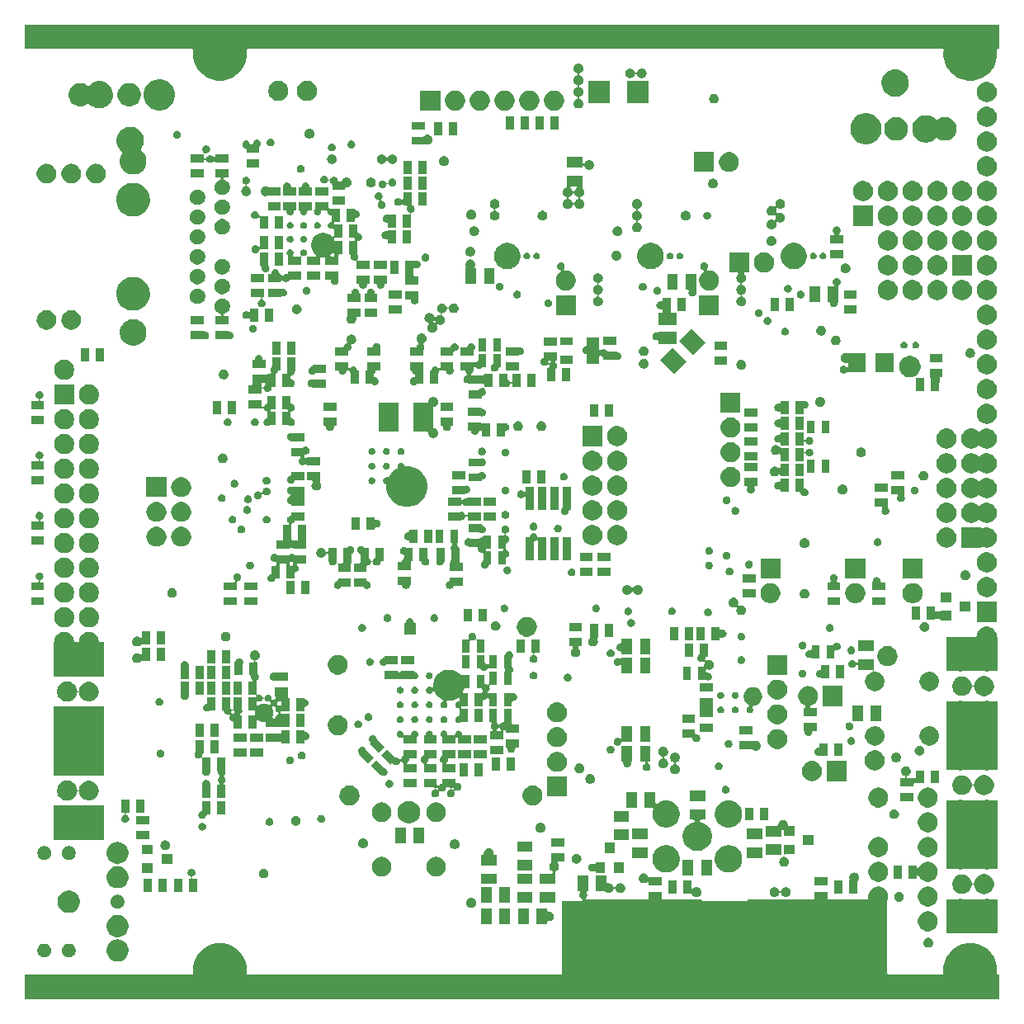
<source format=gbs>
G04 #@! TF.GenerationSoftware,KiCad,Pcbnew,5.0.2-bee76a0~70~ubuntu16.04.1*
G04 #@! TF.CreationDate,2019-08-15T12:52:49-07:00*
G04 #@! TF.ProjectId,hermeslite,6865726d-6573-46c6-9974-652e6b696361,2.0-build9*
G04 #@! TF.SameCoordinates,PX42c1d80PY2625a00*
G04 #@! TF.FileFunction,Soldermask,Bot*
G04 #@! TF.FilePolarity,Negative*
%FSLAX46Y46*%
G04 Gerber Fmt 4.6, Leading zero omitted, Abs format (unit mm)*
G04 Created by KiCad (PCBNEW 5.0.2-bee76a0~70~ubuntu16.04.1) date Thu 15 Aug 2019 12:52:49 PM PDT*
%MOMM*%
%LPD*%
G01*
G04 APERTURE LIST*
%ADD10C,0.100000*%
G04 APERTURE END LIST*
D10*
G36*
X57792000Y-88898500D02*
X57746661Y-88898500D01*
X57722275Y-88900902D01*
X57698826Y-88908015D01*
X57677215Y-88919566D01*
X57658273Y-88935112D01*
X57642727Y-88954054D01*
X57631176Y-88975665D01*
X57624063Y-88999114D01*
X57621661Y-89023500D01*
X57624063Y-89047886D01*
X57631176Y-89071335D01*
X57642727Y-89092946D01*
X57654476Y-89110529D01*
X57669104Y-89145845D01*
X57684628Y-89183324D01*
X57700000Y-89260603D01*
X57700000Y-89339397D01*
X57684628Y-89416676D01*
X57654477Y-89489468D01*
X57654475Y-89489471D01*
X57614535Y-89549246D01*
X57610697Y-89554989D01*
X57579074Y-89586612D01*
X57563528Y-89605554D01*
X57551977Y-89627165D01*
X57544864Y-89650614D01*
X57542462Y-89675000D01*
X57544864Y-89699386D01*
X57551977Y-89722835D01*
X57563528Y-89744446D01*
X57579074Y-89763388D01*
X57598016Y-89778934D01*
X57619627Y-89790485D01*
X57643076Y-89797598D01*
X57667462Y-89800000D01*
X63903500Y-89800000D01*
X63927886Y-89797598D01*
X63951335Y-89790485D01*
X63972946Y-89778934D01*
X63991888Y-89763388D01*
X64007434Y-89744446D01*
X64018985Y-89722835D01*
X64026098Y-89699386D01*
X64028500Y-89675000D01*
X64028500Y-89044500D01*
X65371500Y-89044500D01*
X65371500Y-89675000D01*
X65373902Y-89699386D01*
X65381015Y-89722835D01*
X65392566Y-89744446D01*
X65408112Y-89763388D01*
X65427054Y-89778934D01*
X65448665Y-89790485D01*
X65472114Y-89797598D01*
X65496500Y-89800000D01*
X69402588Y-89800000D01*
X69409515Y-89822835D01*
X69421066Y-89844446D01*
X69436612Y-89863388D01*
X69455554Y-89878934D01*
X69477165Y-89890485D01*
X69500614Y-89897598D01*
X69525000Y-89900000D01*
X74075000Y-89900000D01*
X74099386Y-89897598D01*
X74122835Y-89890485D01*
X74144446Y-89878934D01*
X74163388Y-89863388D01*
X74178934Y-89844446D01*
X74190485Y-89822835D01*
X74197412Y-89800000D01*
X80903500Y-89800000D01*
X80927886Y-89797598D01*
X80951335Y-89790485D01*
X80972946Y-89778934D01*
X80991888Y-89763388D01*
X81007434Y-89744446D01*
X81018985Y-89722835D01*
X81026098Y-89699386D01*
X81028500Y-89675000D01*
X81028500Y-89044500D01*
X82371500Y-89044500D01*
X82371500Y-89675000D01*
X82373902Y-89699386D01*
X82381015Y-89722835D01*
X82392566Y-89744446D01*
X82408112Y-89763388D01*
X82427054Y-89778934D01*
X82448665Y-89790485D01*
X82472114Y-89797598D01*
X82496500Y-89800000D01*
X86426258Y-89800000D01*
X86450644Y-89797598D01*
X86474093Y-89790485D01*
X86495704Y-89778934D01*
X86514646Y-89763388D01*
X86530192Y-89744446D01*
X86541743Y-89722835D01*
X86548856Y-89699386D01*
X86551258Y-89675000D01*
X86548856Y-89650614D01*
X86535000Y-89580955D01*
X86535000Y-89379045D01*
X86557304Y-89266915D01*
X86574390Y-89181018D01*
X86651656Y-88994480D01*
X86763830Y-88826600D01*
X86906600Y-88683830D01*
X87074480Y-88571656D01*
X87261018Y-88494390D01*
X87409539Y-88464847D01*
X87459045Y-88455000D01*
X87660955Y-88455000D01*
X87710461Y-88464847D01*
X87858982Y-88494390D01*
X88045520Y-88571656D01*
X88213400Y-88683830D01*
X88356170Y-88826600D01*
X88468344Y-88994480D01*
X88545610Y-89181018D01*
X88562696Y-89266915D01*
X88585000Y-89379045D01*
X88585000Y-89580955D01*
X88575808Y-89627165D01*
X88545610Y-89778982D01*
X88509511Y-89866134D01*
X88502402Y-89889569D01*
X88500000Y-89913956D01*
X88500000Y-97375000D01*
X88502402Y-97399386D01*
X88509515Y-97422835D01*
X88521066Y-97444446D01*
X88536612Y-97463388D01*
X88555554Y-97478934D01*
X88577165Y-97490485D01*
X88600614Y-97497598D01*
X88625000Y-97500000D01*
X94143268Y-97500000D01*
X94167654Y-97497598D01*
X94191103Y-97490485D01*
X94212714Y-97478934D01*
X94231656Y-97463388D01*
X94247202Y-97444446D01*
X94258753Y-97422835D01*
X94265866Y-97399386D01*
X94268268Y-97375000D01*
X94265866Y-97350613D01*
X94263069Y-97336550D01*
X94250000Y-97270851D01*
X94250000Y-96729149D01*
X94251201Y-96723112D01*
X94355681Y-96197855D01*
X94562981Y-95697388D01*
X94863938Y-95246974D01*
X95246974Y-94863938D01*
X95697388Y-94562981D01*
X96197855Y-94355681D01*
X96729147Y-94250000D01*
X97270853Y-94250000D01*
X97802145Y-94355681D01*
X98302612Y-94562981D01*
X98753026Y-94863938D01*
X99136062Y-95246974D01*
X99437019Y-95697388D01*
X99644319Y-96197855D01*
X99748800Y-96723112D01*
X99750000Y-96729149D01*
X99750000Y-97270851D01*
X99736932Y-97336550D01*
X99734134Y-97350613D01*
X99731732Y-97374999D01*
X99734134Y-97399386D01*
X99741247Y-97422835D01*
X99752798Y-97444446D01*
X99768343Y-97463388D01*
X99787285Y-97478933D01*
X99808896Y-97490485D01*
X99832345Y-97497598D01*
X99856732Y-97500000D01*
X99950000Y-97500000D01*
X99950000Y-100000000D01*
X0Y-100000000D01*
X0Y-97500000D01*
X17143268Y-97500000D01*
X17167654Y-97497598D01*
X17191103Y-97490485D01*
X17212714Y-97478934D01*
X17231656Y-97463388D01*
X17247202Y-97444446D01*
X17258753Y-97422835D01*
X17265866Y-97399386D01*
X17268268Y-97375000D01*
X17265866Y-97350613D01*
X17263069Y-97336550D01*
X17250000Y-97270851D01*
X17250000Y-96729149D01*
X17251201Y-96723112D01*
X17355681Y-96197855D01*
X17562981Y-95697388D01*
X17863938Y-95246974D01*
X18246974Y-94863938D01*
X18697388Y-94562981D01*
X19197855Y-94355681D01*
X19729147Y-94250000D01*
X20270853Y-94250000D01*
X20802145Y-94355681D01*
X21302612Y-94562981D01*
X21753026Y-94863938D01*
X22136062Y-95246974D01*
X22437019Y-95697388D01*
X22644319Y-96197855D01*
X22748800Y-96723112D01*
X22750000Y-96729149D01*
X22750000Y-97270851D01*
X22736932Y-97336550D01*
X22734134Y-97350613D01*
X22731732Y-97374999D01*
X22734134Y-97399386D01*
X22741247Y-97422835D01*
X22752798Y-97444446D01*
X22768343Y-97463388D01*
X22787285Y-97478933D01*
X22808896Y-97490485D01*
X22832345Y-97497598D01*
X22856732Y-97500000D01*
X54975000Y-97500000D01*
X54999386Y-97497598D01*
X55022835Y-97490485D01*
X55044446Y-97478934D01*
X55063388Y-97463388D01*
X55078934Y-97444446D01*
X55090485Y-97422835D01*
X55097598Y-97399386D01*
X55100000Y-97375000D01*
X55100000Y-89900000D01*
X57074860Y-89900000D01*
X57099246Y-89897598D01*
X57122695Y-89890485D01*
X57144306Y-89878934D01*
X57163248Y-89863388D01*
X57178794Y-89844446D01*
X57190345Y-89822835D01*
X57197458Y-89799386D01*
X57199860Y-89775000D01*
X57197458Y-89750614D01*
X57190345Y-89727165D01*
X57178794Y-89705554D01*
X57163248Y-89686612D01*
X57144306Y-89671066D01*
X57122695Y-89659515D01*
X57110532Y-89654477D01*
X57045011Y-89610697D01*
X56989303Y-89554989D01*
X56985466Y-89549246D01*
X56945525Y-89489471D01*
X56945523Y-89489468D01*
X56915372Y-89416676D01*
X56900000Y-89339397D01*
X56900000Y-89260603D01*
X56915372Y-89183324D01*
X56930896Y-89145845D01*
X56945524Y-89110529D01*
X56957273Y-89092946D01*
X56968824Y-89071335D01*
X56975937Y-89047886D01*
X56978339Y-89023500D01*
X56975937Y-88999114D01*
X56968824Y-88975664D01*
X56957273Y-88954054D01*
X56941727Y-88935112D01*
X56922785Y-88919566D01*
X56901174Y-88908015D01*
X56877725Y-88900902D01*
X56853339Y-88898500D01*
X56703000Y-88898500D01*
X56703000Y-87301500D01*
X57792000Y-87301500D01*
X57792000Y-88898500D01*
X57792000Y-88898500D01*
G37*
G36*
X9500516Y-93774386D02*
X9507629Y-93797836D01*
X9519180Y-93819446D01*
X9534726Y-93838388D01*
X9553668Y-93853934D01*
X9575279Y-93865485D01*
X9598728Y-93872598D01*
X9610803Y-93875000D01*
X9828150Y-93918233D01*
X10032887Y-94003038D01*
X10181210Y-94102145D01*
X10217148Y-94126158D01*
X10373842Y-94282852D01*
X10373844Y-94282855D01*
X10496962Y-94467113D01*
X10581767Y-94671850D01*
X10625000Y-94889197D01*
X10625000Y-95110803D01*
X10581767Y-95328150D01*
X10496962Y-95532887D01*
X10403275Y-95673099D01*
X10373842Y-95717148D01*
X10217148Y-95873842D01*
X10217145Y-95873844D01*
X10032887Y-95996962D01*
X9828150Y-96081767D01*
X9665140Y-96114192D01*
X9610804Y-96125000D01*
X9389196Y-96125000D01*
X9334860Y-96114192D01*
X9171850Y-96081767D01*
X8967113Y-95996962D01*
X8782855Y-95873844D01*
X8782852Y-95873842D01*
X8626158Y-95717148D01*
X8596725Y-95673099D01*
X8503038Y-95532887D01*
X8418233Y-95328150D01*
X8375000Y-95110803D01*
X8375000Y-94889197D01*
X8418233Y-94671850D01*
X8503038Y-94467113D01*
X8626156Y-94282855D01*
X8626158Y-94282852D01*
X8782852Y-94126158D01*
X8818790Y-94102145D01*
X8967113Y-94003038D01*
X9171850Y-93918233D01*
X9389197Y-93875000D01*
X9401272Y-93872598D01*
X9424722Y-93865485D01*
X9446332Y-93853934D01*
X9465274Y-93838388D01*
X9480820Y-93819446D01*
X9492371Y-93797835D01*
X9499484Y-93774386D01*
X9500000Y-93769147D01*
X9500516Y-93774386D01*
X9500516Y-93774386D01*
G37*
G36*
X2204183Y-94326900D02*
X2331574Y-94379668D01*
X2446224Y-94456274D01*
X2543726Y-94553776D01*
X2608020Y-94650000D01*
X2620332Y-94668426D01*
X2673100Y-94795817D01*
X2700000Y-94931055D01*
X2700000Y-95068945D01*
X2673100Y-95204183D01*
X2621750Y-95328150D01*
X2620332Y-95331574D01*
X2550515Y-95436064D01*
X2543725Y-95446225D01*
X2446225Y-95543725D01*
X2331574Y-95620332D01*
X2204183Y-95673100D01*
X2068945Y-95700000D01*
X1931055Y-95700000D01*
X1795817Y-95673100D01*
X1668426Y-95620332D01*
X1553775Y-95543725D01*
X1456275Y-95446225D01*
X1449486Y-95436064D01*
X1379668Y-95331574D01*
X1378250Y-95328150D01*
X1326900Y-95204183D01*
X1300000Y-95068945D01*
X1300000Y-94931055D01*
X1326900Y-94795817D01*
X1379668Y-94668426D01*
X1391980Y-94650000D01*
X1456274Y-94553776D01*
X1553776Y-94456274D01*
X1668426Y-94379668D01*
X1795817Y-94326900D01*
X1931055Y-94300000D01*
X2068945Y-94300000D01*
X2204183Y-94326900D01*
X2204183Y-94326900D01*
G37*
G36*
X4704183Y-94326900D02*
X4831574Y-94379668D01*
X4946224Y-94456274D01*
X5043726Y-94553776D01*
X5108020Y-94650000D01*
X5120332Y-94668426D01*
X5173100Y-94795817D01*
X5200000Y-94931055D01*
X5200000Y-95068945D01*
X5173100Y-95204183D01*
X5121750Y-95328150D01*
X5120332Y-95331574D01*
X5050515Y-95436064D01*
X5043725Y-95446225D01*
X4946225Y-95543725D01*
X4831574Y-95620332D01*
X4704183Y-95673100D01*
X4568945Y-95700000D01*
X4431055Y-95700000D01*
X4295817Y-95673100D01*
X4168426Y-95620332D01*
X4053775Y-95543725D01*
X3956275Y-95446225D01*
X3949486Y-95436064D01*
X3879668Y-95331574D01*
X3878250Y-95328150D01*
X3826900Y-95204183D01*
X3800000Y-95068945D01*
X3800000Y-94931055D01*
X3826900Y-94795817D01*
X3879668Y-94668426D01*
X3891980Y-94650000D01*
X3956274Y-94553776D01*
X4053776Y-94456274D01*
X4168426Y-94379668D01*
X4295817Y-94326900D01*
X4431055Y-94300000D01*
X4568945Y-94300000D01*
X4704183Y-94326900D01*
X4704183Y-94326900D01*
G37*
G36*
X92845845Y-93719215D02*
X92936839Y-93756906D01*
X92962999Y-93774386D01*
X93018734Y-93811627D01*
X93088373Y-93881266D01*
X93088375Y-93881269D01*
X93143094Y-93963161D01*
X93180785Y-94054155D01*
X93200000Y-94150754D01*
X93200000Y-94249246D01*
X93193315Y-94282852D01*
X93180785Y-94345845D01*
X93143095Y-94436837D01*
X93088373Y-94518734D01*
X93018734Y-94588373D01*
X93018731Y-94588375D01*
X92936839Y-94643094D01*
X92936838Y-94643095D01*
X92936837Y-94643095D01*
X92882053Y-94665787D01*
X92845845Y-94680785D01*
X92749246Y-94700000D01*
X92650754Y-94700000D01*
X92554155Y-94680785D01*
X92517947Y-94665787D01*
X92463163Y-94643095D01*
X92463162Y-94643095D01*
X92463161Y-94643094D01*
X92381269Y-94588375D01*
X92381266Y-94588373D01*
X92311627Y-94518734D01*
X92256905Y-94436837D01*
X92219215Y-94345845D01*
X92206685Y-94282852D01*
X92200000Y-94249246D01*
X92200000Y-94150754D01*
X92219215Y-94054155D01*
X92256906Y-93963161D01*
X92311625Y-93881269D01*
X92311627Y-93881266D01*
X92381266Y-93811627D01*
X92437001Y-93774386D01*
X92463161Y-93756906D01*
X92554155Y-93719215D01*
X92650754Y-93700000D01*
X92749246Y-93700000D01*
X92845845Y-93719215D01*
X92845845Y-93719215D01*
G37*
G36*
X9665140Y-91385808D02*
X9828150Y-91418233D01*
X10032887Y-91503038D01*
X10214657Y-91624493D01*
X10217148Y-91626158D01*
X10373842Y-91782852D01*
X10373844Y-91782855D01*
X10496962Y-91967113D01*
X10581767Y-92171850D01*
X10625000Y-92389197D01*
X10625000Y-92610803D01*
X10581767Y-92828150D01*
X10496962Y-93032887D01*
X10418205Y-93150754D01*
X10373842Y-93217148D01*
X10217148Y-93373842D01*
X10217145Y-93373844D01*
X10032887Y-93496962D01*
X9828150Y-93581767D01*
X9610803Y-93625000D01*
X9598728Y-93627402D01*
X9575278Y-93634515D01*
X9553668Y-93646066D01*
X9534726Y-93661612D01*
X9519180Y-93680554D01*
X9507629Y-93702165D01*
X9500516Y-93725614D01*
X9500000Y-93730853D01*
X9499484Y-93725614D01*
X9492371Y-93702164D01*
X9480820Y-93680554D01*
X9465274Y-93661612D01*
X9446332Y-93646066D01*
X9424721Y-93634515D01*
X9401272Y-93627402D01*
X9389197Y-93625000D01*
X9171850Y-93581767D01*
X8967113Y-93496962D01*
X8782855Y-93373844D01*
X8782852Y-93373842D01*
X8626158Y-93217148D01*
X8581795Y-93150754D01*
X8503038Y-93032887D01*
X8418233Y-92828150D01*
X8375000Y-92610803D01*
X8375000Y-92389197D01*
X8418233Y-92171850D01*
X8503038Y-91967113D01*
X8626156Y-91782855D01*
X8626158Y-91782852D01*
X8782852Y-91626158D01*
X8785343Y-91624493D01*
X8967113Y-91503038D01*
X9171850Y-91418233D01*
X9334860Y-91385808D01*
X9389196Y-91375000D01*
X9610804Y-91375000D01*
X9665140Y-91385808D01*
X9665140Y-91385808D01*
G37*
G36*
X96269836Y-89747598D02*
X96294222Y-89750000D01*
X98410778Y-89750000D01*
X98435164Y-89747598D01*
X98599045Y-89715000D01*
X98800955Y-89715000D01*
X98964836Y-89747598D01*
X98989222Y-89750000D01*
X99800000Y-89750000D01*
X99800000Y-93250000D01*
X94600000Y-93250000D01*
X94600000Y-89750000D01*
X95715778Y-89750000D01*
X95740164Y-89747598D01*
X95904045Y-89715000D01*
X96105955Y-89715000D01*
X96269836Y-89747598D01*
X96269836Y-89747598D01*
G37*
G36*
X92790461Y-91004848D02*
X92938982Y-91034390D01*
X93125520Y-91111656D01*
X93293400Y-91223830D01*
X93436170Y-91366600D01*
X93548344Y-91534480D01*
X93625610Y-91721018D01*
X93665000Y-91919046D01*
X93665000Y-92120954D01*
X93625610Y-92318982D01*
X93548344Y-92505520D01*
X93436170Y-92673400D01*
X93293400Y-92816170D01*
X93125520Y-92928344D01*
X92938982Y-93005610D01*
X92801845Y-93032888D01*
X92740955Y-93045000D01*
X92539045Y-93045000D01*
X92478155Y-93032888D01*
X92341018Y-93005610D01*
X92154480Y-92928344D01*
X91986600Y-92816170D01*
X91843830Y-92673400D01*
X91731656Y-92505520D01*
X91654390Y-92318982D01*
X91615000Y-92120954D01*
X91615000Y-91919046D01*
X91654390Y-91721018D01*
X91731656Y-91534480D01*
X91843830Y-91366600D01*
X91986600Y-91223830D01*
X92154480Y-91111656D01*
X92341018Y-91034390D01*
X92489539Y-91004848D01*
X92539045Y-90995000D01*
X92740955Y-90995000D01*
X92790461Y-91004848D01*
X92790461Y-91004848D01*
G37*
G36*
X53597000Y-90878271D02*
X53599402Y-90902657D01*
X53606515Y-90926106D01*
X53618066Y-90947717D01*
X53633612Y-90966659D01*
X53652554Y-90982205D01*
X53674165Y-90993756D01*
X53697614Y-91000869D01*
X53722000Y-91003271D01*
X53746383Y-91000870D01*
X53750754Y-91000000D01*
X53849246Y-91000000D01*
X53945845Y-91019215D01*
X54036839Y-91056906D01*
X54110022Y-91105806D01*
X54118734Y-91111627D01*
X54188373Y-91181266D01*
X54188375Y-91181269D01*
X54216816Y-91223833D01*
X54243095Y-91263163D01*
X54280785Y-91354155D01*
X54300000Y-91450755D01*
X54300000Y-91549245D01*
X54280785Y-91645845D01*
X54243095Y-91736837D01*
X54188373Y-91818734D01*
X54118734Y-91888373D01*
X54118731Y-91888375D01*
X54036839Y-91943094D01*
X54036838Y-91943095D01*
X54036837Y-91943095D01*
X53978852Y-91967113D01*
X53945845Y-91980785D01*
X53849246Y-92000000D01*
X53750754Y-92000000D01*
X53746383Y-91999130D01*
X53722002Y-91996729D01*
X53697616Y-91999130D01*
X53674166Y-92006243D01*
X53652555Y-92017794D01*
X53633613Y-92033339D01*
X53618067Y-92052281D01*
X53606516Y-92073892D01*
X53599402Y-92097341D01*
X53597000Y-92121729D01*
X53597000Y-92298500D01*
X52508000Y-92298500D01*
X52508000Y-90701500D01*
X53597000Y-90701500D01*
X53597000Y-90878271D01*
X53597000Y-90878271D01*
G37*
G36*
X51692000Y-92298500D02*
X50603000Y-92298500D01*
X50603000Y-90701500D01*
X51692000Y-90701500D01*
X51692000Y-92298500D01*
X51692000Y-92298500D01*
G37*
G36*
X49797000Y-92298500D02*
X48708000Y-92298500D01*
X48708000Y-90701500D01*
X49797000Y-90701500D01*
X49797000Y-92298500D01*
X49797000Y-92298500D01*
G37*
G36*
X47892000Y-92298500D02*
X46803000Y-92298500D01*
X46803000Y-90701500D01*
X47892000Y-90701500D01*
X47892000Y-92298500D01*
X47892000Y-92298500D01*
G37*
G36*
X4835443Y-88894194D02*
X5044728Y-88980883D01*
X5233085Y-89106739D01*
X5393261Y-89266915D01*
X5519117Y-89455272D01*
X5605806Y-89664557D01*
X5650000Y-89886734D01*
X5650000Y-90113266D01*
X5605806Y-90335443D01*
X5519117Y-90544728D01*
X5393261Y-90733085D01*
X5233085Y-90893261D01*
X5044728Y-91019117D01*
X4835443Y-91105806D01*
X4613266Y-91150000D01*
X4386734Y-91150000D01*
X4164557Y-91105806D01*
X3955272Y-91019117D01*
X3766915Y-90893261D01*
X3606739Y-90733085D01*
X3480883Y-90544728D01*
X3394194Y-90335443D01*
X3350000Y-90113266D01*
X3350000Y-89886734D01*
X3394194Y-89664557D01*
X3480883Y-89455272D01*
X3606739Y-89266915D01*
X3766915Y-89106739D01*
X3955272Y-88980883D01*
X4164557Y-88894194D01*
X4386734Y-88850000D01*
X4613266Y-88850000D01*
X4835443Y-88894194D01*
X4835443Y-88894194D01*
G37*
G36*
X9704183Y-89326900D02*
X9830070Y-89379045D01*
X9831574Y-89379668D01*
X9946224Y-89456274D01*
X10043726Y-89553776D01*
X10111010Y-89654475D01*
X10120332Y-89668426D01*
X10173100Y-89795817D01*
X10200000Y-89931055D01*
X10200000Y-90068945D01*
X10173100Y-90204183D01*
X10143281Y-90276170D01*
X10120332Y-90331574D01*
X10043726Y-90446224D01*
X9946224Y-90543726D01*
X9936834Y-90550000D01*
X9831574Y-90620332D01*
X9704183Y-90673100D01*
X9568945Y-90700000D01*
X9431055Y-90700000D01*
X9295817Y-90673100D01*
X9168426Y-90620332D01*
X9063166Y-90550000D01*
X9053776Y-90543726D01*
X8956274Y-90446224D01*
X8879668Y-90331574D01*
X8856719Y-90276170D01*
X8826900Y-90204183D01*
X8800000Y-90068945D01*
X8800000Y-89931055D01*
X8826900Y-89795817D01*
X8879668Y-89668426D01*
X8888990Y-89654475D01*
X8956274Y-89553776D01*
X9053776Y-89456274D01*
X9168426Y-89379668D01*
X9169930Y-89379045D01*
X9295817Y-89326900D01*
X9431055Y-89300000D01*
X9568945Y-89300000D01*
X9704183Y-89326900D01*
X9704183Y-89326900D01*
G37*
G36*
X45945845Y-89619215D02*
X46010136Y-89645845D01*
X46036839Y-89656906D01*
X46081297Y-89686612D01*
X46118734Y-89711627D01*
X46188373Y-89781266D01*
X46188375Y-89781269D01*
X46213409Y-89818734D01*
X46243095Y-89863163D01*
X46280785Y-89954155D01*
X46300000Y-90050755D01*
X46300000Y-90149245D01*
X46280785Y-90245845D01*
X46243095Y-90336837D01*
X46188373Y-90418734D01*
X46118734Y-90488373D01*
X46118731Y-90488375D01*
X46036839Y-90543094D01*
X46036838Y-90543095D01*
X46036837Y-90543095D01*
X45945845Y-90580785D01*
X45849246Y-90600000D01*
X45750754Y-90600000D01*
X45654155Y-90580785D01*
X45563163Y-90543095D01*
X45563162Y-90543095D01*
X45563161Y-90543094D01*
X45481269Y-90488375D01*
X45481266Y-90488373D01*
X45411627Y-90418734D01*
X45356905Y-90336837D01*
X45319215Y-90245845D01*
X45300000Y-90149245D01*
X45300000Y-90050755D01*
X45319215Y-89954155D01*
X45356905Y-89863163D01*
X45386592Y-89818734D01*
X45411625Y-89781269D01*
X45411627Y-89781266D01*
X45481266Y-89711627D01*
X45518703Y-89686612D01*
X45563161Y-89656906D01*
X45589865Y-89645845D01*
X45654155Y-89619215D01*
X45750754Y-89600000D01*
X45849246Y-89600000D01*
X45945845Y-89619215D01*
X45945845Y-89619215D01*
G37*
G36*
X92790461Y-88464847D02*
X92938982Y-88494390D01*
X93125520Y-88571656D01*
X93293400Y-88683830D01*
X93436170Y-88826600D01*
X93548344Y-88994480D01*
X93625610Y-89181018D01*
X93642696Y-89266915D01*
X93665000Y-89379045D01*
X93665000Y-89580955D01*
X93655808Y-89627165D01*
X93625610Y-89778982D01*
X93548344Y-89965520D01*
X93436170Y-90133400D01*
X93293400Y-90276170D01*
X93125520Y-90388344D01*
X92938982Y-90465610D01*
X92790461Y-90495152D01*
X92740955Y-90505000D01*
X92539045Y-90505000D01*
X92489539Y-90495152D01*
X92341018Y-90465610D01*
X92154480Y-90388344D01*
X91986600Y-90276170D01*
X91843830Y-90133400D01*
X91731656Y-89965520D01*
X91654390Y-89778982D01*
X91624192Y-89627165D01*
X91615000Y-89580955D01*
X91615000Y-89379045D01*
X91637304Y-89266915D01*
X91654390Y-89181018D01*
X91731656Y-88994480D01*
X91843830Y-88826600D01*
X91986600Y-88683830D01*
X92154480Y-88571656D01*
X92341018Y-88494390D01*
X92489539Y-88464847D01*
X92539045Y-88455000D01*
X92740955Y-88455000D01*
X92790461Y-88464847D01*
X92790461Y-88464847D01*
G37*
G36*
X49797000Y-90098500D02*
X48708000Y-90098500D01*
X48708000Y-88501500D01*
X49797000Y-88501500D01*
X49797000Y-90098500D01*
X49797000Y-90098500D01*
G37*
G36*
X47892000Y-90098500D02*
X46803000Y-90098500D01*
X46803000Y-88501500D01*
X47892000Y-88501500D01*
X47892000Y-90098500D01*
X47892000Y-90098500D01*
G37*
G36*
X52098500Y-90097000D02*
X50501500Y-90097000D01*
X50501500Y-89008000D01*
X52098500Y-89008000D01*
X52098500Y-90097000D01*
X52098500Y-90097000D01*
G37*
G36*
X54398500Y-90097000D02*
X52801500Y-90097000D01*
X52801500Y-89008000D01*
X54398500Y-89008000D01*
X54398500Y-90097000D01*
X54398500Y-90097000D01*
G37*
G36*
X89789464Y-89008000D02*
X89845845Y-89019215D01*
X89906889Y-89044500D01*
X89936839Y-89056906D01*
X89990776Y-89092946D01*
X90018734Y-89111627D01*
X90088373Y-89181266D01*
X90088375Y-89181269D01*
X90143094Y-89263161D01*
X90180785Y-89354155D01*
X90200000Y-89450754D01*
X90200000Y-89549246D01*
X90180785Y-89645845D01*
X90143094Y-89736839D01*
X90103686Y-89795817D01*
X90088373Y-89818734D01*
X90018734Y-89888373D01*
X90018731Y-89888375D01*
X89936839Y-89943094D01*
X89936838Y-89943095D01*
X89936837Y-89943095D01*
X89882698Y-89965520D01*
X89845845Y-89980785D01*
X89749246Y-90000000D01*
X89650754Y-90000000D01*
X89554155Y-89980785D01*
X89517302Y-89965520D01*
X89463163Y-89943095D01*
X89463162Y-89943095D01*
X89463161Y-89943094D01*
X89381269Y-89888375D01*
X89381266Y-89888373D01*
X89311627Y-89818734D01*
X89296314Y-89795817D01*
X89256906Y-89736839D01*
X89219215Y-89645845D01*
X89200000Y-89549246D01*
X89200000Y-89450754D01*
X89219215Y-89354155D01*
X89256906Y-89263161D01*
X89311625Y-89181269D01*
X89311627Y-89181266D01*
X89381266Y-89111627D01*
X89409224Y-89092946D01*
X89463161Y-89056906D01*
X89493112Y-89044500D01*
X89554155Y-89019215D01*
X89610536Y-89008000D01*
X89650754Y-89000000D01*
X89749246Y-89000000D01*
X89789464Y-89008000D01*
X89789464Y-89008000D01*
G37*
G36*
X76967922Y-88503715D02*
X77045845Y-88519215D01*
X77121990Y-88550755D01*
X77136839Y-88556906D01*
X77174439Y-88582030D01*
X77218734Y-88611627D01*
X77288373Y-88681266D01*
X77343095Y-88763162D01*
X77343095Y-88763163D01*
X77373612Y-88836837D01*
X77384515Y-88863161D01*
X77396066Y-88884772D01*
X77411611Y-88903714D01*
X77430553Y-88919259D01*
X77452164Y-88930811D01*
X77475613Y-88937924D01*
X77499999Y-88940326D01*
X77524386Y-88937924D01*
X77547835Y-88930811D01*
X77569446Y-88919260D01*
X77588388Y-88903715D01*
X77603933Y-88884773D01*
X77615485Y-88863161D01*
X77626389Y-88836837D01*
X77656905Y-88763163D01*
X77656905Y-88763162D01*
X77711627Y-88681266D01*
X77781266Y-88611627D01*
X77825561Y-88582030D01*
X77863161Y-88556906D01*
X77878011Y-88550755D01*
X77954155Y-88519215D01*
X78032078Y-88503715D01*
X78050754Y-88500000D01*
X78149246Y-88500000D01*
X78167922Y-88503715D01*
X78245845Y-88519215D01*
X78321990Y-88550755D01*
X78336839Y-88556906D01*
X78374439Y-88582030D01*
X78418734Y-88611627D01*
X78488373Y-88681266D01*
X78488375Y-88681269D01*
X78531524Y-88745845D01*
X78543095Y-88763163D01*
X78573871Y-88837463D01*
X78580785Y-88854155D01*
X78600000Y-88950754D01*
X78600000Y-89049246D01*
X78580785Y-89145845D01*
X78543094Y-89236839D01*
X78500891Y-89300000D01*
X78488373Y-89318734D01*
X78418734Y-89388373D01*
X78418731Y-89388375D01*
X78336839Y-89443094D01*
X78336838Y-89443095D01*
X78336837Y-89443095D01*
X78245845Y-89480785D01*
X78149246Y-89500000D01*
X78050754Y-89500000D01*
X77954155Y-89480785D01*
X77863163Y-89443095D01*
X77863162Y-89443095D01*
X77863161Y-89443094D01*
X77781269Y-89388375D01*
X77781266Y-89388373D01*
X77711627Y-89318734D01*
X77656905Y-89236838D01*
X77615485Y-89136839D01*
X77603934Y-89115228D01*
X77588389Y-89096286D01*
X77569447Y-89080741D01*
X77547836Y-89069189D01*
X77524387Y-89062076D01*
X77500001Y-89059674D01*
X77475614Y-89062076D01*
X77452165Y-89069189D01*
X77430554Y-89080740D01*
X77411612Y-89096285D01*
X77396067Y-89115227D01*
X77384515Y-89136839D01*
X77343095Y-89236838D01*
X77288373Y-89318734D01*
X77218734Y-89388373D01*
X77218731Y-89388375D01*
X77136839Y-89443094D01*
X77136838Y-89443095D01*
X77136837Y-89443095D01*
X77045845Y-89480785D01*
X76949246Y-89500000D01*
X76850754Y-89500000D01*
X76754155Y-89480785D01*
X76663163Y-89443095D01*
X76663162Y-89443095D01*
X76663161Y-89443094D01*
X76581269Y-89388375D01*
X76581266Y-89388373D01*
X76511627Y-89318734D01*
X76499109Y-89300000D01*
X76456906Y-89236839D01*
X76419215Y-89145845D01*
X76400000Y-89049246D01*
X76400000Y-88950754D01*
X76419215Y-88854155D01*
X76426129Y-88837463D01*
X76456905Y-88763163D01*
X76468477Y-88745845D01*
X76511625Y-88681269D01*
X76511627Y-88681266D01*
X76581266Y-88611627D01*
X76625561Y-88582030D01*
X76663161Y-88556906D01*
X76678011Y-88550755D01*
X76754155Y-88519215D01*
X76832078Y-88503715D01*
X76850754Y-88500000D01*
X76949246Y-88500000D01*
X76967922Y-88503715D01*
X76967922Y-88503715D01*
G37*
G36*
X68379500Y-88512584D02*
X68381902Y-88536970D01*
X68389015Y-88560419D01*
X68400566Y-88582030D01*
X68416112Y-88600972D01*
X68435054Y-88616518D01*
X68456665Y-88628069D01*
X68480114Y-88635182D01*
X68504500Y-88637584D01*
X68528886Y-88635182D01*
X68552335Y-88628069D01*
X68573946Y-88616518D01*
X68625954Y-88581767D01*
X68663161Y-88556906D01*
X68678011Y-88550755D01*
X68754155Y-88519215D01*
X68832078Y-88503715D01*
X68850754Y-88500000D01*
X68949246Y-88500000D01*
X68967922Y-88503715D01*
X69045845Y-88519215D01*
X69121990Y-88550755D01*
X69136839Y-88556906D01*
X69174439Y-88582030D01*
X69218734Y-88611627D01*
X69288373Y-88681266D01*
X69288375Y-88681269D01*
X69331524Y-88745845D01*
X69343095Y-88763163D01*
X69373871Y-88837463D01*
X69380785Y-88854155D01*
X69400000Y-88950754D01*
X69400000Y-89049246D01*
X69380785Y-89145845D01*
X69343094Y-89236839D01*
X69300891Y-89300000D01*
X69288373Y-89318734D01*
X69218734Y-89388373D01*
X69218731Y-89388375D01*
X69136839Y-89443094D01*
X69136838Y-89443095D01*
X69136837Y-89443095D01*
X69045845Y-89480785D01*
X68949246Y-89500000D01*
X68850754Y-89500000D01*
X68754155Y-89480785D01*
X68663163Y-89443095D01*
X68663162Y-89443095D01*
X68663161Y-89443094D01*
X68581269Y-89388375D01*
X68581266Y-89388373D01*
X68511627Y-89318734D01*
X68474494Y-89263161D01*
X68456906Y-89236839D01*
X68456905Y-89236837D01*
X68450368Y-89227054D01*
X68434822Y-89208112D01*
X68415880Y-89192566D01*
X68394269Y-89181015D01*
X68370820Y-89173902D01*
X68346434Y-89171500D01*
X67544500Y-89171500D01*
X67544500Y-87828500D01*
X68379500Y-87828500D01*
X68379500Y-88512584D01*
X68379500Y-88512584D01*
G37*
G36*
X98547471Y-87181269D02*
X98713982Y-87214390D01*
X98900520Y-87291656D01*
X99068400Y-87403830D01*
X99211170Y-87546600D01*
X99323344Y-87714480D01*
X99400610Y-87901018D01*
X99440000Y-88099046D01*
X99440000Y-88300954D01*
X99400610Y-88498982D01*
X99323344Y-88685520D01*
X99211170Y-88853400D01*
X99068400Y-88996170D01*
X98900520Y-89108344D01*
X98713982Y-89185610D01*
X98565461Y-89215153D01*
X98515955Y-89225000D01*
X98314045Y-89225000D01*
X98264539Y-89215153D01*
X98116018Y-89185610D01*
X97929480Y-89108344D01*
X97761600Y-88996170D01*
X97618830Y-88853400D01*
X97506656Y-88685520D01*
X97429390Y-88498982D01*
X97397353Y-88337921D01*
X97390240Y-88314472D01*
X97378689Y-88292861D01*
X97363143Y-88273919D01*
X97344201Y-88258373D01*
X97322590Y-88246822D01*
X97299141Y-88239709D01*
X97274755Y-88237307D01*
X97250369Y-88239709D01*
X97226920Y-88246822D01*
X97205309Y-88258373D01*
X97186367Y-88273919D01*
X97170821Y-88292861D01*
X97159270Y-88314472D01*
X97152157Y-88337921D01*
X97121571Y-88491689D01*
X97046189Y-88673678D01*
X96936751Y-88837463D01*
X96797463Y-88976751D01*
X96633678Y-89086189D01*
X96451689Y-89161571D01*
X96353936Y-89181015D01*
X96258493Y-89200000D01*
X96061507Y-89200000D01*
X95966064Y-89181015D01*
X95868311Y-89161571D01*
X95686322Y-89086189D01*
X95522537Y-88976751D01*
X95383249Y-88837463D01*
X95273811Y-88673678D01*
X95198429Y-88491689D01*
X95172864Y-88363162D01*
X95160000Y-88298493D01*
X95160000Y-88101507D01*
X95180191Y-88000000D01*
X95198429Y-87908311D01*
X95273811Y-87726322D01*
X95383249Y-87562537D01*
X95522537Y-87423249D01*
X95686322Y-87313811D01*
X95868311Y-87238429D01*
X96003065Y-87211625D01*
X96061507Y-87200000D01*
X96258493Y-87200000D01*
X96316935Y-87211625D01*
X96451689Y-87238429D01*
X96633678Y-87313811D01*
X96797463Y-87423249D01*
X96936751Y-87562537D01*
X97046189Y-87726322D01*
X97121571Y-87908311D01*
X97146283Y-88032548D01*
X97152157Y-88062079D01*
X97159270Y-88085528D01*
X97170821Y-88107139D01*
X97186367Y-88126081D01*
X97205309Y-88141627D01*
X97226919Y-88153178D01*
X97250369Y-88160291D01*
X97274755Y-88162693D01*
X97299141Y-88160291D01*
X97322590Y-88153178D01*
X97344201Y-88141627D01*
X97363143Y-88126081D01*
X97378689Y-88107139D01*
X97390240Y-88085529D01*
X97397353Y-88062079D01*
X97409173Y-88002657D01*
X97429390Y-87901018D01*
X97506656Y-87714480D01*
X97618830Y-87546600D01*
X97761600Y-87403830D01*
X97929480Y-87291656D01*
X98116018Y-87214390D01*
X98282529Y-87181269D01*
X98314045Y-87175000D01*
X98515955Y-87175000D01*
X98547471Y-87181269D01*
X98547471Y-87181269D01*
G37*
G36*
X66855500Y-89171500D02*
X66020500Y-89171500D01*
X66020500Y-87828500D01*
X66855500Y-87828500D01*
X66855500Y-89171500D01*
X66855500Y-89171500D01*
G37*
G36*
X83855500Y-89171500D02*
X83020500Y-89171500D01*
X83020500Y-87828500D01*
X83855500Y-87828500D01*
X83855500Y-89171500D01*
X83855500Y-89171500D01*
G37*
G36*
X85245845Y-87019215D02*
X85321990Y-87050755D01*
X85336839Y-87056906D01*
X85391583Y-87093485D01*
X85418734Y-87111627D01*
X85488373Y-87181266D01*
X85488375Y-87181269D01*
X85537634Y-87254989D01*
X85543095Y-87263163D01*
X85575436Y-87341241D01*
X85580785Y-87354155D01*
X85600000Y-87450754D01*
X85600000Y-87549246D01*
X85587755Y-87610803D01*
X85580785Y-87645845D01*
X85543095Y-87736837D01*
X85488373Y-87818734D01*
X85416112Y-87890995D01*
X85400566Y-87909937D01*
X85389015Y-87931548D01*
X85381902Y-87954997D01*
X85379500Y-87979383D01*
X85379500Y-89171500D01*
X84544500Y-89171500D01*
X84544500Y-87822362D01*
X84555633Y-87818985D01*
X84577244Y-87807434D01*
X84596186Y-87791888D01*
X84611732Y-87772946D01*
X84623283Y-87751335D01*
X84630396Y-87727886D01*
X84632798Y-87703500D01*
X84630396Y-87679114D01*
X84623285Y-87655671D01*
X84619215Y-87645845D01*
X84600000Y-87549246D01*
X84600000Y-87450754D01*
X84619215Y-87354155D01*
X84624564Y-87341241D01*
X84656905Y-87263163D01*
X84662367Y-87254989D01*
X84711625Y-87181269D01*
X84711627Y-87181266D01*
X84781266Y-87111627D01*
X84808417Y-87093485D01*
X84863161Y-87056906D01*
X84878011Y-87050755D01*
X84954155Y-87019215D01*
X85050754Y-87000000D01*
X85149246Y-87000000D01*
X85245845Y-87019215D01*
X85245845Y-87019215D01*
G37*
G36*
X59697000Y-87978271D02*
X59699402Y-88002657D01*
X59706515Y-88026106D01*
X59718066Y-88047717D01*
X59733612Y-88066659D01*
X59752554Y-88082205D01*
X59774165Y-88093756D01*
X59797614Y-88100869D01*
X59822000Y-88103271D01*
X59846383Y-88100870D01*
X59850754Y-88100000D01*
X59949246Y-88100000D01*
X60045845Y-88119215D01*
X60099953Y-88141627D01*
X60136839Y-88156906D01*
X60189360Y-88192000D01*
X60218734Y-88211627D01*
X60288373Y-88281266D01*
X60343095Y-88363162D01*
X60384515Y-88463161D01*
X60396066Y-88484772D01*
X60411611Y-88503714D01*
X60430553Y-88519259D01*
X60452164Y-88530811D01*
X60475613Y-88537924D01*
X60499999Y-88540326D01*
X60524386Y-88537924D01*
X60547835Y-88530811D01*
X60569446Y-88519260D01*
X60588388Y-88503715D01*
X60603933Y-88484773D01*
X60615485Y-88463161D01*
X60656905Y-88363162D01*
X60711627Y-88281266D01*
X60781266Y-88211627D01*
X60810640Y-88192000D01*
X60863161Y-88156906D01*
X60900048Y-88141627D01*
X60954155Y-88119215D01*
X61050754Y-88100000D01*
X61149246Y-88100000D01*
X61245845Y-88119215D01*
X61299953Y-88141627D01*
X61336839Y-88156906D01*
X61389360Y-88192000D01*
X61418734Y-88211627D01*
X61488373Y-88281266D01*
X61488375Y-88281269D01*
X61543094Y-88363161D01*
X61580785Y-88454155D01*
X61600000Y-88550754D01*
X61600000Y-88649246D01*
X61590643Y-88696285D01*
X61580785Y-88745845D01*
X61573613Y-88763161D01*
X61543094Y-88836839D01*
X61525506Y-88863161D01*
X61488373Y-88918734D01*
X61418734Y-88988373D01*
X61418731Y-88988375D01*
X61336839Y-89043094D01*
X61336838Y-89043095D01*
X61336837Y-89043095D01*
X61273840Y-89069189D01*
X61245845Y-89080785D01*
X61149246Y-89100000D01*
X61050754Y-89100000D01*
X60954155Y-89080785D01*
X60926160Y-89069189D01*
X60863163Y-89043095D01*
X60863162Y-89043095D01*
X60863161Y-89043094D01*
X60781269Y-88988375D01*
X60781266Y-88988373D01*
X60711627Y-88918734D01*
X60656905Y-88836838D01*
X60632598Y-88778154D01*
X60619215Y-88745845D01*
X60619215Y-88745844D01*
X60615485Y-88736839D01*
X60603934Y-88715228D01*
X60588389Y-88696286D01*
X60569447Y-88680741D01*
X60547836Y-88669189D01*
X60524387Y-88662076D01*
X60500001Y-88659674D01*
X60475614Y-88662076D01*
X60452165Y-88669189D01*
X60430554Y-88680740D01*
X60411612Y-88696285D01*
X60396067Y-88715227D01*
X60384515Y-88736839D01*
X60380785Y-88745844D01*
X60380785Y-88745845D01*
X60367402Y-88778154D01*
X60343095Y-88836838D01*
X60288373Y-88918734D01*
X60218734Y-88988373D01*
X60218731Y-88988375D01*
X60136839Y-89043094D01*
X60136838Y-89043095D01*
X60136837Y-89043095D01*
X60073840Y-89069189D01*
X60045845Y-89080785D01*
X59949246Y-89100000D01*
X59850754Y-89100000D01*
X59754155Y-89080785D01*
X59726160Y-89069189D01*
X59663163Y-89043095D01*
X59663162Y-89043095D01*
X59663161Y-89043094D01*
X59581269Y-88988375D01*
X59581266Y-88988373D01*
X59528005Y-88935112D01*
X59509063Y-88919566D01*
X59487452Y-88908015D01*
X59464003Y-88900902D01*
X59439617Y-88898500D01*
X58608000Y-88898500D01*
X58608000Y-87301500D01*
X59697000Y-87301500D01*
X59697000Y-87978271D01*
X59697000Y-87978271D01*
G37*
G36*
X13055500Y-88971500D02*
X12220500Y-88971500D01*
X12220500Y-87628500D01*
X13055500Y-87628500D01*
X13055500Y-88971500D01*
X13055500Y-88971500D01*
G37*
G36*
X14579500Y-88971500D02*
X13744500Y-88971500D01*
X13744500Y-87628500D01*
X14579500Y-87628500D01*
X14579500Y-88971500D01*
X14579500Y-88971500D01*
G37*
G36*
X17216676Y-86615372D02*
X17289468Y-86645523D01*
X17289471Y-86645525D01*
X17352218Y-86687451D01*
X17354989Y-86689303D01*
X17410697Y-86745011D01*
X17410699Y-86745014D01*
X17410700Y-86745015D01*
X17417364Y-86754989D01*
X17454477Y-86810532D01*
X17472679Y-86854477D01*
X17484628Y-86883324D01*
X17498025Y-86950672D01*
X17500000Y-86960604D01*
X17500000Y-87039396D01*
X17484628Y-87116676D01*
X17454477Y-87189468D01*
X17410697Y-87254989D01*
X17354989Y-87310697D01*
X17354986Y-87310699D01*
X17354985Y-87310700D01*
X17289950Y-87354155D01*
X17289468Y-87354477D01*
X17239703Y-87375090D01*
X17216676Y-87384628D01*
X17216674Y-87384628D01*
X17208498Y-87388015D01*
X17186887Y-87399566D01*
X17167945Y-87415111D01*
X17152400Y-87434053D01*
X17140848Y-87455664D01*
X17133735Y-87479113D01*
X17131333Y-87503499D01*
X17133735Y-87527885D01*
X17140848Y-87551335D01*
X17152399Y-87572946D01*
X17167944Y-87591888D01*
X17186886Y-87607433D01*
X17208497Y-87618985D01*
X17231946Y-87626098D01*
X17256333Y-87628500D01*
X17679500Y-87628500D01*
X17679500Y-88971500D01*
X16844500Y-88971500D01*
X16844500Y-87628500D01*
X16943667Y-87628500D01*
X16968053Y-87626098D01*
X16991502Y-87618985D01*
X17013113Y-87607434D01*
X17032055Y-87591888D01*
X17047601Y-87572946D01*
X17059152Y-87551335D01*
X17066265Y-87527886D01*
X17068667Y-87503500D01*
X17066265Y-87479114D01*
X17059152Y-87455665D01*
X17047601Y-87434054D01*
X17032055Y-87415112D01*
X17013113Y-87399566D01*
X16991502Y-87388015D01*
X16983326Y-87384628D01*
X16983324Y-87384628D01*
X16960297Y-87375090D01*
X16910532Y-87354477D01*
X16910050Y-87354155D01*
X16845015Y-87310700D01*
X16845014Y-87310699D01*
X16845011Y-87310697D01*
X16789303Y-87254989D01*
X16745523Y-87189468D01*
X16715372Y-87116676D01*
X16700000Y-87039396D01*
X16700000Y-86960604D01*
X16701976Y-86950672D01*
X16715372Y-86883324D01*
X16727321Y-86854477D01*
X16745523Y-86810532D01*
X16782636Y-86754989D01*
X16789300Y-86745015D01*
X16789301Y-86745014D01*
X16789303Y-86745011D01*
X16845011Y-86689303D01*
X16847783Y-86687451D01*
X16910529Y-86645525D01*
X16910532Y-86645523D01*
X16983324Y-86615372D01*
X17060603Y-86600000D01*
X17139397Y-86600000D01*
X17216676Y-86615372D01*
X17216676Y-86615372D01*
G37*
G36*
X16155500Y-88971500D02*
X15320500Y-88971500D01*
X15320500Y-87628500D01*
X16155500Y-87628500D01*
X16155500Y-88971500D01*
X16155500Y-88971500D01*
G37*
G36*
X9500516Y-86274386D02*
X9507629Y-86297836D01*
X9519180Y-86319446D01*
X9534726Y-86338388D01*
X9553668Y-86353934D01*
X9575279Y-86365485D01*
X9598728Y-86372598D01*
X9610803Y-86375000D01*
X9828150Y-86418233D01*
X10032887Y-86503038D01*
X10103634Y-86550310D01*
X10217148Y-86626158D01*
X10373842Y-86782852D01*
X10373844Y-86782855D01*
X10496962Y-86967113D01*
X10581767Y-87171850D01*
X10598304Y-87254989D01*
X10625000Y-87389196D01*
X10625000Y-87610804D01*
X10621958Y-87626098D01*
X10581767Y-87828150D01*
X10496962Y-88032887D01*
X10447348Y-88107139D01*
X10373842Y-88217148D01*
X10217148Y-88373842D01*
X10217145Y-88373844D01*
X10032887Y-88496962D01*
X9828150Y-88581767D01*
X9665140Y-88614192D01*
X9610804Y-88625000D01*
X9389196Y-88625000D01*
X9334860Y-88614192D01*
X9171850Y-88581767D01*
X8967113Y-88496962D01*
X8782855Y-88373844D01*
X8782852Y-88373842D01*
X8626158Y-88217148D01*
X8552652Y-88107139D01*
X8503038Y-88032887D01*
X8418233Y-87828150D01*
X8378042Y-87626098D01*
X8375000Y-87610804D01*
X8375000Y-87389196D01*
X8401696Y-87254989D01*
X8418233Y-87171850D01*
X8503038Y-86967113D01*
X8626156Y-86782855D01*
X8626158Y-86782852D01*
X8782852Y-86626158D01*
X8896366Y-86550310D01*
X8967113Y-86503038D01*
X9171850Y-86418233D01*
X9389197Y-86375000D01*
X9401272Y-86372598D01*
X9424722Y-86365485D01*
X9446332Y-86353934D01*
X9465274Y-86338388D01*
X9480820Y-86319446D01*
X9492371Y-86297835D01*
X9499484Y-86274386D01*
X9500000Y-86269147D01*
X9500516Y-86274386D01*
X9500516Y-86274386D01*
G37*
G36*
X82371500Y-88355500D02*
X81028500Y-88355500D01*
X81028500Y-87520500D01*
X82371500Y-87520500D01*
X82371500Y-88355500D01*
X82371500Y-88355500D01*
G37*
G36*
X63645845Y-87119215D02*
X63736839Y-87156906D01*
X63801333Y-87200000D01*
X63818734Y-87211627D01*
X63888373Y-87281266D01*
X63943095Y-87363162D01*
X63976303Y-87443335D01*
X63987854Y-87464946D01*
X64003399Y-87483888D01*
X64022341Y-87499433D01*
X64043952Y-87510985D01*
X64067401Y-87518098D01*
X64091788Y-87520500D01*
X65371500Y-87520500D01*
X65371500Y-88355500D01*
X64028500Y-88355500D01*
X64028500Y-88080383D01*
X64026098Y-88055997D01*
X64018985Y-88032548D01*
X64007434Y-88010937D01*
X63991888Y-87991995D01*
X63972946Y-87976449D01*
X63951335Y-87964898D01*
X63927886Y-87957785D01*
X63903500Y-87955383D01*
X63879114Y-87957785D01*
X63855665Y-87964898D01*
X63834054Y-87976449D01*
X63822990Y-87985529D01*
X63818732Y-87988374D01*
X63818731Y-87988375D01*
X63736839Y-88043094D01*
X63736838Y-88043095D01*
X63736837Y-88043095D01*
X63691005Y-88062079D01*
X63645845Y-88080785D01*
X63549246Y-88100000D01*
X63450754Y-88100000D01*
X63354155Y-88080785D01*
X63308995Y-88062079D01*
X63263163Y-88043095D01*
X63263162Y-88043095D01*
X63263161Y-88043094D01*
X63181269Y-87988375D01*
X63181266Y-87988373D01*
X63111627Y-87918734D01*
X63104663Y-87908311D01*
X63056906Y-87836839D01*
X63053306Y-87828147D01*
X63019215Y-87745845D01*
X63017423Y-87736837D01*
X63000000Y-87649246D01*
X63000000Y-87550754D01*
X63019215Y-87454155D01*
X63027541Y-87434054D01*
X63056905Y-87363163D01*
X63074496Y-87336837D01*
X63111625Y-87281269D01*
X63111627Y-87281266D01*
X63181266Y-87211627D01*
X63198667Y-87200000D01*
X63263161Y-87156906D01*
X63354155Y-87119215D01*
X63450754Y-87100000D01*
X63549246Y-87100000D01*
X63645845Y-87119215D01*
X63645845Y-87119215D01*
G37*
G36*
X48398500Y-88197000D02*
X46801500Y-88197000D01*
X46801500Y-87108000D01*
X48398500Y-87108000D01*
X48398500Y-88197000D01*
X48398500Y-88197000D01*
G37*
G36*
X52098500Y-88192000D02*
X50501500Y-88192000D01*
X50501500Y-87103000D01*
X52098500Y-87103000D01*
X52098500Y-88192000D01*
X52098500Y-88192000D01*
G37*
G36*
X55371500Y-85879500D02*
X54787416Y-85879500D01*
X54763030Y-85881902D01*
X54739581Y-85889015D01*
X54717970Y-85900566D01*
X54699028Y-85916112D01*
X54683482Y-85935054D01*
X54671931Y-85956665D01*
X54664818Y-85980114D01*
X54662416Y-86004500D01*
X54664818Y-86028886D01*
X54671931Y-86052335D01*
X54683482Y-86073946D01*
X54688375Y-86081269D01*
X54731309Y-86145523D01*
X54743095Y-86163163D01*
X54759250Y-86202164D01*
X54780785Y-86254155D01*
X54800000Y-86350754D01*
X54800000Y-86449246D01*
X54780785Y-86545845D01*
X54743094Y-86636839D01*
X54710455Y-86685686D01*
X54688373Y-86718734D01*
X54618734Y-86788373D01*
X54536838Y-86843095D01*
X54475665Y-86868433D01*
X54454054Y-86879984D01*
X54435112Y-86895529D01*
X54419567Y-86914471D01*
X54408015Y-86936082D01*
X54400902Y-86959531D01*
X54398500Y-86983918D01*
X54398500Y-88192000D01*
X52801500Y-88192000D01*
X52801500Y-87103000D01*
X54062212Y-87103000D01*
X54086598Y-87100598D01*
X54110047Y-87093485D01*
X54131658Y-87081934D01*
X54150600Y-87066388D01*
X54166146Y-87047446D01*
X54177697Y-87025835D01*
X54184810Y-87002386D01*
X54187212Y-86978000D01*
X54184810Y-86953614D01*
X54177697Y-86930165D01*
X54166146Y-86908554D01*
X54150600Y-86889612D01*
X54131658Y-86874066D01*
X54110047Y-86862515D01*
X54063163Y-86843095D01*
X54063162Y-86843095D01*
X54063161Y-86843094D01*
X53981269Y-86788375D01*
X53981266Y-86788373D01*
X53911627Y-86718734D01*
X53889545Y-86685686D01*
X53856906Y-86636839D01*
X53819215Y-86545845D01*
X53800000Y-86449246D01*
X53800000Y-86350754D01*
X53819215Y-86254155D01*
X53840750Y-86202164D01*
X53856905Y-86163163D01*
X53868692Y-86145523D01*
X53911625Y-86081269D01*
X53911627Y-86081266D01*
X53988345Y-86004548D01*
X53991892Y-86001637D01*
X54007436Y-85982694D01*
X54018987Y-85961083D01*
X54026099Y-85937634D01*
X54028500Y-85913252D01*
X54028500Y-85044500D01*
X55371500Y-85044500D01*
X55371500Y-85879500D01*
X55371500Y-85879500D01*
G37*
G36*
X92767710Y-85920322D02*
X92938982Y-85954390D01*
X93125520Y-86031656D01*
X93293400Y-86143830D01*
X93436170Y-86286600D01*
X93548344Y-86454480D01*
X93625610Y-86641018D01*
X93653822Y-86782852D01*
X93665000Y-86839045D01*
X93665000Y-87040955D01*
X93661827Y-87056905D01*
X93625610Y-87238982D01*
X93548344Y-87425520D01*
X93436170Y-87593400D01*
X93293400Y-87736170D01*
X93125520Y-87848344D01*
X92938982Y-87925610D01*
X92791243Y-87954997D01*
X92740955Y-87965000D01*
X92539045Y-87965000D01*
X92488757Y-87954997D01*
X92341018Y-87925610D01*
X92154480Y-87848344D01*
X91986600Y-87736170D01*
X91843830Y-87593400D01*
X91731656Y-87425520D01*
X91719977Y-87397323D01*
X91708433Y-87375728D01*
X91692888Y-87356786D01*
X91673946Y-87341241D01*
X91652335Y-87329690D01*
X91628886Y-87322577D01*
X91604499Y-87320175D01*
X91580113Y-87322577D01*
X91556664Y-87329690D01*
X91535053Y-87341242D01*
X91516111Y-87356787D01*
X91500566Y-87375729D01*
X91489015Y-87397340D01*
X91481902Y-87420789D01*
X91479500Y-87445175D01*
X91479500Y-87671500D01*
X90644500Y-87671500D01*
X90644500Y-86328500D01*
X91479500Y-86328500D01*
X91479500Y-86434825D01*
X91481902Y-86459211D01*
X91489015Y-86482660D01*
X91500566Y-86504271D01*
X91516112Y-86523213D01*
X91535054Y-86538759D01*
X91556665Y-86550310D01*
X91580114Y-86557423D01*
X91604500Y-86559825D01*
X91628886Y-86557423D01*
X91652335Y-86550310D01*
X91673946Y-86538759D01*
X91692888Y-86523213D01*
X91708434Y-86504271D01*
X91719977Y-86482677D01*
X91731656Y-86454480D01*
X91843830Y-86286600D01*
X91986600Y-86143830D01*
X92154480Y-86031656D01*
X92341018Y-85954390D01*
X92512290Y-85920322D01*
X92539045Y-85915000D01*
X92740955Y-85915000D01*
X92767710Y-85920322D01*
X92767710Y-85920322D01*
G37*
G36*
X87687710Y-85920322D02*
X87858982Y-85954390D01*
X88045520Y-86031656D01*
X88213400Y-86143830D01*
X88356170Y-86286600D01*
X88468344Y-86454480D01*
X88545610Y-86641018D01*
X88573822Y-86782852D01*
X88585000Y-86839045D01*
X88585000Y-87040955D01*
X88581827Y-87056905D01*
X88545610Y-87238982D01*
X88468344Y-87425520D01*
X88356170Y-87593400D01*
X88213400Y-87736170D01*
X88045520Y-87848344D01*
X87858982Y-87925610D01*
X87711243Y-87954997D01*
X87660955Y-87965000D01*
X87459045Y-87965000D01*
X87408757Y-87954997D01*
X87261018Y-87925610D01*
X87074480Y-87848344D01*
X86906600Y-87736170D01*
X86763830Y-87593400D01*
X86651656Y-87425520D01*
X86574390Y-87238982D01*
X86538173Y-87056905D01*
X86535000Y-87040955D01*
X86535000Y-86839045D01*
X86546178Y-86782852D01*
X86574390Y-86641018D01*
X86651656Y-86454480D01*
X86763830Y-86286600D01*
X86906600Y-86143830D01*
X87074480Y-86031656D01*
X87261018Y-85954390D01*
X87432290Y-85920322D01*
X87459045Y-85915000D01*
X87660955Y-85915000D01*
X87687710Y-85920322D01*
X87687710Y-85920322D01*
G37*
G36*
X89955500Y-87671500D02*
X89120500Y-87671500D01*
X89120500Y-86328500D01*
X89955500Y-86328500D01*
X89955500Y-87671500D01*
X89955500Y-87671500D01*
G37*
G36*
X24626525Y-86615372D02*
X24645845Y-86619215D01*
X24725966Y-86652402D01*
X24736839Y-86656906D01*
X24817640Y-86710896D01*
X24818734Y-86711627D01*
X24888373Y-86781266D01*
X24888375Y-86781269D01*
X24940697Y-86859573D01*
X24943095Y-86863163D01*
X24964347Y-86914471D01*
X24980785Y-86954155D01*
X25000000Y-87050754D01*
X25000000Y-87149246D01*
X24998476Y-87156906D01*
X24980785Y-87245845D01*
X24949997Y-87320175D01*
X24943094Y-87336839D01*
X24917109Y-87375728D01*
X24888373Y-87418734D01*
X24818734Y-87488373D01*
X24818731Y-87488375D01*
X24736839Y-87543094D01*
X24736838Y-87543095D01*
X24736837Y-87543095D01*
X24689907Y-87562534D01*
X24645845Y-87580785D01*
X24549246Y-87600000D01*
X24450754Y-87600000D01*
X24354155Y-87580785D01*
X24310093Y-87562534D01*
X24263163Y-87543095D01*
X24263162Y-87543095D01*
X24263161Y-87543094D01*
X24181269Y-87488375D01*
X24181266Y-87488373D01*
X24111627Y-87418734D01*
X24082891Y-87375728D01*
X24056906Y-87336839D01*
X24050004Y-87320175D01*
X24019215Y-87245845D01*
X24001524Y-87156906D01*
X24000000Y-87149246D01*
X24000000Y-87050754D01*
X24019215Y-86954155D01*
X24035653Y-86914471D01*
X24056905Y-86863163D01*
X24059304Y-86859573D01*
X24111625Y-86781269D01*
X24111627Y-86781266D01*
X24181266Y-86711627D01*
X24182360Y-86710896D01*
X24263161Y-86656906D01*
X24274035Y-86652402D01*
X24354155Y-86619215D01*
X24373475Y-86615372D01*
X24450754Y-86600000D01*
X24549246Y-86600000D01*
X24626525Y-86615372D01*
X24626525Y-86615372D01*
G37*
G36*
X36781770Y-85409372D02*
X36897689Y-85432429D01*
X37079678Y-85507811D01*
X37243463Y-85617249D01*
X37382751Y-85756537D01*
X37492189Y-85920322D01*
X37567571Y-86102311D01*
X37587433Y-86202164D01*
X37601799Y-86274386D01*
X37606000Y-86295509D01*
X37606000Y-86492491D01*
X37567571Y-86685689D01*
X37492189Y-86867678D01*
X37382751Y-87031463D01*
X37243463Y-87170751D01*
X37079678Y-87280189D01*
X36897689Y-87355571D01*
X36781770Y-87378628D01*
X36704493Y-87394000D01*
X36507507Y-87394000D01*
X36430230Y-87378628D01*
X36314311Y-87355571D01*
X36132322Y-87280189D01*
X35968537Y-87170751D01*
X35829249Y-87031463D01*
X35719811Y-86867678D01*
X35644429Y-86685689D01*
X35606000Y-86492491D01*
X35606000Y-86295509D01*
X35610202Y-86274386D01*
X35624567Y-86202164D01*
X35644429Y-86102311D01*
X35719811Y-85920322D01*
X35829249Y-85756537D01*
X35968537Y-85617249D01*
X36132322Y-85507811D01*
X36314311Y-85432429D01*
X36430230Y-85409372D01*
X36507507Y-85394000D01*
X36704493Y-85394000D01*
X36781770Y-85409372D01*
X36781770Y-85409372D01*
G37*
G36*
X42369770Y-85409372D02*
X42485689Y-85432429D01*
X42667678Y-85507811D01*
X42831463Y-85617249D01*
X42970751Y-85756537D01*
X43080189Y-85920322D01*
X43155571Y-86102311D01*
X43175433Y-86202164D01*
X43189799Y-86274386D01*
X43194000Y-86295509D01*
X43194000Y-86492491D01*
X43155571Y-86685689D01*
X43080189Y-86867678D01*
X42970751Y-87031463D01*
X42831463Y-87170751D01*
X42667678Y-87280189D01*
X42485689Y-87355571D01*
X42369770Y-87378628D01*
X42292493Y-87394000D01*
X42095507Y-87394000D01*
X42018230Y-87378628D01*
X41902311Y-87355571D01*
X41720322Y-87280189D01*
X41556537Y-87170751D01*
X41417249Y-87031463D01*
X41307811Y-86867678D01*
X41232429Y-86685689D01*
X41194000Y-86492491D01*
X41194000Y-86295509D01*
X41198202Y-86274386D01*
X41212567Y-86202164D01*
X41232429Y-86102311D01*
X41307811Y-85920322D01*
X41417249Y-85756537D01*
X41556537Y-85617249D01*
X41720322Y-85507811D01*
X41902311Y-85432429D01*
X42018230Y-85409372D01*
X42095507Y-85394000D01*
X42292493Y-85394000D01*
X42369770Y-85409372D01*
X42369770Y-85409372D01*
G37*
G36*
X68592000Y-87298500D02*
X67503000Y-87298500D01*
X67503000Y-85701500D01*
X68592000Y-85701500D01*
X68592000Y-87298500D01*
X68592000Y-87298500D01*
G37*
G36*
X70497000Y-87298500D02*
X69408000Y-87298500D01*
X69408000Y-85701500D01*
X70497000Y-85701500D01*
X70497000Y-87298500D01*
X70497000Y-87298500D01*
G37*
G36*
X13150000Y-87050000D02*
X12050000Y-87050000D01*
X12050000Y-86050000D01*
X13150000Y-86050000D01*
X13150000Y-87050000D01*
X13150000Y-87050000D01*
G37*
G36*
X59550000Y-87050000D02*
X58550000Y-87050000D01*
X58550000Y-86975058D01*
X58547598Y-86950672D01*
X58540485Y-86927223D01*
X58528934Y-86905612D01*
X58513388Y-86886670D01*
X58494446Y-86871124D01*
X58472835Y-86859573D01*
X58449386Y-86852460D01*
X58425000Y-86850058D01*
X58400614Y-86852460D01*
X58377165Y-86859573D01*
X58325954Y-86880785D01*
X58316676Y-86884628D01*
X58239397Y-86900000D01*
X58160603Y-86900000D01*
X58083324Y-86884628D01*
X58074046Y-86880785D01*
X58010532Y-86854477D01*
X58007513Y-86852460D01*
X57945015Y-86810700D01*
X57945014Y-86810699D01*
X57945011Y-86810697D01*
X57889303Y-86754989D01*
X57882639Y-86745015D01*
X57845525Y-86689471D01*
X57845523Y-86689468D01*
X57815372Y-86616676D01*
X57805758Y-86568344D01*
X57800000Y-86539397D01*
X57800000Y-86460603D01*
X57815372Y-86383324D01*
X57827546Y-86353934D01*
X57845523Y-86310532D01*
X57873176Y-86269147D01*
X57889300Y-86245015D01*
X57889301Y-86245014D01*
X57889303Y-86245011D01*
X57945011Y-86189303D01*
X57958105Y-86180554D01*
X58010529Y-86145525D01*
X58010532Y-86145523D01*
X58083324Y-86115372D01*
X58093590Y-86113330D01*
X58160603Y-86100000D01*
X58239397Y-86100000D01*
X58306410Y-86113330D01*
X58316676Y-86115372D01*
X58377165Y-86140427D01*
X58400615Y-86147540D01*
X58425001Y-86149942D01*
X58449387Y-86147540D01*
X58472836Y-86140427D01*
X58494447Y-86128875D01*
X58513389Y-86113330D01*
X58528934Y-86094388D01*
X58540485Y-86072777D01*
X58547598Y-86049327D01*
X58550000Y-86024942D01*
X58550000Y-85950000D01*
X59550000Y-85950000D01*
X59550000Y-87050000D01*
X59550000Y-87050000D01*
G37*
G36*
X61450000Y-87050000D02*
X60450000Y-87050000D01*
X60450000Y-85950000D01*
X61450000Y-85950000D01*
X61450000Y-87050000D01*
X61450000Y-87050000D01*
G37*
G36*
X66073126Y-84226900D02*
X66208365Y-84253801D01*
X66317596Y-84299046D01*
X66408837Y-84336839D01*
X66463149Y-84359336D01*
X66624447Y-84467112D01*
X66692451Y-84512551D01*
X66887449Y-84707549D01*
X66887451Y-84707552D01*
X67040664Y-84936851D01*
X67146199Y-85191635D01*
X67164028Y-85281266D01*
X67200000Y-85462111D01*
X67200000Y-85737889D01*
X67195412Y-85760954D01*
X67146199Y-86008365D01*
X67089386Y-86145523D01*
X67044390Y-86254155D01*
X67040664Y-86263149D01*
X66893991Y-86482660D01*
X66887449Y-86492451D01*
X66692451Y-86687449D01*
X66692448Y-86687451D01*
X66463149Y-86840664D01*
X66463148Y-86840665D01*
X66463147Y-86840665D01*
X66408832Y-86863163D01*
X66208365Y-86946199D01*
X66103228Y-86967112D01*
X65937889Y-87000000D01*
X65662111Y-87000000D01*
X65496772Y-86967112D01*
X65391635Y-86946199D01*
X65191168Y-86863163D01*
X65136853Y-86840665D01*
X65136852Y-86840665D01*
X65136851Y-86840664D01*
X64907552Y-86687451D01*
X64907549Y-86687449D01*
X64712551Y-86492451D01*
X64706009Y-86482660D01*
X64559336Y-86263149D01*
X64555611Y-86254155D01*
X64510614Y-86145523D01*
X64453801Y-86008365D01*
X64404588Y-85760954D01*
X64400000Y-85737889D01*
X64400000Y-85462111D01*
X64435972Y-85281266D01*
X64453801Y-85191635D01*
X64559336Y-84936851D01*
X64712549Y-84707552D01*
X64712551Y-84707549D01*
X64907549Y-84512551D01*
X64975553Y-84467112D01*
X65136851Y-84359336D01*
X65191164Y-84336839D01*
X65282404Y-84299046D01*
X65391635Y-84253801D01*
X65526874Y-84226900D01*
X65662111Y-84200000D01*
X65937889Y-84200000D01*
X66073126Y-84226900D01*
X66073126Y-84226900D01*
G37*
G36*
X72473126Y-84226900D02*
X72608365Y-84253801D01*
X72717596Y-84299046D01*
X72808837Y-84336839D01*
X72863149Y-84359336D01*
X73024447Y-84467112D01*
X73092451Y-84512551D01*
X73287449Y-84707549D01*
X73287451Y-84707552D01*
X73440664Y-84936851D01*
X73546199Y-85191635D01*
X73564028Y-85281266D01*
X73600000Y-85462111D01*
X73600000Y-85737889D01*
X73595412Y-85760954D01*
X73546199Y-86008365D01*
X73489386Y-86145523D01*
X73444390Y-86254155D01*
X73440664Y-86263149D01*
X73293991Y-86482660D01*
X73287449Y-86492451D01*
X73092451Y-86687449D01*
X73092448Y-86687451D01*
X72863149Y-86840664D01*
X72863148Y-86840665D01*
X72863147Y-86840665D01*
X72808832Y-86863163D01*
X72608365Y-86946199D01*
X72503228Y-86967112D01*
X72337889Y-87000000D01*
X72062111Y-87000000D01*
X71896772Y-86967112D01*
X71791635Y-86946199D01*
X71591168Y-86863163D01*
X71536853Y-86840665D01*
X71536852Y-86840665D01*
X71536851Y-86840664D01*
X71307552Y-86687451D01*
X71307549Y-86687449D01*
X71112551Y-86492451D01*
X71106009Y-86482660D01*
X70959336Y-86263149D01*
X70955611Y-86254155D01*
X70910614Y-86145523D01*
X70853801Y-86008365D01*
X70804588Y-85760954D01*
X70800000Y-85737889D01*
X70800000Y-85462111D01*
X70835972Y-85281266D01*
X70853801Y-85191635D01*
X70959336Y-84936851D01*
X71112549Y-84707552D01*
X71112551Y-84707549D01*
X71307549Y-84512551D01*
X71375553Y-84467112D01*
X71536851Y-84359336D01*
X71591164Y-84336839D01*
X71682404Y-84299046D01*
X71791635Y-84253801D01*
X71926874Y-84226900D01*
X72062111Y-84200000D01*
X72337889Y-84200000D01*
X72473126Y-84226900D01*
X72473126Y-84226900D01*
G37*
G36*
X52098500Y-86797000D02*
X50501500Y-86797000D01*
X50501500Y-85708000D01*
X52098500Y-85708000D01*
X52098500Y-86797000D01*
X52098500Y-86797000D01*
G37*
G36*
X96269836Y-79587598D02*
X96294222Y-79590000D01*
X98410778Y-79590000D01*
X98435164Y-79587598D01*
X98599045Y-79555000D01*
X98800955Y-79555000D01*
X98964836Y-79587598D01*
X98989222Y-79590000D01*
X99800000Y-79590000D01*
X99800000Y-86650000D01*
X98989222Y-86650000D01*
X98964836Y-86652402D01*
X98800955Y-86685000D01*
X98599045Y-86685000D01*
X98435164Y-86652402D01*
X98410778Y-86650000D01*
X96294222Y-86650000D01*
X96269836Y-86652402D01*
X96105955Y-86685000D01*
X95904045Y-86685000D01*
X95740164Y-86652402D01*
X95715778Y-86650000D01*
X94600000Y-86650000D01*
X94600000Y-79590000D01*
X95715778Y-79590000D01*
X95740164Y-79587598D01*
X95904045Y-79555000D01*
X96105955Y-79555000D01*
X96269836Y-79587598D01*
X96269836Y-79587598D01*
G37*
G36*
X77913722Y-85390485D02*
X77937170Y-85397598D01*
X78045845Y-85419215D01*
X78111051Y-85446224D01*
X78136839Y-85456906D01*
X78144630Y-85462112D01*
X78218734Y-85511627D01*
X78288373Y-85581266D01*
X78288375Y-85581269D01*
X78333796Y-85649245D01*
X78343095Y-85663163D01*
X78347211Y-85673100D01*
X78380785Y-85754155D01*
X78400000Y-85850754D01*
X78400000Y-85949246D01*
X78380785Y-86045845D01*
X78343094Y-86136839D01*
X78313884Y-86180554D01*
X78288373Y-86218734D01*
X78218734Y-86288373D01*
X78218731Y-86288375D01*
X78136839Y-86343094D01*
X78136838Y-86343095D01*
X78136837Y-86343095D01*
X78065610Y-86372598D01*
X78045845Y-86380785D01*
X77949246Y-86400000D01*
X77850754Y-86400000D01*
X77754155Y-86380785D01*
X77734390Y-86372598D01*
X77663163Y-86343095D01*
X77663162Y-86343095D01*
X77663161Y-86343094D01*
X77581269Y-86288375D01*
X77581266Y-86288373D01*
X77511627Y-86218734D01*
X77486116Y-86180554D01*
X77456906Y-86136839D01*
X77419215Y-86045845D01*
X77400000Y-85949246D01*
X77400000Y-85850754D01*
X77419215Y-85754155D01*
X77452789Y-85673100D01*
X77456905Y-85663163D01*
X77466205Y-85649245D01*
X77511625Y-85581269D01*
X77511627Y-85581266D01*
X77581266Y-85511627D01*
X77655370Y-85462112D01*
X77663161Y-85456906D01*
X77688950Y-85446224D01*
X77710047Y-85437485D01*
X77731658Y-85425934D01*
X77737021Y-85421532D01*
X77747887Y-85420462D01*
X77754154Y-85419215D01*
X77754155Y-85419215D01*
X77850754Y-85400000D01*
X77850755Y-85400000D01*
X77862830Y-85397598D01*
X77886279Y-85390485D01*
X77900000Y-85383151D01*
X77913722Y-85390485D01*
X77913722Y-85390485D01*
G37*
G36*
X47712333Y-84512549D02*
X47745845Y-84519215D01*
X47803497Y-84543095D01*
X47836839Y-84556906D01*
X47872576Y-84580785D01*
X47918734Y-84611627D01*
X47988373Y-84681266D01*
X47988375Y-84681269D01*
X48043094Y-84763161D01*
X48080785Y-84854155D01*
X48100000Y-84950754D01*
X48100000Y-85049246D01*
X48099130Y-85053617D01*
X48096729Y-85077998D01*
X48099130Y-85102384D01*
X48106243Y-85125834D01*
X48117794Y-85147445D01*
X48133339Y-85166387D01*
X48152281Y-85181933D01*
X48173892Y-85193484D01*
X48197341Y-85200598D01*
X48221729Y-85203000D01*
X48398500Y-85203000D01*
X48398500Y-86292000D01*
X46801500Y-86292000D01*
X46801500Y-85203000D01*
X46978271Y-85203000D01*
X47002657Y-85200598D01*
X47026106Y-85193485D01*
X47047717Y-85181934D01*
X47066659Y-85166388D01*
X47082205Y-85147446D01*
X47093756Y-85125835D01*
X47100869Y-85102386D01*
X47103271Y-85078000D01*
X47100870Y-85053617D01*
X47100000Y-85049246D01*
X47100000Y-84950754D01*
X47119215Y-84854155D01*
X47156906Y-84763161D01*
X47211625Y-84681269D01*
X47211627Y-84681266D01*
X47281266Y-84611627D01*
X47327424Y-84580785D01*
X47363161Y-84556906D01*
X47396504Y-84543095D01*
X47454155Y-84519215D01*
X47487667Y-84512549D01*
X47550754Y-84500000D01*
X47649246Y-84500000D01*
X47712333Y-84512549D01*
X47712333Y-84512549D01*
G37*
G36*
X9665140Y-83885808D02*
X9828150Y-83918233D01*
X10032887Y-84003038D01*
X10179528Y-84101021D01*
X10217148Y-84126158D01*
X10373842Y-84282852D01*
X10373844Y-84282855D01*
X10496962Y-84467113D01*
X10581767Y-84671850D01*
X10614192Y-84834860D01*
X10625000Y-84889196D01*
X10625000Y-85110804D01*
X10617711Y-85147446D01*
X10581767Y-85328150D01*
X10496962Y-85532887D01*
X10419213Y-85649246D01*
X10373842Y-85717148D01*
X10217148Y-85873842D01*
X10217145Y-85873844D01*
X10032887Y-85996962D01*
X9828150Y-86081767D01*
X9610803Y-86125000D01*
X9598728Y-86127402D01*
X9575278Y-86134515D01*
X9553668Y-86146066D01*
X9534726Y-86161612D01*
X9519180Y-86180554D01*
X9507629Y-86202165D01*
X9500516Y-86225614D01*
X9500000Y-86230853D01*
X9499484Y-86225614D01*
X9492371Y-86202164D01*
X9480820Y-86180554D01*
X9465274Y-86161612D01*
X9446332Y-86146066D01*
X9424721Y-86134515D01*
X9401272Y-86127402D01*
X9389197Y-86125000D01*
X9171850Y-86081767D01*
X8967113Y-85996962D01*
X8782855Y-85873844D01*
X8782852Y-85873842D01*
X8626158Y-85717148D01*
X8580787Y-85649246D01*
X8503038Y-85532887D01*
X8418233Y-85328150D01*
X8382289Y-85147446D01*
X8375000Y-85110804D01*
X8375000Y-84889196D01*
X8385808Y-84834860D01*
X8418233Y-84671850D01*
X8503038Y-84467113D01*
X8626156Y-84282855D01*
X8626158Y-84282852D01*
X8782852Y-84126158D01*
X8820472Y-84101021D01*
X8967113Y-84003038D01*
X9171850Y-83918233D01*
X9334860Y-83885808D01*
X9389196Y-83875000D01*
X9610804Y-83875000D01*
X9665140Y-83885808D01*
X9665140Y-83885808D01*
G37*
G36*
X56745845Y-85119215D02*
X56825966Y-85152402D01*
X56836839Y-85156906D01*
X56891581Y-85193484D01*
X56918734Y-85211627D01*
X56988373Y-85281266D01*
X56988375Y-85281269D01*
X57013407Y-85318731D01*
X57043095Y-85363163D01*
X57071786Y-85432429D01*
X57080785Y-85454155D01*
X57100000Y-85550754D01*
X57100000Y-85649246D01*
X57080785Y-85745845D01*
X57043094Y-85836839D01*
X57008231Y-85889015D01*
X56988373Y-85918734D01*
X56918734Y-85988373D01*
X56918731Y-85988375D01*
X56836839Y-86043094D01*
X56836838Y-86043095D01*
X56836837Y-86043095D01*
X56765178Y-86072777D01*
X56745845Y-86080785D01*
X56649246Y-86100000D01*
X56550754Y-86100000D01*
X56454155Y-86080785D01*
X56434822Y-86072777D01*
X56363163Y-86043095D01*
X56363162Y-86043095D01*
X56363161Y-86043094D01*
X56281269Y-85988375D01*
X56281266Y-85988373D01*
X56211627Y-85918734D01*
X56191769Y-85889015D01*
X56156906Y-85836839D01*
X56119215Y-85745845D01*
X56100000Y-85649246D01*
X56100000Y-85550754D01*
X56119215Y-85454155D01*
X56128214Y-85432429D01*
X56156905Y-85363163D01*
X56186594Y-85318731D01*
X56211625Y-85281269D01*
X56211627Y-85281266D01*
X56281266Y-85211627D01*
X56308419Y-85193484D01*
X56363161Y-85156906D01*
X56374035Y-85152402D01*
X56454155Y-85119215D01*
X56550754Y-85100000D01*
X56649246Y-85100000D01*
X56745845Y-85119215D01*
X56745845Y-85119215D01*
G37*
G36*
X15150000Y-86100000D02*
X14050000Y-86100000D01*
X14050000Y-85100000D01*
X15150000Y-85100000D01*
X15150000Y-86100000D01*
X15150000Y-86100000D01*
G37*
G36*
X4704183Y-84326900D02*
X4831574Y-84379668D01*
X4946224Y-84456274D01*
X5043726Y-84553776D01*
X5120332Y-84668426D01*
X5173100Y-84795817D01*
X5200000Y-84931055D01*
X5200000Y-85068945D01*
X5173100Y-85204183D01*
X5121750Y-85328150D01*
X5120332Y-85331574D01*
X5043726Y-85446224D01*
X4946224Y-85543726D01*
X4890041Y-85581266D01*
X4831574Y-85620332D01*
X4704183Y-85673100D01*
X4568945Y-85700000D01*
X4431055Y-85700000D01*
X4295817Y-85673100D01*
X4168426Y-85620332D01*
X4109959Y-85581266D01*
X4053776Y-85543726D01*
X3956274Y-85446224D01*
X3879668Y-85331574D01*
X3878250Y-85328150D01*
X3826900Y-85204183D01*
X3800000Y-85068945D01*
X3800000Y-84931055D01*
X3826900Y-84795817D01*
X3879668Y-84668426D01*
X3956274Y-84553776D01*
X4053776Y-84456274D01*
X4168426Y-84379668D01*
X4295817Y-84326900D01*
X4431055Y-84300000D01*
X4568945Y-84300000D01*
X4704183Y-84326900D01*
X4704183Y-84326900D01*
G37*
G36*
X2204183Y-84326900D02*
X2331574Y-84379668D01*
X2446224Y-84456274D01*
X2543726Y-84553776D01*
X2620332Y-84668426D01*
X2673100Y-84795817D01*
X2700000Y-84931055D01*
X2700000Y-85068945D01*
X2673100Y-85204183D01*
X2621750Y-85328150D01*
X2620332Y-85331574D01*
X2543726Y-85446224D01*
X2446224Y-85543726D01*
X2390041Y-85581266D01*
X2331574Y-85620332D01*
X2204183Y-85673100D01*
X2068945Y-85700000D01*
X1931055Y-85700000D01*
X1795817Y-85673100D01*
X1668426Y-85620332D01*
X1609959Y-85581266D01*
X1553776Y-85543726D01*
X1456274Y-85446224D01*
X1379668Y-85331574D01*
X1378250Y-85328150D01*
X1326900Y-85204183D01*
X1300000Y-85068945D01*
X1300000Y-84931055D01*
X1326900Y-84795817D01*
X1379668Y-84668426D01*
X1456274Y-84553776D01*
X1553776Y-84456274D01*
X1668426Y-84379668D01*
X1795817Y-84326900D01*
X1931055Y-84300000D01*
X2068945Y-84300000D01*
X2204183Y-84326900D01*
X2204183Y-84326900D01*
G37*
G36*
X75698500Y-85497000D02*
X74101500Y-85497000D01*
X74101500Y-84408000D01*
X75698500Y-84408000D01*
X75698500Y-85497000D01*
X75698500Y-85497000D01*
G37*
G36*
X63898500Y-85497000D02*
X62301500Y-85497000D01*
X62301500Y-84408000D01*
X63898500Y-84408000D01*
X63898500Y-85497000D01*
X63898500Y-85497000D01*
G37*
G36*
X87710461Y-83384848D02*
X87858982Y-83414390D01*
X88045520Y-83491656D01*
X88213400Y-83603830D01*
X88356170Y-83746600D01*
X88468344Y-83914480D01*
X88545610Y-84101018D01*
X88572626Y-84236837D01*
X88581780Y-84282855D01*
X88585000Y-84299046D01*
X88585000Y-84500954D01*
X88545610Y-84698982D01*
X88468344Y-84885520D01*
X88356170Y-85053400D01*
X88213400Y-85196170D01*
X88045520Y-85308344D01*
X87858982Y-85385610D01*
X87710461Y-85415152D01*
X87660955Y-85425000D01*
X87459045Y-85425000D01*
X87409539Y-85415152D01*
X87261018Y-85385610D01*
X87074480Y-85308344D01*
X86906600Y-85196170D01*
X86763830Y-85053400D01*
X86651656Y-84885520D01*
X86574390Y-84698982D01*
X86535000Y-84500954D01*
X86535000Y-84299046D01*
X86538221Y-84282855D01*
X86547374Y-84236837D01*
X86574390Y-84101018D01*
X86651656Y-83914480D01*
X86763830Y-83746600D01*
X86906600Y-83603830D01*
X87074480Y-83491656D01*
X87261018Y-83414390D01*
X87409539Y-83384848D01*
X87459045Y-83375000D01*
X87660955Y-83375000D01*
X87710461Y-83384848D01*
X87710461Y-83384848D01*
G37*
G36*
X92790461Y-83384848D02*
X92938982Y-83414390D01*
X93125520Y-83491656D01*
X93293400Y-83603830D01*
X93436170Y-83746600D01*
X93548344Y-83914480D01*
X93625610Y-84101018D01*
X93652626Y-84236837D01*
X93661780Y-84282855D01*
X93665000Y-84299046D01*
X93665000Y-84500954D01*
X93625610Y-84698982D01*
X93548344Y-84885520D01*
X93436170Y-85053400D01*
X93293400Y-85196170D01*
X93125520Y-85308344D01*
X92938982Y-85385610D01*
X92790461Y-85415152D01*
X92740955Y-85425000D01*
X92539045Y-85425000D01*
X92489539Y-85415152D01*
X92341018Y-85385610D01*
X92154480Y-85308344D01*
X91986600Y-85196170D01*
X91843830Y-85053400D01*
X91731656Y-84885520D01*
X91654390Y-84698982D01*
X91615000Y-84500954D01*
X91615000Y-84299046D01*
X91618221Y-84282855D01*
X91627374Y-84236837D01*
X91654390Y-84101018D01*
X91731656Y-83914480D01*
X91843830Y-83746600D01*
X91986600Y-83603830D01*
X92154480Y-83491656D01*
X92341018Y-83414390D01*
X92489539Y-83384848D01*
X92539045Y-83375000D01*
X92740955Y-83375000D01*
X92790461Y-83384848D01*
X92790461Y-83384848D01*
G37*
G36*
X77598500Y-85197000D02*
X76001500Y-85197000D01*
X76001500Y-84108000D01*
X77598500Y-84108000D01*
X77598500Y-85197000D01*
X77598500Y-85197000D01*
G37*
G36*
X78950000Y-85150000D02*
X77961557Y-85150000D01*
X77937171Y-85152402D01*
X77913722Y-85159515D01*
X77900000Y-85166849D01*
X77886278Y-85159515D01*
X77862829Y-85152402D01*
X77850000Y-85151138D01*
X77850000Y-84150000D01*
X78950000Y-84150000D01*
X78950000Y-85150000D01*
X78950000Y-85150000D01*
G37*
G36*
X13150000Y-85150000D02*
X12050000Y-85150000D01*
X12050000Y-84150000D01*
X13150000Y-84150000D01*
X13150000Y-85150000D01*
X13150000Y-85150000D01*
G37*
G36*
X60500000Y-85050000D02*
X59500000Y-85050000D01*
X59500000Y-83950000D01*
X60500000Y-83950000D01*
X60500000Y-85050000D01*
X60500000Y-85050000D01*
G37*
G36*
X52098500Y-84892000D02*
X50501500Y-84892000D01*
X50501500Y-83803000D01*
X52098500Y-83803000D01*
X52098500Y-84892000D01*
X52098500Y-84892000D01*
G37*
G36*
X69798500Y-81597000D02*
X69396333Y-81597000D01*
X69371947Y-81599402D01*
X69348498Y-81606515D01*
X69326887Y-81618066D01*
X69307945Y-81633612D01*
X69292399Y-81652554D01*
X69280848Y-81674165D01*
X69273735Y-81697614D01*
X69271333Y-81722000D01*
X69273735Y-81746386D01*
X69280848Y-81769835D01*
X69292399Y-81791446D01*
X69307945Y-81810388D01*
X69326887Y-81825934D01*
X69348498Y-81837485D01*
X69371947Y-81844598D01*
X69437534Y-81857644D01*
X69586180Y-81919215D01*
X69686950Y-81960955D01*
X69710517Y-81970717D01*
X69942666Y-82125835D01*
X69956197Y-82134876D01*
X70165124Y-82343803D01*
X70165126Y-82343806D01*
X70306660Y-82555625D01*
X70329284Y-82589485D01*
X70356904Y-82656167D01*
X70425188Y-82821018D01*
X70442356Y-82862467D01*
X70500000Y-83152261D01*
X70500000Y-83447739D01*
X70469713Y-83600000D01*
X70442356Y-83737534D01*
X70394050Y-83854155D01*
X70332381Y-84003039D01*
X70329283Y-84010517D01*
X70252015Y-84126156D01*
X70165124Y-84256197D01*
X69956197Y-84465124D01*
X69956194Y-84465126D01*
X69710517Y-84629283D01*
X69437534Y-84742356D01*
X69340935Y-84761571D01*
X69147739Y-84800000D01*
X68852261Y-84800000D01*
X68659065Y-84761571D01*
X68562466Y-84742356D01*
X68289483Y-84629283D01*
X68043806Y-84465126D01*
X68043803Y-84465124D01*
X67834876Y-84256197D01*
X67747985Y-84126156D01*
X67670717Y-84010517D01*
X67667620Y-84003039D01*
X67605950Y-83854155D01*
X67557644Y-83737534D01*
X67530287Y-83600000D01*
X67500000Y-83447739D01*
X67500000Y-83152261D01*
X67557644Y-82862467D01*
X67574813Y-82821018D01*
X67643096Y-82656167D01*
X67670716Y-82589485D01*
X67693341Y-82555625D01*
X67834874Y-82343806D01*
X67834876Y-82343803D01*
X68043803Y-82134876D01*
X68057334Y-82125835D01*
X68289483Y-81970717D01*
X68313051Y-81960955D01*
X68413820Y-81919215D01*
X68562466Y-81857644D01*
X68628053Y-81844598D01*
X68651503Y-81837485D01*
X68673113Y-81825934D01*
X68692055Y-81810388D01*
X68707601Y-81791446D01*
X68719152Y-81769835D01*
X68726265Y-81746386D01*
X68728667Y-81722000D01*
X68726265Y-81697614D01*
X68719152Y-81674164D01*
X68707601Y-81652554D01*
X68692055Y-81633612D01*
X68673113Y-81618066D01*
X68651502Y-81606515D01*
X68628053Y-81599402D01*
X68603667Y-81597000D01*
X68201500Y-81597000D01*
X68201500Y-80508000D01*
X69798500Y-80508000D01*
X69798500Y-81597000D01*
X69798500Y-81597000D01*
G37*
G36*
X14507688Y-83711625D02*
X14545845Y-83719215D01*
X14611954Y-83746598D01*
X14636839Y-83756906D01*
X14673296Y-83781266D01*
X14718734Y-83811627D01*
X14788373Y-83881266D01*
X14788375Y-83881269D01*
X14843094Y-83963161D01*
X14880785Y-84054155D01*
X14899024Y-84145845D01*
X14900000Y-84150755D01*
X14900000Y-84249245D01*
X14880785Y-84345845D01*
X14863169Y-84388375D01*
X14843094Y-84436839D01*
X14838914Y-84443095D01*
X14788373Y-84518734D01*
X14718734Y-84588373D01*
X14718731Y-84588375D01*
X14636839Y-84643094D01*
X14545845Y-84680785D01*
X14449246Y-84700000D01*
X14350754Y-84700000D01*
X14254155Y-84680785D01*
X14163161Y-84643094D01*
X14081269Y-84588375D01*
X14081266Y-84588373D01*
X14011627Y-84518734D01*
X13961086Y-84443095D01*
X13956906Y-84436839D01*
X13936832Y-84388375D01*
X13919215Y-84345845D01*
X13900000Y-84249245D01*
X13900000Y-84150755D01*
X13900977Y-84145845D01*
X13919215Y-84054155D01*
X13956906Y-83963161D01*
X14011625Y-83881269D01*
X14011627Y-83881266D01*
X14081266Y-83811627D01*
X14126704Y-83781266D01*
X14163161Y-83756906D01*
X14188047Y-83746598D01*
X14254155Y-83719215D01*
X14292312Y-83711625D01*
X14350754Y-83700000D01*
X14449246Y-83700000D01*
X14507688Y-83711625D01*
X14507688Y-83711625D01*
G37*
G36*
X44207688Y-83611625D02*
X44245845Y-83619215D01*
X44320167Y-83650000D01*
X44336839Y-83656906D01*
X44373296Y-83681266D01*
X44418734Y-83711627D01*
X44488373Y-83781266D01*
X44488375Y-83781269D01*
X44543094Y-83863161D01*
X44580785Y-83954155D01*
X44590509Y-84003038D01*
X44600000Y-84050755D01*
X44600000Y-84149245D01*
X44580785Y-84245845D01*
X44547211Y-84326901D01*
X44543094Y-84336839D01*
X44528062Y-84359336D01*
X44488373Y-84418734D01*
X44418734Y-84488373D01*
X44418731Y-84488375D01*
X44336839Y-84543094D01*
X44336838Y-84543095D01*
X44336837Y-84543095D01*
X44303494Y-84556906D01*
X44245845Y-84580785D01*
X44149246Y-84600000D01*
X44050754Y-84600000D01*
X43954155Y-84580785D01*
X43896506Y-84556906D01*
X43863163Y-84543095D01*
X43863162Y-84543095D01*
X43863161Y-84543094D01*
X43781269Y-84488375D01*
X43781266Y-84488373D01*
X43711627Y-84418734D01*
X43671938Y-84359336D01*
X43656906Y-84336839D01*
X43652790Y-84326901D01*
X43619215Y-84245845D01*
X43600000Y-84149245D01*
X43600000Y-84050755D01*
X43609492Y-84003038D01*
X43619215Y-83954155D01*
X43656906Y-83863161D01*
X43711625Y-83781269D01*
X43711627Y-83781266D01*
X43781266Y-83711627D01*
X43826704Y-83681266D01*
X43863161Y-83656906D01*
X43879834Y-83650000D01*
X43954155Y-83619215D01*
X43992312Y-83611625D01*
X44050754Y-83600000D01*
X44149246Y-83600000D01*
X44207688Y-83611625D01*
X44207688Y-83611625D01*
G37*
G36*
X34845845Y-83519215D02*
X34936839Y-83556906D01*
X35009594Y-83605520D01*
X35018734Y-83611627D01*
X35088373Y-83681266D01*
X35088375Y-83681269D01*
X35138915Y-83756906D01*
X35143095Y-83763163D01*
X35163169Y-83811627D01*
X35180785Y-83854155D01*
X35200000Y-83950754D01*
X35200000Y-84049246D01*
X35189702Y-84101018D01*
X35180785Y-84145845D01*
X35143095Y-84236837D01*
X35088373Y-84318734D01*
X35018734Y-84388373D01*
X35018731Y-84388375D01*
X34936839Y-84443094D01*
X34936838Y-84443095D01*
X34936837Y-84443095D01*
X34878852Y-84467113D01*
X34845845Y-84480785D01*
X34749246Y-84500000D01*
X34650754Y-84500000D01*
X34554155Y-84480785D01*
X34521148Y-84467113D01*
X34463163Y-84443095D01*
X34463162Y-84443095D01*
X34463161Y-84443094D01*
X34381269Y-84388375D01*
X34381266Y-84388373D01*
X34311627Y-84318734D01*
X34256905Y-84236837D01*
X34219215Y-84145845D01*
X34210298Y-84101018D01*
X34200000Y-84049246D01*
X34200000Y-83950754D01*
X34219215Y-83854155D01*
X34236831Y-83811627D01*
X34256905Y-83763163D01*
X34261086Y-83756906D01*
X34311625Y-83681269D01*
X34311627Y-83681266D01*
X34381266Y-83611627D01*
X34390406Y-83605520D01*
X34463161Y-83556906D01*
X34554155Y-83519215D01*
X34650754Y-83500000D01*
X34749246Y-83500000D01*
X34845845Y-83519215D01*
X34845845Y-83519215D01*
G37*
G36*
X55371500Y-84355500D02*
X54028500Y-84355500D01*
X54028500Y-83520500D01*
X55371500Y-83520500D01*
X55371500Y-84355500D01*
X55371500Y-84355500D01*
G37*
G36*
X80950000Y-84200000D02*
X79850000Y-84200000D01*
X79850000Y-83200000D01*
X80950000Y-83200000D01*
X80950000Y-84200000D01*
X80950000Y-84200000D01*
G37*
G36*
X40997000Y-83998500D02*
X39908000Y-83998500D01*
X39908000Y-82401500D01*
X40997000Y-82401500D01*
X40997000Y-83998500D01*
X40997000Y-83998500D01*
G37*
G36*
X39092000Y-83998500D02*
X38003000Y-83998500D01*
X38003000Y-82401500D01*
X39092000Y-82401500D01*
X39092000Y-83998500D01*
X39092000Y-83998500D01*
G37*
G36*
X61998500Y-83697000D02*
X60401500Y-83697000D01*
X60401500Y-82608000D01*
X61998500Y-82608000D01*
X61998500Y-83697000D01*
X61998500Y-83697000D01*
G37*
G36*
X4304836Y-80147598D02*
X4329222Y-80150000D01*
X6445778Y-80150000D01*
X6470164Y-80147598D01*
X6634045Y-80115000D01*
X6835955Y-80115000D01*
X6999836Y-80147598D01*
X7024222Y-80150000D01*
X8140000Y-80150000D01*
X8140000Y-83650000D01*
X2940000Y-83650000D01*
X2940000Y-80150000D01*
X3750778Y-80150000D01*
X3775164Y-80147598D01*
X3939045Y-80115000D01*
X4140955Y-80115000D01*
X4304836Y-80147598D01*
X4304836Y-80147598D01*
G37*
G36*
X75698500Y-83592000D02*
X74101500Y-83592000D01*
X74101500Y-82503000D01*
X75698500Y-82503000D01*
X75698500Y-83592000D01*
X75698500Y-83592000D01*
G37*
G36*
X63898500Y-83592000D02*
X62301500Y-83592000D01*
X62301500Y-82503000D01*
X63898500Y-82503000D01*
X63898500Y-83592000D01*
X63898500Y-83592000D01*
G37*
G36*
X12771500Y-83579500D02*
X11428500Y-83579500D01*
X11428500Y-82744500D01*
X12771500Y-82744500D01*
X12771500Y-83579500D01*
X12771500Y-83579500D01*
G37*
G36*
X77899795Y-81610055D02*
X77945845Y-81619215D01*
X78026333Y-81652554D01*
X78036839Y-81656906D01*
X78089643Y-81692189D01*
X78118734Y-81711627D01*
X78188373Y-81781266D01*
X78188375Y-81781269D01*
X78239408Y-81857644D01*
X78243095Y-81863163D01*
X78276843Y-81944639D01*
X78280785Y-81954155D01*
X78299521Y-82048344D01*
X78300000Y-82050755D01*
X78300000Y-82125000D01*
X78302402Y-82149386D01*
X78309515Y-82172835D01*
X78321066Y-82194446D01*
X78336612Y-82213388D01*
X78355554Y-82228934D01*
X78377165Y-82240485D01*
X78400614Y-82247598D01*
X78425000Y-82250000D01*
X78950000Y-82250000D01*
X78950000Y-83250000D01*
X77850000Y-83250000D01*
X77850000Y-82722326D01*
X77847598Y-82697940D01*
X77840485Y-82674491D01*
X77828934Y-82652880D01*
X77813388Y-82633938D01*
X77794446Y-82618392D01*
X77772835Y-82606841D01*
X77749358Y-82599722D01*
X77748892Y-82599630D01*
X77747857Y-82599424D01*
X77723470Y-82597028D01*
X77699085Y-82599436D01*
X77675637Y-82606554D01*
X77654029Y-82618111D01*
X77635091Y-82633661D01*
X77619550Y-82652606D01*
X77608004Y-82674220D01*
X77600896Y-82697671D01*
X77598500Y-82722028D01*
X77598500Y-83292000D01*
X76001500Y-83292000D01*
X76001500Y-82203000D01*
X77175000Y-82203000D01*
X77199386Y-82200598D01*
X77222835Y-82193485D01*
X77244446Y-82181934D01*
X77263388Y-82166388D01*
X77278934Y-82147446D01*
X77290485Y-82125835D01*
X77297598Y-82102386D01*
X77300000Y-82078000D01*
X77300000Y-82050755D01*
X77300480Y-82048344D01*
X77319215Y-81954155D01*
X77323157Y-81944639D01*
X77356905Y-81863163D01*
X77360593Y-81857644D01*
X77411625Y-81781269D01*
X77411627Y-81781266D01*
X77481266Y-81711627D01*
X77510357Y-81692189D01*
X77563161Y-81656906D01*
X77573668Y-81652554D01*
X77654155Y-81619215D01*
X77700205Y-81610055D01*
X77750754Y-81600000D01*
X77849246Y-81600000D01*
X77899795Y-81610055D01*
X77899795Y-81610055D01*
G37*
G36*
X53045845Y-81919215D02*
X53136839Y-81956906D01*
X53157507Y-81970716D01*
X53218734Y-82011627D01*
X53288373Y-82081266D01*
X53288375Y-82081269D01*
X53340302Y-82158982D01*
X53343095Y-82163163D01*
X53359596Y-82203000D01*
X53380785Y-82254155D01*
X53400000Y-82350754D01*
X53400000Y-82449246D01*
X53387239Y-82513400D01*
X53380785Y-82545845D01*
X53344411Y-82633661D01*
X53343094Y-82636839D01*
X53310519Y-82685590D01*
X53288373Y-82718734D01*
X53218734Y-82788373D01*
X53218731Y-82788375D01*
X53136839Y-82843094D01*
X53045845Y-82880785D01*
X52949246Y-82900000D01*
X52850754Y-82900000D01*
X52754155Y-82880785D01*
X52663161Y-82843094D01*
X52581269Y-82788375D01*
X52581266Y-82788373D01*
X52511627Y-82718734D01*
X52489481Y-82685590D01*
X52456906Y-82636839D01*
X52455590Y-82633661D01*
X52419215Y-82545845D01*
X52412761Y-82513400D01*
X52400000Y-82449246D01*
X52400000Y-82350754D01*
X52419215Y-82254155D01*
X52440404Y-82203000D01*
X52456905Y-82163163D01*
X52459699Y-82158982D01*
X52511625Y-82081269D01*
X52511627Y-82081266D01*
X52581266Y-82011627D01*
X52642493Y-81970716D01*
X52663161Y-81956906D01*
X52754155Y-81919215D01*
X52850754Y-81900000D01*
X52949246Y-81900000D01*
X53045845Y-81919215D01*
X53045845Y-81919215D01*
G37*
G36*
X92771209Y-80841018D02*
X92938982Y-80874390D01*
X93125520Y-80951656D01*
X93293400Y-81063830D01*
X93436170Y-81206600D01*
X93548344Y-81374480D01*
X93625610Y-81561018D01*
X93651160Y-81689468D01*
X93663051Y-81749245D01*
X93665000Y-81759046D01*
X93665000Y-81960954D01*
X93625610Y-82158982D01*
X93548344Y-82345520D01*
X93436170Y-82513400D01*
X93293400Y-82656170D01*
X93125520Y-82768344D01*
X92938982Y-82845610D01*
X92790461Y-82875153D01*
X92740955Y-82885000D01*
X92539045Y-82885000D01*
X92489539Y-82875153D01*
X92341018Y-82845610D01*
X92154480Y-82768344D01*
X91986600Y-82656170D01*
X91843830Y-82513400D01*
X91731656Y-82345520D01*
X91654390Y-82158982D01*
X91615000Y-81960954D01*
X91615000Y-81759046D01*
X91616950Y-81749245D01*
X91628840Y-81689468D01*
X91654390Y-81561018D01*
X91731656Y-81374480D01*
X91843830Y-81206600D01*
X91986600Y-81063830D01*
X92154480Y-80951656D01*
X92341018Y-80874390D01*
X92508791Y-80841018D01*
X92539045Y-80835000D01*
X92740955Y-80835000D01*
X92771209Y-80841018D01*
X92771209Y-80841018D01*
G37*
G36*
X18265319Y-81904137D02*
X18316967Y-81914410D01*
X18371114Y-81936839D01*
X18389945Y-81944639D01*
X18455625Y-81988525D01*
X18511475Y-82044375D01*
X18511477Y-82044378D01*
X18555361Y-82110055D01*
X18585590Y-82183033D01*
X18591283Y-82211656D01*
X18601000Y-82260504D01*
X18601000Y-82339496D01*
X18598760Y-82350755D01*
X18585590Y-82416967D01*
X18572219Y-82449246D01*
X18555361Y-82489945D01*
X18511475Y-82555625D01*
X18455625Y-82611475D01*
X18455622Y-82611477D01*
X18389945Y-82655361D01*
X18316967Y-82685590D01*
X18265319Y-82695863D01*
X18239496Y-82701000D01*
X18160504Y-82701000D01*
X18134681Y-82695863D01*
X18083033Y-82685590D01*
X18010055Y-82655361D01*
X17944378Y-82611477D01*
X17944375Y-82611475D01*
X17888525Y-82555625D01*
X17844639Y-82489945D01*
X17827781Y-82449246D01*
X17814410Y-82416967D01*
X17801240Y-82350755D01*
X17799000Y-82339496D01*
X17799000Y-82260504D01*
X17808717Y-82211656D01*
X17814410Y-82183033D01*
X17844639Y-82110055D01*
X17888523Y-82044378D01*
X17888525Y-82044375D01*
X17944375Y-81988525D01*
X18010055Y-81944639D01*
X18028886Y-81936839D01*
X18083033Y-81914410D01*
X18134681Y-81904137D01*
X18160504Y-81899000D01*
X18239496Y-81899000D01*
X18265319Y-81904137D01*
X18265319Y-81904137D01*
G37*
G36*
X64697000Y-79821324D02*
X64699402Y-79845710D01*
X64706515Y-79869159D01*
X64718066Y-79890770D01*
X64733612Y-79909712D01*
X64752554Y-79925258D01*
X64774165Y-79936809D01*
X64797614Y-79943922D01*
X64822000Y-79946324D01*
X64846386Y-79943922D01*
X64869835Y-79936809D01*
X64891446Y-79925258D01*
X64904213Y-79914780D01*
X64972490Y-79869159D01*
X65136851Y-79759336D01*
X65151182Y-79753400D01*
X65211477Y-79728425D01*
X65391635Y-79653801D01*
X65536428Y-79625000D01*
X65662111Y-79600000D01*
X65937889Y-79600000D01*
X66063572Y-79625000D01*
X66208365Y-79653801D01*
X66388523Y-79728425D01*
X66448819Y-79753400D01*
X66463149Y-79759336D01*
X66627510Y-79869159D01*
X66692451Y-79912551D01*
X66887449Y-80107549D01*
X66887451Y-80107552D01*
X67037640Y-80332325D01*
X67040665Y-80336853D01*
X67066200Y-80398500D01*
X67146199Y-80591635D01*
X67162459Y-80673380D01*
X67200000Y-80862111D01*
X67200000Y-81137889D01*
X67193192Y-81172115D01*
X67146199Y-81408365D01*
X67085811Y-81554155D01*
X67043251Y-81656905D01*
X67040664Y-81663149D01*
X66954568Y-81792000D01*
X66887449Y-81892451D01*
X66692451Y-82087449D01*
X66692448Y-82087451D01*
X66463149Y-82240664D01*
X66208365Y-82346199D01*
X66185465Y-82350754D01*
X65937889Y-82400000D01*
X65662111Y-82400000D01*
X65414535Y-82350754D01*
X65391635Y-82346199D01*
X65136851Y-82240664D01*
X64907552Y-82087451D01*
X64907549Y-82087449D01*
X64712551Y-81892451D01*
X64645432Y-81792000D01*
X64559336Y-81663149D01*
X64556750Y-81656905D01*
X64514189Y-81554155D01*
X64453801Y-81408365D01*
X64406808Y-81172115D01*
X64400000Y-81137889D01*
X64400000Y-80862111D01*
X64419682Y-80763163D01*
X64453801Y-80591635D01*
X64462212Y-80571328D01*
X64469323Y-80547887D01*
X64471725Y-80523501D01*
X64469323Y-80499114D01*
X64462210Y-80475665D01*
X64450659Y-80454054D01*
X64435114Y-80435112D01*
X64416172Y-80419567D01*
X64394561Y-80408015D01*
X64371112Y-80400902D01*
X64346725Y-80398500D01*
X63608000Y-80398500D01*
X63608000Y-78801500D01*
X64697000Y-78801500D01*
X64697000Y-79821324D01*
X64697000Y-79821324D01*
G37*
G36*
X72463572Y-79625000D02*
X72608365Y-79653801D01*
X72788523Y-79728425D01*
X72848819Y-79753400D01*
X72863149Y-79759336D01*
X73027510Y-79869159D01*
X73092451Y-79912551D01*
X73287449Y-80107549D01*
X73287451Y-80107552D01*
X73437640Y-80332325D01*
X73440665Y-80336853D01*
X73466200Y-80398500D01*
X73546199Y-80591635D01*
X73562459Y-80673380D01*
X73600000Y-80862111D01*
X73600000Y-81137889D01*
X73593192Y-81172115D01*
X73546199Y-81408365D01*
X73485811Y-81554155D01*
X73443251Y-81656905D01*
X73440664Y-81663149D01*
X73354568Y-81792000D01*
X73287449Y-81892451D01*
X73092451Y-82087449D01*
X73092448Y-82087451D01*
X72863149Y-82240664D01*
X72608365Y-82346199D01*
X72585465Y-82350754D01*
X72337889Y-82400000D01*
X72062111Y-82400000D01*
X71814535Y-82350754D01*
X71791635Y-82346199D01*
X71536851Y-82240664D01*
X71307552Y-82087451D01*
X71307549Y-82087449D01*
X71112551Y-81892451D01*
X71045432Y-81792000D01*
X70959336Y-81663149D01*
X70956750Y-81656905D01*
X70914189Y-81554155D01*
X70853801Y-81408365D01*
X70806808Y-81172115D01*
X70800000Y-81137889D01*
X70800000Y-80862111D01*
X70837541Y-80673380D01*
X70853801Y-80591635D01*
X70933800Y-80398500D01*
X70959335Y-80336853D01*
X70962361Y-80332325D01*
X71112549Y-80107552D01*
X71112551Y-80107549D01*
X71307549Y-79912551D01*
X71372490Y-79869159D01*
X71536851Y-79759336D01*
X71551182Y-79753400D01*
X71611477Y-79728425D01*
X71791635Y-79653801D01*
X71936428Y-79625000D01*
X72062111Y-79600000D01*
X72337889Y-79600000D01*
X72463572Y-79625000D01*
X72463572Y-79625000D01*
G37*
G36*
X25165319Y-81404137D02*
X25216967Y-81414410D01*
X25287106Y-81443463D01*
X25289945Y-81444639D01*
X25355625Y-81488525D01*
X25411475Y-81544375D01*
X25411477Y-81544378D01*
X25455361Y-81610055D01*
X25485590Y-81683033D01*
X25493341Y-81722000D01*
X25498761Y-81749246D01*
X25501000Y-81760505D01*
X25501000Y-81839495D01*
X25485590Y-81916967D01*
X25455950Y-81988523D01*
X25455361Y-81989945D01*
X25411475Y-82055625D01*
X25355625Y-82111475D01*
X25355622Y-82111477D01*
X25289945Y-82155361D01*
X25216967Y-82185590D01*
X25172444Y-82194446D01*
X25139496Y-82201000D01*
X25060504Y-82201000D01*
X25027556Y-82194446D01*
X24983033Y-82185590D01*
X24910055Y-82155361D01*
X24844378Y-82111477D01*
X24844375Y-82111475D01*
X24788525Y-82055625D01*
X24744639Y-81989945D01*
X24744050Y-81988523D01*
X24714410Y-81916967D01*
X24699000Y-81839495D01*
X24699000Y-81760505D01*
X24701240Y-81749246D01*
X24706659Y-81722000D01*
X24714410Y-81683033D01*
X24744639Y-81610055D01*
X24788523Y-81544378D01*
X24788525Y-81544375D01*
X24844375Y-81488525D01*
X24910055Y-81444639D01*
X24912894Y-81443463D01*
X24983033Y-81414410D01*
X25034681Y-81404137D01*
X25060504Y-81399000D01*
X25139496Y-81399000D01*
X25165319Y-81404137D01*
X25165319Y-81404137D01*
G37*
G36*
X27945845Y-81219215D02*
X28036839Y-81256906D01*
X28117091Y-81310529D01*
X28118734Y-81311627D01*
X28188373Y-81381266D01*
X28188375Y-81381269D01*
X28243094Y-81463161D01*
X28280785Y-81554155D01*
X28300000Y-81650754D01*
X28300000Y-81749246D01*
X28291217Y-81793400D01*
X28280785Y-81845845D01*
X28252385Y-81914410D01*
X28243094Y-81936839D01*
X28208558Y-81988525D01*
X28188373Y-82018734D01*
X28118734Y-82088373D01*
X28118731Y-82088375D01*
X28036839Y-82143094D01*
X28036838Y-82143095D01*
X28036837Y-82143095D01*
X27965038Y-82172835D01*
X27945845Y-82180785D01*
X27849246Y-82200000D01*
X27750754Y-82200000D01*
X27654155Y-82180785D01*
X27634962Y-82172835D01*
X27563163Y-82143095D01*
X27563162Y-82143095D01*
X27563161Y-82143094D01*
X27481269Y-82088375D01*
X27481266Y-82088373D01*
X27411627Y-82018734D01*
X27391442Y-81988525D01*
X27356906Y-81936839D01*
X27347616Y-81914410D01*
X27319215Y-81845845D01*
X27308783Y-81793400D01*
X27300000Y-81749246D01*
X27300000Y-81650754D01*
X27319215Y-81554155D01*
X27356906Y-81463161D01*
X27411625Y-81381269D01*
X27411627Y-81381266D01*
X27481266Y-81311627D01*
X27482909Y-81310529D01*
X27563161Y-81256906D01*
X27654155Y-81219215D01*
X27750754Y-81200000D01*
X27849246Y-81200000D01*
X27945845Y-81219215D01*
X27945845Y-81219215D01*
G37*
G36*
X12771500Y-82055500D02*
X11428500Y-82055500D01*
X11428500Y-81220500D01*
X12771500Y-81220500D01*
X12771500Y-82055500D01*
X12771500Y-82055500D01*
G37*
G36*
X39735443Y-79700194D02*
X39944728Y-79786883D01*
X40133085Y-79912739D01*
X40293261Y-80072915D01*
X40419117Y-80261272D01*
X40505806Y-80470557D01*
X40550000Y-80692734D01*
X40550000Y-80919266D01*
X40505806Y-81141443D01*
X40419117Y-81350728D01*
X40293261Y-81539085D01*
X40133085Y-81699261D01*
X39944728Y-81825117D01*
X39735443Y-81911806D01*
X39513266Y-81956000D01*
X39286734Y-81956000D01*
X39064557Y-81911806D01*
X38855272Y-81825117D01*
X38666915Y-81699261D01*
X38506739Y-81539085D01*
X38380883Y-81350728D01*
X38294194Y-81141443D01*
X38250000Y-80919266D01*
X38250000Y-80692734D01*
X38294194Y-80470557D01*
X38380883Y-80261272D01*
X38506739Y-80072915D01*
X38666915Y-79912739D01*
X38855272Y-79786883D01*
X39064557Y-79700194D01*
X39286734Y-79656000D01*
X39513266Y-79656000D01*
X39735443Y-79700194D01*
X39735443Y-79700194D01*
G37*
G36*
X10755500Y-80871500D02*
X10456333Y-80871500D01*
X10431947Y-80873902D01*
X10408498Y-80881015D01*
X10386887Y-80892566D01*
X10367945Y-80908112D01*
X10352399Y-80927054D01*
X10340848Y-80948665D01*
X10333735Y-80972114D01*
X10331333Y-80996500D01*
X10333735Y-81020886D01*
X10340848Y-81044335D01*
X10352399Y-81065946D01*
X10367945Y-81084888D01*
X10386887Y-81100434D01*
X10408498Y-81111985D01*
X10416674Y-81115372D01*
X10416676Y-81115372D01*
X10439703Y-81124910D01*
X10489468Y-81145523D01*
X10489471Y-81145525D01*
X10529266Y-81172115D01*
X10554989Y-81189303D01*
X10610697Y-81245011D01*
X10610699Y-81245014D01*
X10610700Y-81245015D01*
X10654475Y-81310529D01*
X10654477Y-81310532D01*
X10657874Y-81318734D01*
X10684628Y-81383324D01*
X10696825Y-81444639D01*
X10700000Y-81460604D01*
X10700000Y-81539396D01*
X10684628Y-81616676D01*
X10654477Y-81689468D01*
X10654475Y-81689471D01*
X10614535Y-81749246D01*
X10610697Y-81754989D01*
X10554989Y-81810697D01*
X10554986Y-81810699D01*
X10554985Y-81810700D01*
X10514898Y-81837485D01*
X10489468Y-81854477D01*
X10416676Y-81884628D01*
X10339397Y-81900000D01*
X10260603Y-81900000D01*
X10183324Y-81884628D01*
X10110532Y-81854477D01*
X10085102Y-81837485D01*
X10045015Y-81810700D01*
X10045014Y-81810699D01*
X10045011Y-81810697D01*
X9989303Y-81754989D01*
X9985466Y-81749246D01*
X9945525Y-81689471D01*
X9945523Y-81689468D01*
X9915372Y-81616676D01*
X9900000Y-81539396D01*
X9900000Y-81460604D01*
X9903176Y-81444639D01*
X9915372Y-81383324D01*
X9942126Y-81318734D01*
X9945523Y-81310532D01*
X9945525Y-81310529D01*
X9989300Y-81245015D01*
X9989301Y-81245014D01*
X9989303Y-81245011D01*
X10045011Y-81189303D01*
X10070735Y-81172115D01*
X10110529Y-81145525D01*
X10110532Y-81145523D01*
X10160297Y-81124910D01*
X10183324Y-81115372D01*
X10183326Y-81115372D01*
X10191502Y-81111985D01*
X10213113Y-81100434D01*
X10232055Y-81084889D01*
X10247600Y-81065947D01*
X10259152Y-81044336D01*
X10266265Y-81020887D01*
X10268667Y-80996501D01*
X10266265Y-80972115D01*
X10259152Y-80948665D01*
X10247601Y-80927054D01*
X10232056Y-80908112D01*
X10213114Y-80892567D01*
X10191503Y-80881015D01*
X10168054Y-80873902D01*
X10143667Y-80871500D01*
X9920500Y-80871500D01*
X9920500Y-79528500D01*
X10755500Y-79528500D01*
X10755500Y-80871500D01*
X10755500Y-80871500D01*
G37*
G36*
X30516676Y-81115372D02*
X30589468Y-81145523D01*
X30589471Y-81145525D01*
X30629266Y-81172115D01*
X30654989Y-81189303D01*
X30710697Y-81245011D01*
X30710699Y-81245014D01*
X30710700Y-81245015D01*
X30754475Y-81310529D01*
X30754477Y-81310532D01*
X30757874Y-81318734D01*
X30784628Y-81383324D01*
X30796825Y-81444639D01*
X30800000Y-81460604D01*
X30800000Y-81539396D01*
X30784628Y-81616676D01*
X30754477Y-81689468D01*
X30754475Y-81689471D01*
X30714535Y-81749246D01*
X30710697Y-81754989D01*
X30654989Y-81810697D01*
X30654986Y-81810699D01*
X30654985Y-81810700D01*
X30614898Y-81837485D01*
X30589468Y-81854477D01*
X30516676Y-81884628D01*
X30439397Y-81900000D01*
X30360603Y-81900000D01*
X30283324Y-81884628D01*
X30210532Y-81854477D01*
X30185102Y-81837485D01*
X30145015Y-81810700D01*
X30145014Y-81810699D01*
X30145011Y-81810697D01*
X30089303Y-81754989D01*
X30085466Y-81749246D01*
X30045525Y-81689471D01*
X30045523Y-81689468D01*
X30015372Y-81616676D01*
X30000000Y-81539396D01*
X30000000Y-81460604D01*
X30003176Y-81444639D01*
X30015372Y-81383324D01*
X30042126Y-81318734D01*
X30045523Y-81310532D01*
X30045525Y-81310529D01*
X30089300Y-81245015D01*
X30089301Y-81245014D01*
X30089303Y-81245011D01*
X30145011Y-81189303D01*
X30170735Y-81172115D01*
X30210529Y-81145525D01*
X30210532Y-81145523D01*
X30283324Y-81115372D01*
X30360603Y-81100000D01*
X30439397Y-81100000D01*
X30516676Y-81115372D01*
X30516676Y-81115372D01*
G37*
G36*
X36781531Y-79821324D02*
X36897689Y-79844429D01*
X37079678Y-79919811D01*
X37243463Y-80029249D01*
X37382751Y-80168537D01*
X37492189Y-80332322D01*
X37567571Y-80514311D01*
X37582952Y-80591636D01*
X37606000Y-80707507D01*
X37606000Y-80904493D01*
X37596618Y-80951658D01*
X37567571Y-81097689D01*
X37492189Y-81279678D01*
X37382751Y-81443463D01*
X37243463Y-81582751D01*
X37079678Y-81692189D01*
X36897689Y-81767571D01*
X36781770Y-81790628D01*
X36704493Y-81806000D01*
X36507507Y-81806000D01*
X36430230Y-81790628D01*
X36314311Y-81767571D01*
X36132322Y-81692189D01*
X35968537Y-81582751D01*
X35829249Y-81443463D01*
X35719811Y-81279678D01*
X35644429Y-81097689D01*
X35615382Y-80951658D01*
X35606000Y-80904493D01*
X35606000Y-80707507D01*
X35629048Y-80591636D01*
X35644429Y-80514311D01*
X35719811Y-80332322D01*
X35829249Y-80168537D01*
X35968537Y-80029249D01*
X36132322Y-79919811D01*
X36314311Y-79844429D01*
X36430469Y-79821324D01*
X36507507Y-79806000D01*
X36704493Y-79806000D01*
X36781531Y-79821324D01*
X36781531Y-79821324D01*
G37*
G36*
X42369531Y-79821324D02*
X42485689Y-79844429D01*
X42667678Y-79919811D01*
X42831463Y-80029249D01*
X42970751Y-80168537D01*
X43080189Y-80332322D01*
X43155571Y-80514311D01*
X43170952Y-80591636D01*
X43194000Y-80707507D01*
X43194000Y-80904493D01*
X43184618Y-80951658D01*
X43155571Y-81097689D01*
X43080189Y-81279678D01*
X42970751Y-81443463D01*
X42831463Y-81582751D01*
X42667678Y-81692189D01*
X42485689Y-81767571D01*
X42369770Y-81790628D01*
X42292493Y-81806000D01*
X42095507Y-81806000D01*
X42018230Y-81790628D01*
X41902311Y-81767571D01*
X41720322Y-81692189D01*
X41556537Y-81582751D01*
X41417249Y-81443463D01*
X41307811Y-81279678D01*
X41232429Y-81097689D01*
X41203382Y-80951658D01*
X41194000Y-80904493D01*
X41194000Y-80707507D01*
X41217048Y-80591636D01*
X41232429Y-80514311D01*
X41307811Y-80332322D01*
X41417249Y-80168537D01*
X41556537Y-80029249D01*
X41720322Y-79919811D01*
X41902311Y-79844429D01*
X42018469Y-79821324D01*
X42095507Y-79806000D01*
X42292493Y-79806000D01*
X42369531Y-79821324D01*
X42369531Y-79821324D01*
G37*
G36*
X61998500Y-81792000D02*
X60401500Y-81792000D01*
X60401500Y-80703000D01*
X61998500Y-80703000D01*
X61998500Y-81792000D01*
X61998500Y-81792000D01*
G37*
G36*
X76279500Y-81671500D02*
X75444500Y-81671500D01*
X75444500Y-80328500D01*
X76279500Y-80328500D01*
X76279500Y-81671500D01*
X76279500Y-81671500D01*
G37*
G36*
X74755500Y-81671500D02*
X73920500Y-81671500D01*
X73920500Y-80328500D01*
X74755500Y-80328500D01*
X74755500Y-81671500D01*
X74755500Y-81671500D01*
G37*
G36*
X19055500Y-81071500D02*
X18716600Y-81071500D01*
X18692214Y-81073902D01*
X18668765Y-81081015D01*
X18647154Y-81092566D01*
X18628212Y-81108112D01*
X18612666Y-81127054D01*
X18601115Y-81148665D01*
X18594003Y-81172108D01*
X18590583Y-81189300D01*
X18585109Y-81216824D01*
X18568506Y-81256905D01*
X18554919Y-81289708D01*
X18554918Y-81289709D01*
X18511087Y-81355307D01*
X18455307Y-81411087D01*
X18455304Y-81411089D01*
X18389708Y-81454919D01*
X18357920Y-81468086D01*
X18316819Y-81485111D01*
X18239448Y-81500500D01*
X18160552Y-81500500D01*
X18083181Y-81485111D01*
X18042080Y-81468086D01*
X18010292Y-81454919D01*
X17944696Y-81411089D01*
X17944693Y-81411087D01*
X17888913Y-81355307D01*
X17845082Y-81289709D01*
X17845081Y-81289708D01*
X17826567Y-81245011D01*
X17814889Y-81216819D01*
X17799500Y-81139448D01*
X17799500Y-81060552D01*
X17814889Y-80983181D01*
X17841364Y-80919266D01*
X17845081Y-80910292D01*
X17888911Y-80844696D01*
X17888913Y-80844693D01*
X17944693Y-80788913D01*
X17945579Y-80788321D01*
X18010292Y-80745081D01*
X18042080Y-80731914D01*
X18083181Y-80714889D01*
X18119885Y-80707589D01*
X18143334Y-80700476D01*
X18164945Y-80688925D01*
X18183887Y-80673380D01*
X18199433Y-80654438D01*
X18210984Y-80632828D01*
X18218098Y-80609379D01*
X18220500Y-80584991D01*
X18220500Y-79728500D01*
X19055500Y-79728500D01*
X19055500Y-81071500D01*
X19055500Y-81071500D01*
G37*
G36*
X89289464Y-80508000D02*
X89345845Y-80519215D01*
X89415066Y-80547887D01*
X89436839Y-80556906D01*
X89515370Y-80609379D01*
X89518734Y-80611627D01*
X89588373Y-80681266D01*
X89588375Y-80681269D01*
X89643094Y-80763161D01*
X89680785Y-80854155D01*
X89700000Y-80950754D01*
X89700000Y-81049246D01*
X89684523Y-81127054D01*
X89680785Y-81145845D01*
X89644519Y-81233400D01*
X89643094Y-81236839D01*
X89607768Y-81289708D01*
X89588373Y-81318734D01*
X89518734Y-81388373D01*
X89518731Y-81388375D01*
X89436839Y-81443094D01*
X89436838Y-81443095D01*
X89436837Y-81443095D01*
X89408291Y-81454919D01*
X89345845Y-81480785D01*
X89249246Y-81500000D01*
X89150754Y-81500000D01*
X89054155Y-81480785D01*
X88991709Y-81454919D01*
X88963163Y-81443095D01*
X88963162Y-81443095D01*
X88963161Y-81443094D01*
X88881269Y-81388375D01*
X88881266Y-81388373D01*
X88811627Y-81318734D01*
X88792232Y-81289708D01*
X88756906Y-81236839D01*
X88755482Y-81233400D01*
X88719215Y-81145845D01*
X88715477Y-81127054D01*
X88700000Y-81049246D01*
X88700000Y-80950754D01*
X88719215Y-80854155D01*
X88756906Y-80763161D01*
X88811625Y-80681269D01*
X88811627Y-80681266D01*
X88881266Y-80611627D01*
X88884630Y-80609379D01*
X88963161Y-80556906D01*
X88984935Y-80547887D01*
X89054155Y-80519215D01*
X89110536Y-80508000D01*
X89150754Y-80500000D01*
X89249246Y-80500000D01*
X89289464Y-80508000D01*
X89289464Y-80508000D01*
G37*
G36*
X20579500Y-81071500D02*
X19744500Y-81071500D01*
X19744500Y-79728500D01*
X20579500Y-79728500D01*
X20579500Y-81071500D01*
X20579500Y-81071500D01*
G37*
G36*
X12279500Y-80871500D02*
X11444500Y-80871500D01*
X11444500Y-79528500D01*
X12279500Y-79528500D01*
X12279500Y-80871500D01*
X12279500Y-80871500D01*
G37*
G36*
X62792000Y-80398500D02*
X61703000Y-80398500D01*
X61703000Y-78801500D01*
X62792000Y-78801500D01*
X62792000Y-80398500D01*
X62792000Y-80398500D01*
G37*
G36*
X92768972Y-78300573D02*
X92938982Y-78334390D01*
X93125520Y-78411656D01*
X93293400Y-78523830D01*
X93436170Y-78666600D01*
X93548344Y-78834480D01*
X93625610Y-79021018D01*
X93638440Y-79085520D01*
X93663495Y-79211477D01*
X93665000Y-79219046D01*
X93665000Y-79420954D01*
X93625610Y-79618982D01*
X93548344Y-79805520D01*
X93436170Y-79973400D01*
X93293400Y-80116170D01*
X93125520Y-80228344D01*
X92938982Y-80305610D01*
X92804691Y-80332322D01*
X92740955Y-80345000D01*
X92539045Y-80345000D01*
X92475309Y-80332322D01*
X92341018Y-80305610D01*
X92154480Y-80228344D01*
X91986600Y-80116170D01*
X91843830Y-79973400D01*
X91731656Y-79805520D01*
X91654390Y-79618982D01*
X91615000Y-79420954D01*
X91615000Y-79219046D01*
X91616506Y-79211477D01*
X91641560Y-79085520D01*
X91654390Y-79021018D01*
X91731656Y-78834480D01*
X91843830Y-78666600D01*
X91986600Y-78523830D01*
X92154480Y-78411656D01*
X92341018Y-78334390D01*
X92511028Y-78300573D01*
X92539045Y-78295000D01*
X92740955Y-78295000D01*
X92768972Y-78300573D01*
X92768972Y-78300573D01*
G37*
G36*
X87688972Y-78300573D02*
X87858982Y-78334390D01*
X88045520Y-78411656D01*
X88213400Y-78523830D01*
X88356170Y-78666600D01*
X88468344Y-78834480D01*
X88545610Y-79021018D01*
X88558440Y-79085520D01*
X88583495Y-79211477D01*
X88585000Y-79219046D01*
X88585000Y-79420954D01*
X88545610Y-79618982D01*
X88468344Y-79805520D01*
X88356170Y-79973400D01*
X88213400Y-80116170D01*
X88045520Y-80228344D01*
X87858982Y-80305610D01*
X87724691Y-80332322D01*
X87660955Y-80345000D01*
X87459045Y-80345000D01*
X87395309Y-80332322D01*
X87261018Y-80305610D01*
X87074480Y-80228344D01*
X86906600Y-80116170D01*
X86763830Y-79973400D01*
X86651656Y-79805520D01*
X86574390Y-79618982D01*
X86535000Y-79420954D01*
X86535000Y-79219046D01*
X86536506Y-79211477D01*
X86561560Y-79085520D01*
X86574390Y-79021018D01*
X86651656Y-78834480D01*
X86763830Y-78666600D01*
X86906600Y-78523830D01*
X87074480Y-78411656D01*
X87261018Y-78334390D01*
X87431028Y-78300573D01*
X87459045Y-78295000D01*
X87660955Y-78295000D01*
X87688972Y-78300573D01*
X87688972Y-78300573D01*
G37*
G36*
X33424628Y-78079709D02*
X33598982Y-78114390D01*
X33785520Y-78191656D01*
X33953400Y-78303830D01*
X34096170Y-78446600D01*
X34208344Y-78614480D01*
X34285610Y-78801018D01*
X34310508Y-78926189D01*
X34325000Y-78999045D01*
X34325000Y-79200955D01*
X34321401Y-79219046D01*
X34285610Y-79398982D01*
X34208344Y-79585520D01*
X34096170Y-79753400D01*
X33953400Y-79896170D01*
X33785520Y-80008344D01*
X33598982Y-80085610D01*
X33451228Y-80115000D01*
X33400955Y-80125000D01*
X33199045Y-80125000D01*
X33148772Y-80115000D01*
X33001018Y-80085610D01*
X32814480Y-80008344D01*
X32646600Y-79896170D01*
X32503830Y-79753400D01*
X32391656Y-79585520D01*
X32314390Y-79398982D01*
X32278599Y-79219046D01*
X32275000Y-79200955D01*
X32275000Y-78999045D01*
X32289492Y-78926189D01*
X32314390Y-78801018D01*
X32391656Y-78614480D01*
X32503830Y-78446600D01*
X32646600Y-78303830D01*
X32814480Y-78191656D01*
X33001018Y-78114390D01*
X33175372Y-78079709D01*
X33199045Y-78075000D01*
X33400955Y-78075000D01*
X33424628Y-78079709D01*
X33424628Y-78079709D01*
G37*
G36*
X52204628Y-78079709D02*
X52378982Y-78114390D01*
X52565520Y-78191656D01*
X52733400Y-78303830D01*
X52876170Y-78446600D01*
X52988344Y-78614480D01*
X53065610Y-78801018D01*
X53090508Y-78926189D01*
X53105000Y-78999045D01*
X53105000Y-79200955D01*
X53101401Y-79219046D01*
X53065610Y-79398982D01*
X52988344Y-79585520D01*
X52876170Y-79753400D01*
X52733400Y-79896170D01*
X52565520Y-80008344D01*
X52378982Y-80085610D01*
X52231228Y-80115000D01*
X52180955Y-80125000D01*
X51979045Y-80125000D01*
X51928772Y-80115000D01*
X51781018Y-80085610D01*
X51594480Y-80008344D01*
X51426600Y-79896170D01*
X51283830Y-79753400D01*
X51171656Y-79585520D01*
X51094390Y-79398982D01*
X51058599Y-79219046D01*
X51055000Y-79200955D01*
X51055000Y-78999045D01*
X51069492Y-78926189D01*
X51094390Y-78801018D01*
X51171656Y-78614480D01*
X51283830Y-78446600D01*
X51426600Y-78303830D01*
X51594480Y-78191656D01*
X51781018Y-78114390D01*
X51955372Y-78079709D01*
X51979045Y-78075000D01*
X52180955Y-78075000D01*
X52204628Y-78079709D01*
X52204628Y-78079709D01*
G37*
G36*
X69798500Y-79692000D02*
X68201500Y-79692000D01*
X68201500Y-78603000D01*
X69798500Y-78603000D01*
X69798500Y-79692000D01*
X69798500Y-79692000D01*
G37*
G36*
X91171500Y-79679500D02*
X89828500Y-79679500D01*
X89828500Y-78844500D01*
X91171500Y-78844500D01*
X91171500Y-79679500D01*
X91171500Y-79679500D01*
G37*
G36*
X4475461Y-77584847D02*
X4623982Y-77614390D01*
X4810520Y-77691656D01*
X4978400Y-77803830D01*
X5121170Y-77946600D01*
X5233344Y-78114480D01*
X5310610Y-78301018D01*
X5333644Y-78416819D01*
X5342647Y-78462079D01*
X5349760Y-78485528D01*
X5361311Y-78507139D01*
X5376857Y-78526081D01*
X5395799Y-78541627D01*
X5417410Y-78553178D01*
X5440859Y-78560291D01*
X5465245Y-78562693D01*
X5489631Y-78560291D01*
X5513080Y-78553178D01*
X5534691Y-78541627D01*
X5553633Y-78526081D01*
X5569179Y-78507139D01*
X5580730Y-78485528D01*
X5587843Y-78462079D01*
X5593841Y-78431927D01*
X5618429Y-78308311D01*
X5693811Y-78126322D01*
X5803249Y-77962537D01*
X5942537Y-77823249D01*
X6106322Y-77713811D01*
X6288311Y-77638429D01*
X6409165Y-77614390D01*
X6481507Y-77600000D01*
X6678493Y-77600000D01*
X6750835Y-77614390D01*
X6871689Y-77638429D01*
X7053678Y-77713811D01*
X7217463Y-77823249D01*
X7356751Y-77962537D01*
X7466189Y-78126322D01*
X7541571Y-78308311D01*
X7557762Y-78389709D01*
X7580000Y-78501507D01*
X7580000Y-78698493D01*
X7564628Y-78775770D01*
X7541571Y-78891689D01*
X7466189Y-79073678D01*
X7356751Y-79237463D01*
X7217463Y-79376751D01*
X7053678Y-79486189D01*
X6871689Y-79561571D01*
X6755770Y-79584628D01*
X6678493Y-79600000D01*
X6481507Y-79600000D01*
X6404230Y-79584628D01*
X6288311Y-79561571D01*
X6106322Y-79486189D01*
X5942537Y-79376751D01*
X5803249Y-79237463D01*
X5693811Y-79073678D01*
X5618429Y-78891689D01*
X5587843Y-78737921D01*
X5580730Y-78714472D01*
X5569179Y-78692861D01*
X5553633Y-78673919D01*
X5534691Y-78658373D01*
X5513081Y-78646822D01*
X5489631Y-78639709D01*
X5465245Y-78637307D01*
X5440859Y-78639709D01*
X5417410Y-78646822D01*
X5395799Y-78658373D01*
X5376857Y-78673919D01*
X5361311Y-78692861D01*
X5349760Y-78714471D01*
X5342647Y-78737921D01*
X5310610Y-78898982D01*
X5233344Y-79085520D01*
X5121170Y-79253400D01*
X4978400Y-79396170D01*
X4810520Y-79508344D01*
X4623982Y-79585610D01*
X4475461Y-79615153D01*
X4425955Y-79625000D01*
X4224045Y-79625000D01*
X4174539Y-79615153D01*
X4026018Y-79585610D01*
X3839480Y-79508344D01*
X3671600Y-79396170D01*
X3528830Y-79253400D01*
X3416656Y-79085520D01*
X3339390Y-78898982D01*
X3307353Y-78737921D01*
X3300000Y-78700955D01*
X3300000Y-78499045D01*
X3310432Y-78446600D01*
X3339390Y-78301018D01*
X3416656Y-78114480D01*
X3528830Y-77946600D01*
X3671600Y-77803830D01*
X3839480Y-77691656D01*
X4026018Y-77614390D01*
X4174539Y-77584847D01*
X4224045Y-77575000D01*
X4425955Y-77575000D01*
X4475461Y-77584847D01*
X4475461Y-77584847D01*
G37*
G36*
X18717114Y-77513929D02*
X18790183Y-77544195D01*
X18855942Y-77588134D01*
X18911866Y-77644058D01*
X18955805Y-77709817D01*
X18986071Y-77782886D01*
X19001500Y-77860454D01*
X19001500Y-77903500D01*
X19003902Y-77927886D01*
X19011015Y-77951335D01*
X19022566Y-77972946D01*
X19038112Y-77991888D01*
X19055500Y-78006159D01*
X19055500Y-79371500D01*
X18220500Y-79371500D01*
X18220500Y-78057841D01*
X18218098Y-78033455D01*
X18215430Y-78024660D01*
X18198500Y-77939546D01*
X18198500Y-77860454D01*
X18213929Y-77782886D01*
X18244195Y-77709817D01*
X18288134Y-77644058D01*
X18344058Y-77588134D01*
X18409817Y-77544195D01*
X18482886Y-77513929D01*
X18560454Y-77498500D01*
X18639546Y-77498500D01*
X18717114Y-77513929D01*
X18717114Y-77513929D01*
G37*
G36*
X20579500Y-76544771D02*
X20581902Y-76569157D01*
X20583119Y-76573170D01*
X20600500Y-76660552D01*
X20600500Y-76739448D01*
X20585111Y-76816819D01*
X20576819Y-76836837D01*
X20554919Y-76889708D01*
X20548724Y-76898979D01*
X20511087Y-76955307D01*
X20455135Y-77011259D01*
X20439589Y-77030201D01*
X20428038Y-77051812D01*
X20420925Y-77075261D01*
X20418523Y-77099647D01*
X20420925Y-77124033D01*
X20428038Y-77147482D01*
X20439589Y-77169093D01*
X20455135Y-77188035D01*
X20511475Y-77244375D01*
X20511477Y-77244378D01*
X20555361Y-77310055D01*
X20585590Y-77383033D01*
X20595863Y-77434681D01*
X20598761Y-77449246D01*
X20601000Y-77460505D01*
X20601000Y-77539495D01*
X20585590Y-77616967D01*
X20557495Y-77684792D01*
X20555361Y-77689945D01*
X20511475Y-77755625D01*
X20451988Y-77815112D01*
X20436442Y-77834054D01*
X20424891Y-77855665D01*
X20417778Y-77879114D01*
X20415376Y-77903500D01*
X20417778Y-77927886D01*
X20424891Y-77951335D01*
X20436442Y-77972946D01*
X20451988Y-77991888D01*
X20470930Y-78007434D01*
X20492541Y-78018985D01*
X20515990Y-78026098D01*
X20540376Y-78028500D01*
X20579500Y-78028500D01*
X20579500Y-79371500D01*
X19744500Y-79371500D01*
X19744500Y-78028500D01*
X19859624Y-78028500D01*
X19884010Y-78026098D01*
X19907459Y-78018985D01*
X19929070Y-78007434D01*
X19948012Y-77991888D01*
X19963558Y-77972946D01*
X19975109Y-77951335D01*
X19982222Y-77927886D01*
X19984624Y-77903500D01*
X19982222Y-77879114D01*
X19975109Y-77855665D01*
X19963558Y-77834054D01*
X19948012Y-77815112D01*
X19888525Y-77755625D01*
X19844639Y-77689945D01*
X19842505Y-77684792D01*
X19814410Y-77616967D01*
X19799000Y-77539495D01*
X19799000Y-77460505D01*
X19801240Y-77449246D01*
X19804137Y-77434681D01*
X19814410Y-77383033D01*
X19844639Y-77310055D01*
X19888523Y-77244378D01*
X19888525Y-77244375D01*
X19944865Y-77188035D01*
X19960411Y-77169093D01*
X19971962Y-77147482D01*
X19979075Y-77124033D01*
X19981477Y-77099647D01*
X19979075Y-77075261D01*
X19971962Y-77051812D01*
X19960411Y-77030201D01*
X19944865Y-77011259D01*
X19888913Y-76955307D01*
X19851276Y-76898979D01*
X19845081Y-76889708D01*
X19823181Y-76836837D01*
X19814889Y-76816819D01*
X19799500Y-76739448D01*
X19799500Y-76696500D01*
X19797098Y-76672114D01*
X19789985Y-76648665D01*
X19778434Y-76627054D01*
X19762888Y-76608112D01*
X19744500Y-76593021D01*
X19744500Y-75228500D01*
X20579500Y-75228500D01*
X20579500Y-76544771D01*
X20579500Y-76544771D01*
G37*
G36*
X42271500Y-77960330D02*
X42273902Y-77984716D01*
X42281015Y-78008165D01*
X42292566Y-78029776D01*
X42308112Y-78048718D01*
X42327054Y-78064264D01*
X42348665Y-78075815D01*
X42372114Y-78082928D01*
X42396500Y-78085330D01*
X42420886Y-78082928D01*
X42444335Y-78075815D01*
X42465946Y-78064264D01*
X42484888Y-78048718D01*
X42544693Y-77988913D01*
X42568589Y-77972946D01*
X42610292Y-77945081D01*
X42640481Y-77932576D01*
X42683176Y-77914891D01*
X42698669Y-77911810D01*
X42727892Y-77905997D01*
X42751334Y-77898886D01*
X42772945Y-77887335D01*
X42791887Y-77871790D01*
X42807433Y-77852848D01*
X42818984Y-77831237D01*
X42826098Y-77807788D01*
X42828500Y-77783400D01*
X42828500Y-77444500D01*
X44171500Y-77444500D01*
X44171500Y-77684792D01*
X44173902Y-77709178D01*
X44181015Y-77732627D01*
X44192566Y-77754238D01*
X44208112Y-77773180D01*
X44227054Y-77788726D01*
X44248665Y-77800277D01*
X44272114Y-77807390D01*
X44296500Y-77809792D01*
X44320886Y-77807390D01*
X44360553Y-77799500D01*
X44439448Y-77799500D01*
X44516819Y-77814889D01*
X44556285Y-77831237D01*
X44589708Y-77845081D01*
X44640642Y-77879114D01*
X44655307Y-77888913D01*
X44711087Y-77944693D01*
X44711089Y-77944696D01*
X44754919Y-78010292D01*
X44760870Y-78024660D01*
X44785111Y-78083181D01*
X44800500Y-78160552D01*
X44800500Y-78239448D01*
X44785111Y-78316819D01*
X44775930Y-78338982D01*
X44754919Y-78389708D01*
X44754918Y-78389709D01*
X44711088Y-78455306D01*
X44655307Y-78511087D01*
X44655304Y-78511089D01*
X44589708Y-78554919D01*
X44557920Y-78568086D01*
X44516819Y-78585111D01*
X44439448Y-78600500D01*
X44360552Y-78600500D01*
X44283179Y-78585110D01*
X44250284Y-78571484D01*
X44224509Y-78560808D01*
X44201064Y-78553695D01*
X44176678Y-78551293D01*
X44152291Y-78553695D01*
X44128842Y-78560807D01*
X44107231Y-78572358D01*
X44088289Y-78587904D01*
X44072743Y-78606845D01*
X44061192Y-78628456D01*
X44054078Y-78651905D01*
X44051676Y-78676291D01*
X44054078Y-78700678D01*
X44061191Y-78724128D01*
X44085590Y-78783032D01*
X44099977Y-78855361D01*
X44101000Y-78860505D01*
X44101000Y-78939495D01*
X44085590Y-79016967D01*
X44062100Y-79073675D01*
X44055361Y-79089945D01*
X44011475Y-79155625D01*
X43955625Y-79211475D01*
X43955622Y-79211477D01*
X43889945Y-79255361D01*
X43816967Y-79285590D01*
X43765319Y-79295863D01*
X43739496Y-79301000D01*
X43660504Y-79301000D01*
X43634681Y-79295863D01*
X43583033Y-79285590D01*
X43510055Y-79255361D01*
X43444378Y-79211477D01*
X43444375Y-79211475D01*
X43388525Y-79155625D01*
X43344639Y-79089945D01*
X43337900Y-79073675D01*
X43314410Y-79016967D01*
X43299000Y-78939495D01*
X43299000Y-78860505D01*
X43302184Y-78844500D01*
X43314410Y-78783035D01*
X43314410Y-78783033D01*
X43344639Y-78710055D01*
X43388523Y-78644378D01*
X43388525Y-78644375D01*
X43444375Y-78588525D01*
X43510055Y-78544639D01*
X43569578Y-78519983D01*
X43591185Y-78508434D01*
X43610128Y-78492888D01*
X43625673Y-78473946D01*
X43637224Y-78452335D01*
X43644337Y-78428886D01*
X43646739Y-78404500D01*
X43753261Y-78404500D01*
X43755663Y-78428886D01*
X43762776Y-78452335D01*
X43774327Y-78473946D01*
X43789873Y-78492888D01*
X43808815Y-78508434D01*
X43830426Y-78519985D01*
X43875872Y-78538809D01*
X43899322Y-78545922D01*
X43923708Y-78548324D01*
X43948094Y-78545922D01*
X43971543Y-78538809D01*
X43993154Y-78527257D01*
X44012096Y-78511712D01*
X44027641Y-78492770D01*
X44039192Y-78471159D01*
X44046305Y-78447709D01*
X44048707Y-78423323D01*
X44046305Y-78398937D01*
X44039192Y-78375490D01*
X44031392Y-78356660D01*
X44019840Y-78335050D01*
X44004294Y-78316108D01*
X43985351Y-78300564D01*
X43963740Y-78289013D01*
X43940291Y-78281901D01*
X43915909Y-78279500D01*
X43878261Y-78279500D01*
X43853875Y-78281902D01*
X43830426Y-78289015D01*
X43808815Y-78300566D01*
X43789873Y-78316112D01*
X43774327Y-78335054D01*
X43762776Y-78356665D01*
X43755663Y-78380114D01*
X43753261Y-78404500D01*
X43646739Y-78404500D01*
X43644337Y-78380113D01*
X43637224Y-78356664D01*
X43625673Y-78335054D01*
X43610127Y-78316111D01*
X43591185Y-78300566D01*
X43569574Y-78289015D01*
X43546125Y-78281902D01*
X43521739Y-78279500D01*
X43315009Y-78279500D01*
X43290623Y-78281902D01*
X43267174Y-78289015D01*
X43245563Y-78300566D01*
X43226621Y-78316112D01*
X43211075Y-78335054D01*
X43199524Y-78356665D01*
X43192411Y-78380115D01*
X43185111Y-78416819D01*
X43170399Y-78452335D01*
X43154919Y-78489708D01*
X43134689Y-78519984D01*
X43111087Y-78555307D01*
X43055307Y-78611087D01*
X43055304Y-78611089D01*
X42989708Y-78654919D01*
X42961512Y-78666598D01*
X42916819Y-78685111D01*
X42839448Y-78700500D01*
X42760552Y-78700500D01*
X42683179Y-78685110D01*
X42662680Y-78676619D01*
X42639230Y-78669505D01*
X42614844Y-78667103D01*
X42590458Y-78669505D01*
X42567009Y-78676618D01*
X42545398Y-78688169D01*
X42526455Y-78703714D01*
X42510910Y-78722656D01*
X42499359Y-78744266D01*
X42492245Y-78767716D01*
X42489843Y-78792102D01*
X42492245Y-78816489D01*
X42499977Y-78855361D01*
X42501000Y-78860505D01*
X42501000Y-78939495D01*
X42485590Y-79016967D01*
X42462100Y-79073675D01*
X42455361Y-79089945D01*
X42411475Y-79155625D01*
X42355625Y-79211475D01*
X42355622Y-79211477D01*
X42289945Y-79255361D01*
X42216967Y-79285590D01*
X42165319Y-79295863D01*
X42139496Y-79301000D01*
X42060504Y-79301000D01*
X42034681Y-79295863D01*
X41983033Y-79285590D01*
X41910055Y-79255361D01*
X41844378Y-79211477D01*
X41844375Y-79211475D01*
X41788525Y-79155625D01*
X41744639Y-79089945D01*
X41737900Y-79073675D01*
X41714410Y-79016967D01*
X41699000Y-78939495D01*
X41699000Y-78860505D01*
X41702184Y-78844500D01*
X41714410Y-78783035D01*
X41714410Y-78783033D01*
X41744639Y-78710055D01*
X41788523Y-78644378D01*
X41788525Y-78644375D01*
X41844375Y-78588525D01*
X41910055Y-78544639D01*
X41969578Y-78519983D01*
X41991185Y-78508434D01*
X42010128Y-78492888D01*
X42025673Y-78473946D01*
X42037224Y-78452335D01*
X42044337Y-78428886D01*
X42046739Y-78404500D01*
X42153261Y-78404500D01*
X42155663Y-78428886D01*
X42162776Y-78452335D01*
X42174327Y-78473946D01*
X42189873Y-78492888D01*
X42208815Y-78508434D01*
X42230421Y-78519983D01*
X42237760Y-78523023D01*
X42261206Y-78530136D01*
X42285593Y-78532538D01*
X42309979Y-78530137D01*
X42333428Y-78523024D01*
X42355039Y-78511473D01*
X42373982Y-78495928D01*
X42389527Y-78476986D01*
X42401079Y-78455376D01*
X42408193Y-78431927D01*
X42410595Y-78407540D01*
X42408195Y-78383163D01*
X42407591Y-78380125D01*
X42400480Y-78356675D01*
X42388931Y-78335063D01*
X42373388Y-78316120D01*
X42354447Y-78300573D01*
X42332837Y-78289020D01*
X42309389Y-78281904D01*
X42284991Y-78279500D01*
X42278261Y-78279500D01*
X42253875Y-78281902D01*
X42230426Y-78289015D01*
X42208815Y-78300566D01*
X42189873Y-78316112D01*
X42174327Y-78335054D01*
X42162776Y-78356665D01*
X42155663Y-78380114D01*
X42153261Y-78404500D01*
X42046739Y-78404500D01*
X42044337Y-78380113D01*
X42037224Y-78356664D01*
X42025673Y-78335054D01*
X42010127Y-78316111D01*
X41991185Y-78300566D01*
X41969574Y-78289015D01*
X41946125Y-78281902D01*
X41921739Y-78279500D01*
X40928500Y-78279500D01*
X40928500Y-77444500D01*
X42271500Y-77444500D01*
X42271500Y-77960330D01*
X42271500Y-77960330D01*
G37*
G36*
X55625000Y-79225000D02*
X53575000Y-79225000D01*
X53575000Y-77175000D01*
X55625000Y-77175000D01*
X55625000Y-79225000D01*
X55625000Y-79225000D01*
G37*
G36*
X98565461Y-77024848D02*
X98713982Y-77054390D01*
X98900520Y-77131656D01*
X99068400Y-77243830D01*
X99211170Y-77386600D01*
X99323344Y-77554480D01*
X99400610Y-77741018D01*
X99440000Y-77939046D01*
X99440000Y-78140954D01*
X99400610Y-78338982D01*
X99323344Y-78525520D01*
X99211170Y-78693400D01*
X99068400Y-78836170D01*
X98900520Y-78948344D01*
X98713982Y-79025610D01*
X98565461Y-79055152D01*
X98515955Y-79065000D01*
X98314045Y-79065000D01*
X98264539Y-79055152D01*
X98116018Y-79025610D01*
X97929480Y-78948344D01*
X97761600Y-78836170D01*
X97618830Y-78693400D01*
X97506656Y-78525520D01*
X97429390Y-78338982D01*
X97397353Y-78177921D01*
X97390240Y-78154472D01*
X97378689Y-78132861D01*
X97363143Y-78113919D01*
X97344201Y-78098373D01*
X97322590Y-78086822D01*
X97299141Y-78079709D01*
X97274755Y-78077307D01*
X97250369Y-78079709D01*
X97226920Y-78086822D01*
X97205309Y-78098373D01*
X97186367Y-78113919D01*
X97170821Y-78132861D01*
X97159270Y-78154472D01*
X97152157Y-78177921D01*
X97121571Y-78331689D01*
X97046189Y-78513678D01*
X96936751Y-78677463D01*
X96797463Y-78816751D01*
X96633678Y-78926189D01*
X96451689Y-79001571D01*
X96353921Y-79021018D01*
X96258493Y-79040000D01*
X96061507Y-79040000D01*
X95966079Y-79021018D01*
X95868311Y-79001571D01*
X95686322Y-78926189D01*
X95522537Y-78816751D01*
X95383249Y-78677463D01*
X95273811Y-78513678D01*
X95198429Y-78331689D01*
X95167843Y-78177921D01*
X95160000Y-78138493D01*
X95160000Y-77941507D01*
X95179180Y-77845082D01*
X95198429Y-77748311D01*
X95273811Y-77566322D01*
X95383249Y-77402537D01*
X95522537Y-77263249D01*
X95686322Y-77153811D01*
X95868311Y-77078429D01*
X96002125Y-77051812D01*
X96061507Y-77040000D01*
X96258493Y-77040000D01*
X96317875Y-77051812D01*
X96451689Y-77078429D01*
X96633678Y-77153811D01*
X96797463Y-77263249D01*
X96936751Y-77402537D01*
X97046189Y-77566322D01*
X97121571Y-77748311D01*
X97146132Y-77871790D01*
X97152157Y-77902079D01*
X97159270Y-77925528D01*
X97170821Y-77947139D01*
X97186367Y-77966081D01*
X97205309Y-77981627D01*
X97226919Y-77993178D01*
X97250369Y-78000291D01*
X97274755Y-78002693D01*
X97299141Y-78000291D01*
X97322590Y-77993178D01*
X97344201Y-77981627D01*
X97363143Y-77966081D01*
X97378689Y-77947139D01*
X97390240Y-77925529D01*
X97397353Y-77902079D01*
X97407146Y-77852848D01*
X97429390Y-77741018D01*
X97506656Y-77554480D01*
X97618830Y-77386600D01*
X97761600Y-77243830D01*
X97929480Y-77131656D01*
X98116018Y-77054390D01*
X98264539Y-77024848D01*
X98314045Y-77015000D01*
X98515955Y-77015000D01*
X98565461Y-77024848D01*
X98565461Y-77024848D01*
G37*
G36*
X71965319Y-78104137D02*
X72016967Y-78114410D01*
X72075107Y-78138493D01*
X72089945Y-78144639D01*
X72155625Y-78188525D01*
X72211475Y-78244375D01*
X72211477Y-78244378D01*
X72255361Y-78310055D01*
X72285590Y-78383033D01*
X72291283Y-78411656D01*
X72301000Y-78460504D01*
X72301000Y-78539496D01*
X72297932Y-78554918D01*
X72285590Y-78616967D01*
X72261999Y-78673919D01*
X72255361Y-78689945D01*
X72211475Y-78755625D01*
X72155625Y-78811475D01*
X72155622Y-78811477D01*
X72089945Y-78855361D01*
X72016967Y-78885590D01*
X71965319Y-78895863D01*
X71939496Y-78901000D01*
X71860504Y-78901000D01*
X71834681Y-78895863D01*
X71783033Y-78885590D01*
X71710055Y-78855361D01*
X71644378Y-78811477D01*
X71644375Y-78811475D01*
X71588525Y-78755625D01*
X71544639Y-78689945D01*
X71538001Y-78673919D01*
X71514410Y-78616967D01*
X71502068Y-78554918D01*
X71499000Y-78539496D01*
X71499000Y-78460504D01*
X71508717Y-78411656D01*
X71514410Y-78383033D01*
X71544639Y-78310055D01*
X71588523Y-78244378D01*
X71588525Y-78244375D01*
X71644375Y-78188525D01*
X71710055Y-78144639D01*
X71724893Y-78138493D01*
X71783033Y-78114410D01*
X71834681Y-78104137D01*
X71860504Y-78099000D01*
X71939496Y-78099000D01*
X71965319Y-78104137D01*
X71965319Y-78104137D01*
G37*
G36*
X37481334Y-77508342D02*
X37516676Y-77515372D01*
X37589468Y-77545523D01*
X37589471Y-77545525D01*
X37653240Y-77588134D01*
X37654989Y-77589303D01*
X37710697Y-77645011D01*
X37754477Y-77710532D01*
X37773155Y-77755625D01*
X37784628Y-77783324D01*
X37800000Y-77860603D01*
X37800000Y-77939397D01*
X37791600Y-77981627D01*
X37784628Y-78016676D01*
X37754477Y-78089468D01*
X37754475Y-78089471D01*
X37711043Y-78154472D01*
X37710697Y-78154989D01*
X37654989Y-78210697D01*
X37654986Y-78210699D01*
X37654985Y-78210700D01*
X37604587Y-78244375D01*
X37589468Y-78254477D01*
X37523257Y-78281902D01*
X37516676Y-78284628D01*
X37439397Y-78300000D01*
X37360603Y-78300000D01*
X37283324Y-78284628D01*
X37276743Y-78281902D01*
X37210532Y-78254477D01*
X37195413Y-78244375D01*
X37145015Y-78210700D01*
X37145014Y-78210699D01*
X37145011Y-78210697D01*
X37089303Y-78154989D01*
X37088958Y-78154472D01*
X37045525Y-78089471D01*
X37045523Y-78089468D01*
X37015372Y-78016676D01*
X37008400Y-77981627D01*
X37000000Y-77939397D01*
X37000000Y-77860603D01*
X37015372Y-77783324D01*
X37026845Y-77755625D01*
X37045523Y-77710532D01*
X37089303Y-77645011D01*
X37145011Y-77589303D01*
X37146761Y-77588134D01*
X37210529Y-77545525D01*
X37210532Y-77545523D01*
X37283324Y-77515372D01*
X37318666Y-77508342D01*
X37360603Y-77500000D01*
X37439397Y-77500000D01*
X37481334Y-77508342D01*
X37481334Y-77508342D01*
G37*
G36*
X40171500Y-78279500D02*
X38828500Y-78279500D01*
X38828500Y-77444500D01*
X40171500Y-77444500D01*
X40171500Y-78279500D01*
X40171500Y-78279500D01*
G37*
G36*
X90545845Y-76119215D02*
X90636839Y-76156906D01*
X90642225Y-76160505D01*
X90718734Y-76211627D01*
X90788373Y-76281266D01*
X90788375Y-76281269D01*
X90840302Y-76358982D01*
X90843095Y-76363163D01*
X90863106Y-76411475D01*
X90880785Y-76454155D01*
X90900000Y-76550754D01*
X90900000Y-76649246D01*
X90895451Y-76672114D01*
X90880785Y-76745845D01*
X90851265Y-76817114D01*
X90843094Y-76836839D01*
X90838914Y-76843095D01*
X90788373Y-76918734D01*
X90718734Y-76988373D01*
X90636838Y-77043095D01*
X90583337Y-77065255D01*
X90547700Y-77080017D01*
X90526092Y-77091566D01*
X90507150Y-77107111D01*
X90491605Y-77126053D01*
X90480053Y-77147664D01*
X90472940Y-77171113D01*
X90470538Y-77195499D01*
X90472940Y-77219886D01*
X90480053Y-77243335D01*
X90491604Y-77264946D01*
X90507149Y-77283888D01*
X90526091Y-77299433D01*
X90547702Y-77310985D01*
X90571151Y-77318098D01*
X90595538Y-77320500D01*
X91295500Y-77320500D01*
X91319886Y-77318098D01*
X91343335Y-77310985D01*
X91364946Y-77299434D01*
X91383888Y-77283888D01*
X91399434Y-77264946D01*
X91410985Y-77243335D01*
X91418098Y-77219886D01*
X91420500Y-77195500D01*
X91420500Y-76528500D01*
X92255500Y-76528500D01*
X92255500Y-77871500D01*
X91296500Y-77871500D01*
X91272114Y-77873902D01*
X91248665Y-77881015D01*
X91227054Y-77892566D01*
X91208112Y-77908112D01*
X91192566Y-77927054D01*
X91181015Y-77948665D01*
X91173902Y-77972114D01*
X91171500Y-77996500D01*
X91171500Y-78155500D01*
X89828500Y-78155500D01*
X89828500Y-77320500D01*
X90204462Y-77320500D01*
X90228848Y-77318098D01*
X90252297Y-77310985D01*
X90273908Y-77299434D01*
X90292850Y-77283888D01*
X90308396Y-77264946D01*
X90319947Y-77243335D01*
X90327060Y-77219886D01*
X90329462Y-77195500D01*
X90327060Y-77171114D01*
X90319947Y-77147665D01*
X90308396Y-77126054D01*
X90292850Y-77107112D01*
X90273908Y-77091566D01*
X90252300Y-77080017D01*
X90216663Y-77065255D01*
X90163162Y-77043095D01*
X90081266Y-76988373D01*
X90011627Y-76918734D01*
X89961086Y-76843095D01*
X89956906Y-76836839D01*
X89948736Y-76817114D01*
X89919215Y-76745845D01*
X89904549Y-76672114D01*
X89900000Y-76649246D01*
X89900000Y-76550754D01*
X89919215Y-76454155D01*
X89936894Y-76411475D01*
X89956905Y-76363163D01*
X89959699Y-76358982D01*
X90011625Y-76281269D01*
X90011627Y-76281266D01*
X90081266Y-76211627D01*
X90157775Y-76160505D01*
X90163161Y-76156906D01*
X90254155Y-76119215D01*
X90350754Y-76100000D01*
X90449246Y-76100000D01*
X90545845Y-76119215D01*
X90545845Y-76119215D01*
G37*
G36*
X58143412Y-76918731D02*
X58145845Y-76919215D01*
X58232972Y-76955304D01*
X58236839Y-76956906D01*
X58253957Y-76968344D01*
X58318734Y-77011627D01*
X58388373Y-77081266D01*
X58388375Y-77081269D01*
X58432618Y-77147482D01*
X58443095Y-77163163D01*
X58476734Y-77244375D01*
X58480785Y-77254155D01*
X58500000Y-77350754D01*
X58500000Y-77449246D01*
X58480785Y-77545845D01*
X58443094Y-77636839D01*
X58393855Y-77710529D01*
X58388373Y-77718734D01*
X58318734Y-77788373D01*
X58318731Y-77788375D01*
X58236839Y-77843094D01*
X58236838Y-77843095D01*
X58236837Y-77843095D01*
X58194569Y-77860603D01*
X58145845Y-77880785D01*
X58049246Y-77900000D01*
X57950754Y-77900000D01*
X57854155Y-77880785D01*
X57805431Y-77860603D01*
X57763163Y-77843095D01*
X57763162Y-77843095D01*
X57763161Y-77843094D01*
X57681269Y-77788375D01*
X57681266Y-77788373D01*
X57611627Y-77718734D01*
X57606145Y-77710529D01*
X57556906Y-77636839D01*
X57519215Y-77545845D01*
X57500000Y-77449246D01*
X57500000Y-77350754D01*
X57519215Y-77254155D01*
X57523266Y-77244375D01*
X57556905Y-77163163D01*
X57567383Y-77147482D01*
X57611625Y-77081269D01*
X57611627Y-77081266D01*
X57681266Y-77011627D01*
X57746043Y-76968344D01*
X57763161Y-76956906D01*
X57767029Y-76955304D01*
X57854155Y-76919215D01*
X57856588Y-76918731D01*
X57950754Y-76900000D01*
X58049246Y-76900000D01*
X58143412Y-76918731D01*
X58143412Y-76918731D01*
G37*
G36*
X93779500Y-77871500D02*
X92944500Y-77871500D01*
X92944500Y-76528500D01*
X93779500Y-76528500D01*
X93779500Y-77871500D01*
X93779500Y-77871500D01*
G37*
G36*
X80910461Y-75584848D02*
X81058982Y-75614390D01*
X81245520Y-75691656D01*
X81413400Y-75803830D01*
X81556170Y-75946600D01*
X81668344Y-76114480D01*
X81745610Y-76301018D01*
X81774062Y-76444058D01*
X81783679Y-76492402D01*
X81785000Y-76499046D01*
X81785000Y-76700954D01*
X81745610Y-76898982D01*
X81668344Y-77085520D01*
X81556170Y-77253400D01*
X81413400Y-77396170D01*
X81245520Y-77508344D01*
X81058982Y-77585610D01*
X80914294Y-77614390D01*
X80860955Y-77625000D01*
X80659045Y-77625000D01*
X80605706Y-77614390D01*
X80461018Y-77585610D01*
X80274480Y-77508344D01*
X80106600Y-77396170D01*
X79963830Y-77253400D01*
X79851656Y-77085520D01*
X79774390Y-76898982D01*
X79735000Y-76700954D01*
X79735000Y-76499046D01*
X79736322Y-76492402D01*
X79745938Y-76444058D01*
X79774390Y-76301018D01*
X79851656Y-76114480D01*
X79963830Y-75946600D01*
X80106600Y-75803830D01*
X80274480Y-75691656D01*
X80461018Y-75614390D01*
X80609539Y-75584848D01*
X80659045Y-75575000D01*
X80860955Y-75575000D01*
X80910461Y-75584848D01*
X80910461Y-75584848D01*
G37*
G36*
X84325000Y-77625000D02*
X82275000Y-77625000D01*
X82275000Y-75575000D01*
X84325000Y-75575000D01*
X84325000Y-77625000D01*
X84325000Y-77625000D01*
G37*
G36*
X45455500Y-77171500D02*
X44620500Y-77171500D01*
X44620500Y-75828500D01*
X45455500Y-75828500D01*
X45455500Y-77171500D01*
X45455500Y-77171500D01*
G37*
G36*
X46979500Y-77171500D02*
X46144500Y-77171500D01*
X46144500Y-75828500D01*
X46979500Y-75828500D01*
X46979500Y-77171500D01*
X46979500Y-77171500D01*
G37*
G36*
X18355500Y-74771500D02*
X18326500Y-74771500D01*
X18302114Y-74773902D01*
X18278665Y-74781015D01*
X18257054Y-74792566D01*
X18238112Y-74808112D01*
X18222566Y-74827054D01*
X18211015Y-74848665D01*
X18203902Y-74872114D01*
X18201500Y-74896500D01*
X18201500Y-74939546D01*
X18196802Y-74963163D01*
X18186071Y-75017113D01*
X18186070Y-75017115D01*
X18186070Y-75017116D01*
X18170103Y-75055666D01*
X18162990Y-75079115D01*
X18160588Y-75103501D01*
X18162990Y-75127888D01*
X18170104Y-75151337D01*
X18181655Y-75172947D01*
X18197201Y-75191889D01*
X18216143Y-75207434D01*
X18237754Y-75218985D01*
X18261203Y-75226098D01*
X18285588Y-75228500D01*
X19055500Y-75228500D01*
X19055500Y-76593841D01*
X19038112Y-76608112D01*
X19022566Y-76627054D01*
X19011015Y-76648665D01*
X19003902Y-76672114D01*
X19001500Y-76696500D01*
X19001500Y-76739546D01*
X18986071Y-76817114D01*
X18955805Y-76890183D01*
X18911866Y-76955942D01*
X18855942Y-77011866D01*
X18790183Y-77055805D01*
X18717114Y-77086071D01*
X18639546Y-77101500D01*
X18560454Y-77101500D01*
X18482886Y-77086071D01*
X18409817Y-77055805D01*
X18344058Y-77011866D01*
X18288134Y-76955942D01*
X18244195Y-76890183D01*
X18213929Y-76817114D01*
X18198500Y-76739546D01*
X18198500Y-76660454D01*
X18215430Y-76575338D01*
X18218098Y-76566544D01*
X18220500Y-76542159D01*
X18220500Y-75335770D01*
X18218098Y-75311384D01*
X18210985Y-75287935D01*
X18199434Y-75266324D01*
X18183888Y-75247382D01*
X18164946Y-75231836D01*
X18143335Y-75220285D01*
X18119886Y-75213172D01*
X18095500Y-75210770D01*
X18071114Y-75213172D01*
X18047665Y-75220285D01*
X18026053Y-75231837D01*
X17990182Y-75255805D01*
X17917114Y-75286071D01*
X17839546Y-75301500D01*
X17760454Y-75301500D01*
X17682886Y-75286071D01*
X17609817Y-75255805D01*
X17544058Y-75211866D01*
X17488134Y-75155942D01*
X17444195Y-75090183D01*
X17413929Y-75017114D01*
X17398500Y-74939546D01*
X17398500Y-74860454D01*
X17413929Y-74782886D01*
X17444195Y-74709817D01*
X17491469Y-74639066D01*
X17499434Y-74629362D01*
X17510985Y-74607751D01*
X17518098Y-74584302D01*
X17520500Y-74559916D01*
X17520500Y-73428500D01*
X18355500Y-73428500D01*
X18355500Y-74771500D01*
X18355500Y-74771500D01*
G37*
G36*
X36915954Y-76303149D02*
X36934896Y-76318695D01*
X36956507Y-76330246D01*
X36990183Y-76344195D01*
X37055942Y-76388134D01*
X37111866Y-76444058D01*
X37155805Y-76509817D01*
X37186071Y-76582886D01*
X37201500Y-76660454D01*
X37201500Y-76739546D01*
X37186071Y-76817114D01*
X37155805Y-76890183D01*
X37111866Y-76955942D01*
X37055942Y-77011866D01*
X36990183Y-77055805D01*
X36917114Y-77086071D01*
X36839546Y-77101500D01*
X36760454Y-77101500D01*
X36682886Y-77086071D01*
X36609817Y-77055805D01*
X36565645Y-77026290D01*
X36544034Y-77014738D01*
X36520585Y-77007625D01*
X36496199Y-77005223D01*
X36471812Y-77007625D01*
X36448363Y-77014738D01*
X36447262Y-77015327D01*
X35491145Y-76059210D01*
X36081580Y-75468775D01*
X36915954Y-76303149D01*
X36915954Y-76303149D01*
G37*
G36*
X4304836Y-69987598D02*
X4329222Y-69990000D01*
X6445778Y-69990000D01*
X6470164Y-69987598D01*
X6634045Y-69955000D01*
X6835955Y-69955000D01*
X6999836Y-69987598D01*
X7024222Y-69990000D01*
X8140000Y-69990000D01*
X8140000Y-77050000D01*
X7024222Y-77050000D01*
X6999836Y-77052402D01*
X6835955Y-77085000D01*
X6634045Y-77085000D01*
X6470164Y-77052402D01*
X6445778Y-77050000D01*
X4329222Y-77050000D01*
X4304836Y-77052402D01*
X4140955Y-77085000D01*
X3939045Y-77085000D01*
X3775164Y-77052402D01*
X3750778Y-77050000D01*
X2940000Y-77050000D01*
X2940000Y-69990000D01*
X3750778Y-69990000D01*
X3775164Y-69987598D01*
X3939045Y-69955000D01*
X4140955Y-69955000D01*
X4304836Y-69987598D01*
X4304836Y-69987598D01*
G37*
G36*
X66806934Y-74711475D02*
X66845845Y-74719215D01*
X66924170Y-74751658D01*
X66936839Y-74756906D01*
X66990207Y-74792566D01*
X67018734Y-74811627D01*
X67088373Y-74881266D01*
X67088375Y-74881269D01*
X67141319Y-74960504D01*
X67143095Y-74963163D01*
X67164123Y-75013929D01*
X67180785Y-75054155D01*
X67200000Y-75150754D01*
X67200000Y-75249246D01*
X67192214Y-75288388D01*
X67180785Y-75345845D01*
X67154287Y-75409818D01*
X67143094Y-75436839D01*
X67112325Y-75482887D01*
X67088373Y-75518734D01*
X67018734Y-75588373D01*
X66936838Y-75643095D01*
X66888987Y-75662915D01*
X66845845Y-75680785D01*
X66845844Y-75680785D01*
X66836839Y-75684515D01*
X66815228Y-75696066D01*
X66796286Y-75711611D01*
X66780741Y-75730553D01*
X66769189Y-75752164D01*
X66762076Y-75775613D01*
X66759674Y-75799999D01*
X66762076Y-75824386D01*
X66769189Y-75847835D01*
X66780740Y-75869446D01*
X66796285Y-75888388D01*
X66815227Y-75903933D01*
X66836839Y-75915485D01*
X66845844Y-75919215D01*
X66845845Y-75919215D01*
X66848947Y-75920500D01*
X66936838Y-75956905D01*
X67018734Y-76011627D01*
X67088373Y-76081266D01*
X67088375Y-76081269D01*
X67141319Y-76160504D01*
X67143095Y-76163163D01*
X67163169Y-76211627D01*
X67180785Y-76254155D01*
X67200000Y-76350754D01*
X67200000Y-76449246D01*
X67180785Y-76545845D01*
X67143094Y-76636839D01*
X67108660Y-76688373D01*
X67088373Y-76718734D01*
X67018734Y-76788373D01*
X67018731Y-76788375D01*
X66936839Y-76843094D01*
X66845845Y-76880785D01*
X66749246Y-76900000D01*
X66650754Y-76900000D01*
X66554155Y-76880785D01*
X66463161Y-76843094D01*
X66381269Y-76788375D01*
X66381266Y-76788373D01*
X66311627Y-76718734D01*
X66291340Y-76688373D01*
X66256906Y-76636839D01*
X66219215Y-76545845D01*
X66200000Y-76449246D01*
X66200000Y-76350754D01*
X66219215Y-76254155D01*
X66236831Y-76211627D01*
X66256905Y-76163163D01*
X66258682Y-76160504D01*
X66311625Y-76081269D01*
X66311627Y-76081266D01*
X66381266Y-76011627D01*
X66463162Y-75956905D01*
X66551053Y-75920500D01*
X66554155Y-75919215D01*
X66554156Y-75919215D01*
X66563161Y-75915485D01*
X66584772Y-75903934D01*
X66603714Y-75888389D01*
X66619259Y-75869447D01*
X66630811Y-75847836D01*
X66637924Y-75824387D01*
X66640326Y-75800001D01*
X66637924Y-75775614D01*
X66630811Y-75752165D01*
X66619260Y-75730554D01*
X66603715Y-75711612D01*
X66584773Y-75696067D01*
X66563161Y-75684515D01*
X66554156Y-75680785D01*
X66554155Y-75680785D01*
X66511013Y-75662915D01*
X66463162Y-75643095D01*
X66381266Y-75588373D01*
X66311627Y-75518734D01*
X66287675Y-75482887D01*
X66256906Y-75436839D01*
X66245714Y-75409818D01*
X66219215Y-75345845D01*
X66207786Y-75288388D01*
X66200000Y-75249246D01*
X66200000Y-75150754D01*
X66219215Y-75054155D01*
X66235877Y-75013929D01*
X66256905Y-74963163D01*
X66258682Y-74960504D01*
X66311625Y-74881269D01*
X66311627Y-74881266D01*
X66381266Y-74811627D01*
X66409793Y-74792566D01*
X66463161Y-74756906D01*
X66475831Y-74751658D01*
X66554155Y-74719215D01*
X66593066Y-74711475D01*
X66650754Y-74700000D01*
X66749246Y-74700000D01*
X66806934Y-74711475D01*
X66806934Y-74711475D01*
G37*
G36*
X57003118Y-75810716D02*
X57045845Y-75819215D01*
X57113702Y-75847322D01*
X57136839Y-75856906D01*
X57183956Y-75888389D01*
X57218734Y-75911627D01*
X57288373Y-75981266D01*
X57288375Y-75981269D01*
X57343094Y-76063161D01*
X57380785Y-76154155D01*
X57400000Y-76250754D01*
X57400000Y-76349246D01*
X57387622Y-76411475D01*
X57380785Y-76445845D01*
X57354287Y-76509818D01*
X57343094Y-76536839D01*
X57312326Y-76582886D01*
X57288373Y-76618734D01*
X57218734Y-76688373D01*
X57218731Y-76688375D01*
X57136839Y-76743094D01*
X57136838Y-76743095D01*
X57136837Y-76743095D01*
X57045845Y-76780785D01*
X56949246Y-76800000D01*
X56850754Y-76800000D01*
X56754155Y-76780785D01*
X56663163Y-76743095D01*
X56663162Y-76743095D01*
X56663161Y-76743094D01*
X56581269Y-76688375D01*
X56581266Y-76688373D01*
X56511627Y-76618734D01*
X56487674Y-76582886D01*
X56456906Y-76536839D01*
X56445714Y-76509818D01*
X56419215Y-76445845D01*
X56412378Y-76411475D01*
X56400000Y-76349246D01*
X56400000Y-76250754D01*
X56419215Y-76154155D01*
X56456906Y-76063161D01*
X56511625Y-75981269D01*
X56511627Y-75981266D01*
X56581266Y-75911627D01*
X56616044Y-75888389D01*
X56663161Y-75856906D01*
X56686299Y-75847322D01*
X56754155Y-75819215D01*
X56796882Y-75810716D01*
X56850754Y-75800000D01*
X56949246Y-75800000D01*
X57003118Y-75810716D01*
X57003118Y-75810716D01*
G37*
G36*
X37934898Y-75166833D02*
X37953840Y-75182379D01*
X37975451Y-75193930D01*
X37998900Y-75201043D01*
X38023286Y-75203445D01*
X38047668Y-75201044D01*
X38060456Y-75198500D01*
X38139546Y-75198500D01*
X38217114Y-75213929D01*
X38290183Y-75244195D01*
X38355942Y-75288134D01*
X38404893Y-75337085D01*
X38423835Y-75352631D01*
X38445446Y-75364182D01*
X38468895Y-75371295D01*
X38493281Y-75373697D01*
X38517667Y-75371295D01*
X38541116Y-75364182D01*
X38562727Y-75352631D01*
X38581669Y-75337085D01*
X38597215Y-75318143D01*
X38608766Y-75296532D01*
X38610104Y-75292120D01*
X38644195Y-75209817D01*
X38688134Y-75144058D01*
X38744058Y-75088134D01*
X38772947Y-75068831D01*
X38791889Y-75053286D01*
X38807434Y-75034344D01*
X38818985Y-75012733D01*
X38826098Y-74989284D01*
X38828500Y-74964898D01*
X38828500Y-74444500D01*
X40171500Y-74444500D01*
X40171500Y-75279500D01*
X39526500Y-75279500D01*
X39502114Y-75281902D01*
X39478665Y-75289015D01*
X39457054Y-75300566D01*
X39438112Y-75316112D01*
X39422566Y-75335054D01*
X39411015Y-75356665D01*
X39403902Y-75380114D01*
X39401500Y-75404500D01*
X39401500Y-75439546D01*
X39386071Y-75517114D01*
X39355805Y-75590183D01*
X39311866Y-75655942D01*
X39260696Y-75707112D01*
X39245150Y-75726054D01*
X39233599Y-75747665D01*
X39226486Y-75771114D01*
X39224084Y-75795500D01*
X39226486Y-75819886D01*
X39233599Y-75843335D01*
X39245150Y-75864946D01*
X39260696Y-75883888D01*
X39279638Y-75899434D01*
X39301249Y-75910985D01*
X39324698Y-75918098D01*
X39349084Y-75920500D01*
X40171500Y-75920500D01*
X40171500Y-76755500D01*
X38828500Y-76755500D01*
X38828500Y-75835102D01*
X38826098Y-75810716D01*
X38818985Y-75787267D01*
X38807434Y-75765656D01*
X38791888Y-75746714D01*
X38772947Y-75731169D01*
X38744058Y-75711866D01*
X38695107Y-75662915D01*
X38676165Y-75647369D01*
X38654554Y-75635818D01*
X38631105Y-75628705D01*
X38606719Y-75626303D01*
X38582333Y-75628705D01*
X38558884Y-75635818D01*
X38537273Y-75647369D01*
X38518331Y-75662915D01*
X38502785Y-75681857D01*
X38491234Y-75703468D01*
X38489896Y-75707880D01*
X38455805Y-75790183D01*
X38411866Y-75855942D01*
X38355942Y-75911866D01*
X38290183Y-75955805D01*
X38217114Y-75986071D01*
X38139546Y-76001500D01*
X38060454Y-76001500D01*
X37982886Y-75986071D01*
X37909817Y-75955805D01*
X37844058Y-75911866D01*
X37779781Y-75847589D01*
X37779563Y-75847322D01*
X37760662Y-75831727D01*
X37739082Y-75820119D01*
X37715651Y-75812944D01*
X37691272Y-75810478D01*
X37666879Y-75812816D01*
X37643411Y-75819868D01*
X37621770Y-75831362D01*
X37602555Y-75847090D01*
X37518420Y-75931225D01*
X36568775Y-74981580D01*
X37159210Y-74391145D01*
X37934898Y-75166833D01*
X37934898Y-75166833D01*
G37*
G36*
X42271500Y-75279500D02*
X41526500Y-75279500D01*
X41502114Y-75281902D01*
X41478665Y-75289015D01*
X41457054Y-75300566D01*
X41438112Y-75316112D01*
X41422566Y-75335054D01*
X41411015Y-75356665D01*
X41403902Y-75380114D01*
X41401500Y-75404500D01*
X41401500Y-75439546D01*
X41386071Y-75517114D01*
X41355805Y-75590183D01*
X41311866Y-75655942D01*
X41260696Y-75707112D01*
X41245150Y-75726054D01*
X41233599Y-75747665D01*
X41226486Y-75771114D01*
X41224084Y-75795500D01*
X41226486Y-75819886D01*
X41233599Y-75843335D01*
X41245150Y-75864946D01*
X41260696Y-75883888D01*
X41279638Y-75899434D01*
X41301249Y-75910985D01*
X41324698Y-75918098D01*
X41349084Y-75920500D01*
X42271500Y-75920500D01*
X42271500Y-76755500D01*
X40928500Y-76755500D01*
X40928500Y-75888487D01*
X40926098Y-75864101D01*
X40918985Y-75840652D01*
X40907434Y-75819041D01*
X40891888Y-75800099D01*
X40872946Y-75784553D01*
X40851334Y-75773002D01*
X40809819Y-75755806D01*
X40744058Y-75711866D01*
X40688134Y-75655942D01*
X40644195Y-75590183D01*
X40613929Y-75517114D01*
X40598500Y-75439546D01*
X40598500Y-75360454D01*
X40613929Y-75282886D01*
X40644195Y-75209817D01*
X40688134Y-75144058D01*
X40744058Y-75088134D01*
X40809819Y-75044194D01*
X40851334Y-75026998D01*
X40872945Y-75015447D01*
X40891888Y-74999902D01*
X40907433Y-74980960D01*
X40918984Y-74959350D01*
X40926098Y-74935900D01*
X40928500Y-74911513D01*
X40928500Y-74444500D01*
X42271500Y-74444500D01*
X42271500Y-75279500D01*
X42271500Y-75279500D01*
G37*
G36*
X44171500Y-75279500D02*
X43526500Y-75279500D01*
X43502114Y-75281902D01*
X43478665Y-75289015D01*
X43457054Y-75300566D01*
X43438112Y-75316112D01*
X43422566Y-75335054D01*
X43411015Y-75356665D01*
X43403902Y-75380114D01*
X43401500Y-75404500D01*
X43401500Y-75439546D01*
X43386071Y-75517114D01*
X43355805Y-75590183D01*
X43311866Y-75655942D01*
X43260696Y-75707112D01*
X43245150Y-75726054D01*
X43233599Y-75747665D01*
X43226486Y-75771114D01*
X43224084Y-75795500D01*
X43226486Y-75819886D01*
X43233599Y-75843335D01*
X43245150Y-75864946D01*
X43260696Y-75883888D01*
X43279638Y-75899434D01*
X43301249Y-75910985D01*
X43324698Y-75918098D01*
X43349084Y-75920500D01*
X44171500Y-75920500D01*
X44171500Y-76755500D01*
X42828500Y-76755500D01*
X42828500Y-75835102D01*
X42826098Y-75810716D01*
X42818985Y-75787267D01*
X42807434Y-75765656D01*
X42791888Y-75746714D01*
X42772947Y-75731169D01*
X42744058Y-75711866D01*
X42688134Y-75655942D01*
X42644195Y-75590183D01*
X42613929Y-75517114D01*
X42598500Y-75439546D01*
X42598500Y-75360454D01*
X42613929Y-75282886D01*
X42644195Y-75209817D01*
X42688134Y-75144058D01*
X42744058Y-75088134D01*
X42772947Y-75068831D01*
X42791889Y-75053286D01*
X42807434Y-75034344D01*
X42818985Y-75012733D01*
X42826098Y-74989284D01*
X42828500Y-74964898D01*
X42828500Y-74444500D01*
X44171500Y-74444500D01*
X44171500Y-75279500D01*
X44171500Y-75279500D01*
G37*
G36*
X54723306Y-74639446D02*
X54898982Y-74674390D01*
X55085520Y-74751656D01*
X55253400Y-74863830D01*
X55396170Y-75006600D01*
X55508344Y-75174480D01*
X55585610Y-75361018D01*
X55601230Y-75439546D01*
X55625000Y-75559045D01*
X55625000Y-75760955D01*
X55616471Y-75803833D01*
X55585610Y-75958982D01*
X55508344Y-76145520D01*
X55396170Y-76313400D01*
X55253400Y-76456170D01*
X55085520Y-76568344D01*
X54898982Y-76645610D01*
X54750461Y-76675152D01*
X54700955Y-76685000D01*
X54499045Y-76685000D01*
X54449539Y-76675152D01*
X54301018Y-76645610D01*
X54114480Y-76568344D01*
X53946600Y-76456170D01*
X53803830Y-76313400D01*
X53691656Y-76145520D01*
X53614390Y-75958982D01*
X53583529Y-75803833D01*
X53575000Y-75760955D01*
X53575000Y-75559045D01*
X53598770Y-75439546D01*
X53614390Y-75361018D01*
X53691656Y-75174480D01*
X53803830Y-75006600D01*
X53946600Y-74863830D01*
X54114480Y-74751656D01*
X54301018Y-74674390D01*
X54476694Y-74639446D01*
X54499045Y-74635000D01*
X54700955Y-74635000D01*
X54723306Y-74639446D01*
X54723306Y-74639446D01*
G37*
G36*
X64197000Y-75598500D02*
X64024131Y-75598500D01*
X63999745Y-75600902D01*
X63976296Y-75608015D01*
X63954685Y-75619566D01*
X63935743Y-75635112D01*
X63920197Y-75654054D01*
X63908646Y-75675665D01*
X63901533Y-75699114D01*
X63899131Y-75723500D01*
X63901533Y-75747886D01*
X63908646Y-75771335D01*
X63920197Y-75792946D01*
X63935743Y-75811888D01*
X63954685Y-75827434D01*
X63976294Y-75838984D01*
X63980320Y-75840652D01*
X63989945Y-75844639D01*
X64055625Y-75888525D01*
X64111475Y-75944375D01*
X64111477Y-75944378D01*
X64155361Y-76010055D01*
X64185590Y-76083033D01*
X64185590Y-76083035D01*
X64201000Y-76160504D01*
X64201000Y-76239496D01*
X64198760Y-76250755D01*
X64185590Y-76316967D01*
X64156111Y-76388134D01*
X64155361Y-76389945D01*
X64111475Y-76455625D01*
X64055625Y-76511475D01*
X64055622Y-76511477D01*
X63989945Y-76555361D01*
X63916967Y-76585590D01*
X63875486Y-76593841D01*
X63839496Y-76601000D01*
X63760504Y-76601000D01*
X63724514Y-76593841D01*
X63683033Y-76585590D01*
X63610055Y-76555361D01*
X63544378Y-76511477D01*
X63544375Y-76511475D01*
X63488525Y-76455625D01*
X63444639Y-76389945D01*
X63443889Y-76388134D01*
X63414410Y-76316967D01*
X63401240Y-76250755D01*
X63399000Y-76239496D01*
X63399000Y-76160504D01*
X63414410Y-76083035D01*
X63414410Y-76083033D01*
X63444639Y-76010055D01*
X63488523Y-75944378D01*
X63488525Y-75944375D01*
X63544375Y-75888525D01*
X63610055Y-75844639D01*
X63619680Y-75840652D01*
X63623706Y-75838984D01*
X63645316Y-75827433D01*
X63664258Y-75811888D01*
X63679803Y-75792946D01*
X63691354Y-75771335D01*
X63698467Y-75747886D01*
X63700869Y-75723499D01*
X63698467Y-75699113D01*
X63691354Y-75675664D01*
X63679802Y-75654053D01*
X63664257Y-75635111D01*
X63645315Y-75619566D01*
X63623704Y-75608015D01*
X63600255Y-75600902D01*
X63575869Y-75598500D01*
X63108000Y-75598500D01*
X63108000Y-74001500D01*
X64197000Y-74001500D01*
X64197000Y-75598500D01*
X64197000Y-75598500D01*
G37*
G36*
X50279500Y-76571500D02*
X49444500Y-76571500D01*
X49444500Y-75228500D01*
X50279500Y-75228500D01*
X50279500Y-76571500D01*
X50279500Y-76571500D01*
G37*
G36*
X48755500Y-76571500D02*
X47920500Y-76571500D01*
X47920500Y-75228500D01*
X48755500Y-75228500D01*
X48755500Y-76571500D01*
X48755500Y-76571500D01*
G37*
G36*
X96269836Y-69427598D02*
X96294222Y-69430000D01*
X98410778Y-69430000D01*
X98435164Y-69427598D01*
X98599045Y-69395000D01*
X98800955Y-69395000D01*
X98964836Y-69427598D01*
X98989222Y-69430000D01*
X99800000Y-69430000D01*
X99800000Y-76490000D01*
X98989222Y-76490000D01*
X98964836Y-76492402D01*
X98800955Y-76525000D01*
X98599045Y-76525000D01*
X98435164Y-76492402D01*
X98410778Y-76490000D01*
X96294222Y-76490000D01*
X96269836Y-76492402D01*
X96105955Y-76525000D01*
X95904045Y-76525000D01*
X95740164Y-76492402D01*
X95715778Y-76490000D01*
X94600000Y-76490000D01*
X94600000Y-69430000D01*
X95715778Y-69430000D01*
X95740164Y-69427598D01*
X95904045Y-69395000D01*
X96105955Y-69395000D01*
X96269836Y-69427598D01*
X96269836Y-69427598D01*
G37*
G36*
X87342068Y-74483178D02*
X87498982Y-74514390D01*
X87685520Y-74591656D01*
X87853400Y-74703830D01*
X87996170Y-74846600D01*
X88108344Y-75014480D01*
X88185610Y-75201018D01*
X88208379Y-75315485D01*
X88225000Y-75399045D01*
X88225000Y-75600955D01*
X88221815Y-75616965D01*
X88185610Y-75798982D01*
X88108344Y-75985520D01*
X87996170Y-76153400D01*
X87853400Y-76296170D01*
X87685520Y-76408344D01*
X87498982Y-76485610D01*
X87368949Y-76511475D01*
X87300955Y-76525000D01*
X87099045Y-76525000D01*
X87031051Y-76511475D01*
X86901018Y-76485610D01*
X86714480Y-76408344D01*
X86546600Y-76296170D01*
X86403830Y-76153400D01*
X86291656Y-75985520D01*
X86214390Y-75798982D01*
X86178185Y-75616965D01*
X86175000Y-75600955D01*
X86175000Y-75399045D01*
X86191621Y-75315485D01*
X86214390Y-75201018D01*
X86291656Y-75014480D01*
X86403830Y-74846600D01*
X86546600Y-74703830D01*
X86714480Y-74591656D01*
X86901018Y-74514390D01*
X87057932Y-74483178D01*
X87099045Y-74475000D01*
X87300955Y-74475000D01*
X87342068Y-74483178D01*
X87342068Y-74483178D01*
G37*
G36*
X71261957Y-75703468D02*
X71316967Y-75714410D01*
X71389945Y-75744639D01*
X71455625Y-75788525D01*
X71511475Y-75844375D01*
X71511477Y-75844378D01*
X71555361Y-75910055D01*
X71585590Y-75983033D01*
X71595863Y-76034681D01*
X71600743Y-76059210D01*
X71601000Y-76060505D01*
X71601000Y-76139495D01*
X71585590Y-76216967D01*
X71571594Y-76250755D01*
X71555361Y-76289945D01*
X71511475Y-76355625D01*
X71455625Y-76411475D01*
X71455622Y-76411477D01*
X71389945Y-76455361D01*
X71316967Y-76485590D01*
X71282720Y-76492402D01*
X71239496Y-76501000D01*
X71160504Y-76501000D01*
X71117280Y-76492402D01*
X71083033Y-76485590D01*
X71010055Y-76455361D01*
X70944378Y-76411477D01*
X70944375Y-76411475D01*
X70888525Y-76355625D01*
X70844639Y-76289945D01*
X70828406Y-76250755D01*
X70814410Y-76216967D01*
X70799000Y-76139495D01*
X70799000Y-76060505D01*
X70799258Y-76059210D01*
X70804137Y-76034681D01*
X70814410Y-75983033D01*
X70844639Y-75910055D01*
X70888523Y-75844378D01*
X70888525Y-75844375D01*
X70944375Y-75788525D01*
X71010055Y-75744639D01*
X71083033Y-75714410D01*
X71138043Y-75703468D01*
X71160504Y-75699000D01*
X71239496Y-75699000D01*
X71261957Y-75703468D01*
X71261957Y-75703468D01*
G37*
G36*
X65606934Y-74111475D02*
X65645845Y-74119215D01*
X65710136Y-74145845D01*
X65736839Y-74156906D01*
X65784893Y-74189015D01*
X65818734Y-74211627D01*
X65888373Y-74281266D01*
X65888375Y-74281269D01*
X65941319Y-74360504D01*
X65943095Y-74363163D01*
X65951265Y-74382887D01*
X65980785Y-74454155D01*
X66000000Y-74550754D01*
X66000000Y-74649246D01*
X65987951Y-74709818D01*
X65980785Y-74745845D01*
X65946678Y-74828188D01*
X65943094Y-74836839D01*
X65910198Y-74886071D01*
X65888373Y-74918734D01*
X65818734Y-74988373D01*
X65736838Y-75043095D01*
X65706488Y-75055666D01*
X65645845Y-75080785D01*
X65645844Y-75080785D01*
X65636839Y-75084515D01*
X65615228Y-75096066D01*
X65596286Y-75111611D01*
X65580741Y-75130553D01*
X65569189Y-75152164D01*
X65562076Y-75175613D01*
X65559674Y-75199999D01*
X65562076Y-75224386D01*
X65569189Y-75247835D01*
X65580740Y-75269446D01*
X65596285Y-75288388D01*
X65615227Y-75303933D01*
X65636839Y-75315485D01*
X65645844Y-75319215D01*
X65645845Y-75319215D01*
X65678154Y-75332598D01*
X65736838Y-75356905D01*
X65818734Y-75411627D01*
X65888373Y-75481266D01*
X65888375Y-75481269D01*
X65941287Y-75560456D01*
X65943095Y-75563163D01*
X65954287Y-75590183D01*
X65980785Y-75654155D01*
X66000000Y-75750754D01*
X66000000Y-75849246D01*
X65980785Y-75945845D01*
X65943094Y-76036839D01*
X65900891Y-76100000D01*
X65888373Y-76118734D01*
X65818734Y-76188373D01*
X65818731Y-76188375D01*
X65736839Y-76243094D01*
X65736838Y-76243095D01*
X65736837Y-76243095D01*
X65645845Y-76280785D01*
X65549246Y-76300000D01*
X65450754Y-76300000D01*
X65354155Y-76280785D01*
X65263163Y-76243095D01*
X65263162Y-76243095D01*
X65263161Y-76243094D01*
X65181269Y-76188375D01*
X65181266Y-76188373D01*
X65111627Y-76118734D01*
X65099109Y-76100000D01*
X65056906Y-76036839D01*
X65019215Y-75945845D01*
X65000000Y-75849246D01*
X65000000Y-75750754D01*
X65019215Y-75654155D01*
X65045713Y-75590183D01*
X65056905Y-75563163D01*
X65058714Y-75560456D01*
X65111625Y-75481269D01*
X65111627Y-75481266D01*
X65181266Y-75411627D01*
X65263162Y-75356905D01*
X65321846Y-75332598D01*
X65354155Y-75319215D01*
X65354156Y-75319215D01*
X65363161Y-75315485D01*
X65384772Y-75303934D01*
X65403714Y-75288389D01*
X65419259Y-75269447D01*
X65430811Y-75247836D01*
X65437924Y-75224387D01*
X65440326Y-75200001D01*
X65437924Y-75175614D01*
X65430811Y-75152165D01*
X65419260Y-75130554D01*
X65403715Y-75111612D01*
X65384773Y-75096067D01*
X65363161Y-75084515D01*
X65354156Y-75080785D01*
X65354155Y-75080785D01*
X65293512Y-75055666D01*
X65263162Y-75043095D01*
X65181266Y-74988373D01*
X65111627Y-74918734D01*
X65089802Y-74886071D01*
X65056906Y-74836839D01*
X65053323Y-74828188D01*
X65019215Y-74745845D01*
X65012049Y-74709818D01*
X65000000Y-74649246D01*
X65000000Y-74550754D01*
X65019215Y-74454155D01*
X65048735Y-74382887D01*
X65056905Y-74363163D01*
X65058682Y-74360504D01*
X65111625Y-74281269D01*
X65111627Y-74281266D01*
X65181266Y-74211627D01*
X65215107Y-74189015D01*
X65263161Y-74156906D01*
X65289865Y-74145845D01*
X65354155Y-74119215D01*
X65393066Y-74111475D01*
X65450754Y-74100000D01*
X65549246Y-74100000D01*
X65606934Y-74111475D01*
X65606934Y-74111475D01*
G37*
G36*
X61198826Y-73991985D02*
X61222275Y-73999098D01*
X61246661Y-74001500D01*
X62292000Y-74001500D01*
X62292000Y-75602483D01*
X62273763Y-75608015D01*
X62252152Y-75619566D01*
X62233210Y-75635112D01*
X62217664Y-75654054D01*
X62206113Y-75675665D01*
X62199000Y-75699114D01*
X62196598Y-75723500D01*
X62199000Y-75747886D01*
X62201500Y-75760454D01*
X62201500Y-75839546D01*
X62186071Y-75917114D01*
X62155805Y-75990183D01*
X62111866Y-76055942D01*
X62055942Y-76111866D01*
X61990183Y-76155805D01*
X61917114Y-76186071D01*
X61839546Y-76201500D01*
X61760454Y-76201500D01*
X61682886Y-76186071D01*
X61609817Y-76155805D01*
X61544058Y-76111866D01*
X61488134Y-76055942D01*
X61444195Y-75990183D01*
X61413929Y-75917114D01*
X61398500Y-75839546D01*
X61398500Y-75760454D01*
X61401000Y-75747886D01*
X61403402Y-75723500D01*
X61401000Y-75699114D01*
X61393887Y-75675665D01*
X61382336Y-75654054D01*
X61366790Y-75635112D01*
X61347848Y-75619566D01*
X61326237Y-75608015D01*
X61302788Y-75600902D01*
X61278402Y-75598500D01*
X61203000Y-75598500D01*
X61203000Y-74045659D01*
X61200598Y-74021273D01*
X61193485Y-73997824D01*
X61186980Y-73985653D01*
X61198826Y-73991985D01*
X61198826Y-73991985D01*
G37*
G36*
X27262123Y-75103501D02*
X27316967Y-75114410D01*
X27388542Y-75144058D01*
X27389945Y-75144639D01*
X27455625Y-75188525D01*
X27511475Y-75244375D01*
X27511477Y-75244378D01*
X27555361Y-75310055D01*
X27585590Y-75383033D01*
X27595863Y-75434681D01*
X27601000Y-75460504D01*
X27601000Y-75539496D01*
X27597111Y-75559045D01*
X27585590Y-75616967D01*
X27557610Y-75684515D01*
X27555361Y-75689945D01*
X27511475Y-75755625D01*
X27455625Y-75811475D01*
X27455622Y-75811477D01*
X27389945Y-75855361D01*
X27316967Y-75885590D01*
X27265319Y-75895863D01*
X27239496Y-75901000D01*
X27160504Y-75901000D01*
X27134681Y-75895863D01*
X27083033Y-75885590D01*
X27010055Y-75855361D01*
X26944378Y-75811477D01*
X26944375Y-75811475D01*
X26888525Y-75755625D01*
X26844639Y-75689945D01*
X26842390Y-75684515D01*
X26814410Y-75616967D01*
X26802889Y-75559045D01*
X26799000Y-75539496D01*
X26799000Y-75460504D01*
X26804137Y-75434681D01*
X26814410Y-75383033D01*
X26844639Y-75310055D01*
X26888523Y-75244378D01*
X26888525Y-75244375D01*
X26944375Y-75188525D01*
X27010055Y-75144639D01*
X27011458Y-75144058D01*
X27083033Y-75114410D01*
X27137877Y-75103501D01*
X27160504Y-75099000D01*
X27239496Y-75099000D01*
X27262123Y-75103501D01*
X27262123Y-75103501D01*
G37*
G36*
X34717114Y-74113929D02*
X34790183Y-74144195D01*
X34855942Y-74188134D01*
X34911866Y-74244058D01*
X34955805Y-74309817D01*
X34969754Y-74343493D01*
X34981305Y-74365104D01*
X34996851Y-74384046D01*
X35831225Y-75218420D01*
X35240790Y-75808855D01*
X34284673Y-74852738D01*
X34285262Y-74851637D01*
X34292375Y-74828188D01*
X34294777Y-74803802D01*
X34292375Y-74779416D01*
X34285262Y-74755967D01*
X34273710Y-74734355D01*
X34244195Y-74690183D01*
X34213929Y-74617114D01*
X34198500Y-74539546D01*
X34198500Y-74460454D01*
X34213929Y-74382886D01*
X34244195Y-74309817D01*
X34288134Y-74244058D01*
X34344058Y-74188134D01*
X34409817Y-74144195D01*
X34482886Y-74113929D01*
X34560454Y-74098500D01*
X34639546Y-74098500D01*
X34717114Y-74113929D01*
X34717114Y-74113929D01*
G37*
G36*
X89506934Y-74711475D02*
X89545845Y-74719215D01*
X89624170Y-74751658D01*
X89636839Y-74756906D01*
X89690207Y-74792566D01*
X89718734Y-74811627D01*
X89788373Y-74881266D01*
X89788375Y-74881269D01*
X89841319Y-74960504D01*
X89843095Y-74963163D01*
X89864123Y-75013929D01*
X89880785Y-75054155D01*
X89900000Y-75150754D01*
X89900000Y-75249246D01*
X89892214Y-75288388D01*
X89880785Y-75345845D01*
X89854287Y-75409818D01*
X89843094Y-75436839D01*
X89812325Y-75482887D01*
X89788373Y-75518734D01*
X89718734Y-75588373D01*
X89718731Y-75588375D01*
X89636839Y-75643094D01*
X89636838Y-75643095D01*
X89636837Y-75643095D01*
X89605821Y-75655942D01*
X89545845Y-75680785D01*
X89449246Y-75700000D01*
X89350754Y-75700000D01*
X89254155Y-75680785D01*
X89194179Y-75655942D01*
X89163163Y-75643095D01*
X89163162Y-75643095D01*
X89163161Y-75643094D01*
X89081269Y-75588375D01*
X89081266Y-75588373D01*
X89011627Y-75518734D01*
X88987675Y-75482887D01*
X88956906Y-75436839D01*
X88945714Y-75409818D01*
X88919215Y-75345845D01*
X88907786Y-75288388D01*
X88900000Y-75249246D01*
X88900000Y-75150754D01*
X88919215Y-75054155D01*
X88935877Y-75013929D01*
X88956905Y-74963163D01*
X88958682Y-74960504D01*
X89011625Y-74881269D01*
X89011627Y-74881266D01*
X89081266Y-74811627D01*
X89109793Y-74792566D01*
X89163161Y-74756906D01*
X89175831Y-74751658D01*
X89254155Y-74719215D01*
X89293066Y-74711475D01*
X89350754Y-74700000D01*
X89449246Y-74700000D01*
X89506934Y-74711475D01*
X89506934Y-74711475D01*
G37*
G36*
X28465319Y-74604137D02*
X28516967Y-74614410D01*
X28577408Y-74639446D01*
X28589945Y-74644639D01*
X28655625Y-74688525D01*
X28711475Y-74744375D01*
X28711477Y-74744378D01*
X28755361Y-74810055D01*
X28785590Y-74883033D01*
X28801000Y-74960505D01*
X28801000Y-75039495D01*
X28785590Y-75116967D01*
X28761297Y-75175614D01*
X28755361Y-75189945D01*
X28711475Y-75255625D01*
X28655625Y-75311475D01*
X28655622Y-75311477D01*
X28589945Y-75355361D01*
X28516967Y-75385590D01*
X28465319Y-75395863D01*
X28439496Y-75401000D01*
X28360504Y-75401000D01*
X28334681Y-75395863D01*
X28283033Y-75385590D01*
X28210055Y-75355361D01*
X28144378Y-75311477D01*
X28144375Y-75311475D01*
X28088525Y-75255625D01*
X28044639Y-75189945D01*
X28038703Y-75175614D01*
X28014410Y-75116967D01*
X27999000Y-75039495D01*
X27999000Y-74960505D01*
X28014410Y-74883033D01*
X28044639Y-74810055D01*
X28088523Y-74744378D01*
X28088525Y-74744375D01*
X28144375Y-74688525D01*
X28210055Y-74644639D01*
X28222592Y-74639446D01*
X28283033Y-74614410D01*
X28334681Y-74604137D01*
X28360504Y-74599000D01*
X28439496Y-74599000D01*
X28465319Y-74604137D01*
X28465319Y-74604137D01*
G37*
G36*
X47371500Y-75279500D02*
X46028500Y-75279500D01*
X46028500Y-74444500D01*
X47371500Y-74444500D01*
X47371500Y-75279500D01*
X47371500Y-75279500D01*
G37*
G36*
X45771500Y-75279500D02*
X44428500Y-75279500D01*
X44428500Y-74444500D01*
X45771500Y-74444500D01*
X45771500Y-75279500D01*
X45771500Y-75279500D01*
G37*
G36*
X14016676Y-74415372D02*
X14089468Y-74445523D01*
X14089471Y-74445525D01*
X14145823Y-74483178D01*
X14154989Y-74489303D01*
X14210697Y-74545011D01*
X14210699Y-74545014D01*
X14210700Y-74545015D01*
X14221081Y-74560552D01*
X14254477Y-74610532D01*
X14273155Y-74655625D01*
X14284628Y-74683324D01*
X14300000Y-74760603D01*
X14300000Y-74839397D01*
X14288641Y-74896500D01*
X14284628Y-74916676D01*
X14254477Y-74989468D01*
X14254475Y-74989471D01*
X14211255Y-75054155D01*
X14210697Y-75054989D01*
X14154989Y-75110697D01*
X14154986Y-75110699D01*
X14154985Y-75110700D01*
X14129261Y-75127888D01*
X14089468Y-75154477D01*
X14022106Y-75182379D01*
X14016676Y-75184628D01*
X13939397Y-75200000D01*
X13860603Y-75200000D01*
X13783324Y-75184628D01*
X13777894Y-75182379D01*
X13710532Y-75154477D01*
X13670739Y-75127888D01*
X13645015Y-75110700D01*
X13645014Y-75110699D01*
X13645011Y-75110697D01*
X13589303Y-75054989D01*
X13588746Y-75054155D01*
X13545525Y-74989471D01*
X13545523Y-74989468D01*
X13515372Y-74916676D01*
X13511359Y-74896500D01*
X13500000Y-74839397D01*
X13500000Y-74760603D01*
X13515372Y-74683324D01*
X13526845Y-74655625D01*
X13545523Y-74610532D01*
X13578919Y-74560552D01*
X13589300Y-74545015D01*
X13589301Y-74545014D01*
X13589303Y-74545011D01*
X13645011Y-74489303D01*
X13654178Y-74483178D01*
X13710529Y-74445525D01*
X13710532Y-74445523D01*
X13783324Y-74415372D01*
X13860603Y-74400000D01*
X13939397Y-74400000D01*
X14016676Y-74415372D01*
X14016676Y-74415372D01*
G37*
G36*
X24471500Y-75079500D02*
X23128500Y-75079500D01*
X23128500Y-74244500D01*
X24471500Y-74244500D01*
X24471500Y-75079500D01*
X24471500Y-75079500D01*
G37*
G36*
X22771500Y-75079500D02*
X21428500Y-75079500D01*
X21428500Y-74244500D01*
X22771500Y-74244500D01*
X22771500Y-75079500D01*
X22771500Y-75079500D01*
G37*
G36*
X83879500Y-75071500D02*
X83044500Y-75071500D01*
X83044500Y-73728500D01*
X83879500Y-73728500D01*
X83879500Y-75071500D01*
X83879500Y-75071500D01*
G37*
G36*
X82355500Y-75071500D02*
X81507690Y-75071500D01*
X81499434Y-75056054D01*
X81483888Y-75037112D01*
X81464946Y-75021566D01*
X81443335Y-75010015D01*
X81419886Y-75002902D01*
X81395500Y-75000500D01*
X81360552Y-75000500D01*
X81283181Y-74985111D01*
X81234384Y-74964898D01*
X81210292Y-74954919D01*
X81144696Y-74911089D01*
X81144693Y-74911087D01*
X81088912Y-74855306D01*
X81059726Y-74811625D01*
X81045081Y-74789708D01*
X81029320Y-74751658D01*
X81014889Y-74716819D01*
X80999500Y-74639448D01*
X80999500Y-74560552D01*
X81014889Y-74483181D01*
X81031914Y-74442080D01*
X81045081Y-74410292D01*
X81088911Y-74344696D01*
X81088913Y-74344693D01*
X81144693Y-74288913D01*
X81174830Y-74268776D01*
X81210292Y-74245081D01*
X81250704Y-74228342D01*
X81283181Y-74214889D01*
X81360552Y-74199500D01*
X81395500Y-74199500D01*
X81419886Y-74197098D01*
X81443335Y-74189985D01*
X81464946Y-74178434D01*
X81483888Y-74162888D01*
X81499434Y-74143946D01*
X81510985Y-74122335D01*
X81518098Y-74098886D01*
X81520500Y-74074500D01*
X81520500Y-73728500D01*
X82355500Y-73728500D01*
X82355500Y-75071500D01*
X82355500Y-75071500D01*
G37*
G36*
X91921689Y-74014410D02*
X91945845Y-74019215D01*
X92033747Y-74055625D01*
X92036839Y-74056906D01*
X92063170Y-74074500D01*
X92118734Y-74111627D01*
X92188373Y-74181266D01*
X92188375Y-74181269D01*
X92243094Y-74263161D01*
X92280785Y-74354155D01*
X92300000Y-74450754D01*
X92300000Y-74549246D01*
X92291904Y-74589945D01*
X92280785Y-74645845D01*
X92245420Y-74731225D01*
X92243094Y-74736839D01*
X92219934Y-74771500D01*
X92188373Y-74818734D01*
X92118734Y-74888373D01*
X92118731Y-74888375D01*
X92036839Y-74943094D01*
X92036838Y-74943095D01*
X92036837Y-74943095D01*
X92008291Y-74954919D01*
X91945845Y-74980785D01*
X91849246Y-75000000D01*
X91750754Y-75000000D01*
X91654155Y-74980785D01*
X91591709Y-74954919D01*
X91563163Y-74943095D01*
X91563162Y-74943095D01*
X91563161Y-74943094D01*
X91481269Y-74888375D01*
X91481266Y-74888373D01*
X91411627Y-74818734D01*
X91380066Y-74771500D01*
X91356906Y-74736839D01*
X91354581Y-74731225D01*
X91319215Y-74645845D01*
X91308096Y-74589945D01*
X91300000Y-74549246D01*
X91300000Y-74450754D01*
X91319215Y-74354155D01*
X91356906Y-74263161D01*
X91411625Y-74181269D01*
X91411627Y-74181266D01*
X91481266Y-74111627D01*
X91536830Y-74074500D01*
X91563161Y-74056906D01*
X91566254Y-74055625D01*
X91654155Y-74019215D01*
X91678311Y-74014410D01*
X91750754Y-74000000D01*
X91849246Y-74000000D01*
X91921689Y-74014410D01*
X91921689Y-74014410D01*
G37*
G36*
X49071500Y-74879500D02*
X47728500Y-74879500D01*
X47728500Y-74044500D01*
X49071500Y-74044500D01*
X49071500Y-74879500D01*
X49071500Y-74879500D01*
G37*
G36*
X60165319Y-74004137D02*
X60216967Y-74014410D01*
X60288542Y-74044058D01*
X60289945Y-74044639D01*
X60355625Y-74088525D01*
X60411475Y-74144375D01*
X60411477Y-74144378D01*
X60455361Y-74210055D01*
X60485590Y-74283033D01*
X60490918Y-74309818D01*
X60501000Y-74360504D01*
X60501000Y-74439496D01*
X60498760Y-74450755D01*
X60485590Y-74516967D01*
X60467536Y-74560552D01*
X60455361Y-74589945D01*
X60411475Y-74655625D01*
X60355625Y-74711475D01*
X60355622Y-74711477D01*
X60289945Y-74755361D01*
X60216967Y-74785590D01*
X60165319Y-74795863D01*
X60139496Y-74801000D01*
X60060504Y-74801000D01*
X60034681Y-74795863D01*
X59983033Y-74785590D01*
X59910055Y-74755361D01*
X59844378Y-74711477D01*
X59844375Y-74711475D01*
X59788525Y-74655625D01*
X59744639Y-74589945D01*
X59732464Y-74560552D01*
X59714410Y-74516967D01*
X59701240Y-74450755D01*
X59699000Y-74439496D01*
X59699000Y-74360504D01*
X59709082Y-74309818D01*
X59714410Y-74283033D01*
X59744639Y-74210055D01*
X59788523Y-74144378D01*
X59788525Y-74144375D01*
X59844375Y-74088525D01*
X59910055Y-74044639D01*
X59911458Y-74044058D01*
X59983033Y-74014410D01*
X60034681Y-74004137D01*
X60060504Y-73999000D01*
X60139496Y-73999000D01*
X60165319Y-74004137D01*
X60165319Y-74004137D01*
G37*
G36*
X19879500Y-74771500D02*
X19044500Y-74771500D01*
X19044500Y-73428500D01*
X19879500Y-73428500D01*
X19879500Y-74771500D01*
X19879500Y-74771500D01*
G37*
G36*
X35817114Y-72913929D02*
X35890183Y-72944195D01*
X35955942Y-72988134D01*
X36011866Y-73044058D01*
X36055805Y-73109817D01*
X36086071Y-73182886D01*
X36101500Y-73260454D01*
X36101500Y-73281659D01*
X36103902Y-73306045D01*
X36111015Y-73329494D01*
X36122566Y-73351105D01*
X36138112Y-73370047D01*
X36908855Y-74140790D01*
X36318420Y-74731225D01*
X35368776Y-73781581D01*
X35368777Y-73781581D01*
X35368776Y-73781580D01*
X35402891Y-73747465D01*
X35418431Y-73728529D01*
X35429983Y-73706918D01*
X35437096Y-73683469D01*
X35439498Y-73659083D01*
X35437096Y-73634696D01*
X35429983Y-73611247D01*
X35418432Y-73589636D01*
X35402886Y-73570694D01*
X35388134Y-73555942D01*
X35344195Y-73490183D01*
X35313929Y-73417114D01*
X35298500Y-73339546D01*
X35298500Y-73260454D01*
X35313929Y-73182886D01*
X35344195Y-73109817D01*
X35388134Y-73044058D01*
X35444058Y-72988134D01*
X35509817Y-72944195D01*
X35582886Y-72913929D01*
X35660454Y-72898500D01*
X35739546Y-72898500D01*
X35817114Y-72913929D01*
X35817114Y-72913929D01*
G37*
G36*
X50671500Y-74179500D02*
X50426500Y-74179500D01*
X50402114Y-74181902D01*
X50378665Y-74189015D01*
X50357054Y-74200566D01*
X50338112Y-74216112D01*
X50322566Y-74235054D01*
X50311015Y-74256665D01*
X50303902Y-74280114D01*
X50301500Y-74304500D01*
X50301500Y-74339546D01*
X50286071Y-74417114D01*
X50255805Y-74490183D01*
X50211866Y-74555942D01*
X50155942Y-74611866D01*
X50090183Y-74655805D01*
X50017114Y-74686071D01*
X49939546Y-74701500D01*
X49860454Y-74701500D01*
X49782886Y-74686071D01*
X49709817Y-74655805D01*
X49644058Y-74611866D01*
X49588134Y-74555942D01*
X49544195Y-74490183D01*
X49513929Y-74417114D01*
X49498500Y-74339546D01*
X49498500Y-74304500D01*
X49496098Y-74280114D01*
X49488985Y-74256665D01*
X49477434Y-74235054D01*
X49461888Y-74216112D01*
X49442946Y-74200566D01*
X49421335Y-74189015D01*
X49397886Y-74181902D01*
X49373500Y-74179500D01*
X49328500Y-74179500D01*
X49328500Y-73344500D01*
X50671500Y-73344500D01*
X50671500Y-74179500D01*
X50671500Y-74179500D01*
G37*
G36*
X75104983Y-73511087D02*
X75145845Y-73519215D01*
X75220167Y-73550000D01*
X75236839Y-73556906D01*
X75242373Y-73560604D01*
X75318734Y-73611627D01*
X75388373Y-73681266D01*
X75388375Y-73681269D01*
X75441319Y-73760504D01*
X75443095Y-73763163D01*
X75450724Y-73781581D01*
X75480785Y-73854155D01*
X75500000Y-73950754D01*
X75500000Y-74049246D01*
X75492187Y-74088523D01*
X75480785Y-74145845D01*
X75443834Y-74235054D01*
X75443094Y-74236839D01*
X75390086Y-74316170D01*
X75388373Y-74318734D01*
X75318734Y-74388373D01*
X75318731Y-74388375D01*
X75236839Y-74443094D01*
X75236838Y-74443095D01*
X75236837Y-74443095D01*
X75159811Y-74475000D01*
X75145845Y-74480785D01*
X75049246Y-74500000D01*
X74950754Y-74500000D01*
X74854155Y-74480785D01*
X74840189Y-74475000D01*
X74763165Y-74443096D01*
X74763164Y-74443095D01*
X74763161Y-74443094D01*
X74699510Y-74400563D01*
X74677904Y-74389015D01*
X74654455Y-74381902D01*
X74630068Y-74379500D01*
X73328500Y-74379500D01*
X73328500Y-73544500D01*
X74768248Y-73544500D01*
X74792634Y-73542098D01*
X74816083Y-73534985D01*
X74854155Y-73519215D01*
X74895017Y-73511087D01*
X74950754Y-73500000D01*
X75049246Y-73500000D01*
X75104983Y-73511087D01*
X75104983Y-73511087D01*
G37*
G36*
X77350461Y-72304847D02*
X77498982Y-72334390D01*
X77685520Y-72411656D01*
X77853400Y-72523830D01*
X77996170Y-72666600D01*
X78108344Y-72834480D01*
X78185610Y-73021018D01*
X78211266Y-73150000D01*
X78222296Y-73205449D01*
X78225000Y-73219046D01*
X78225000Y-73420954D01*
X78185610Y-73618982D01*
X78108344Y-73805520D01*
X77996170Y-73973400D01*
X77853400Y-74116170D01*
X77685520Y-74228344D01*
X77498982Y-74305610D01*
X77350461Y-74335152D01*
X77300955Y-74345000D01*
X77099045Y-74345000D01*
X77049539Y-74335152D01*
X76901018Y-74305610D01*
X76714480Y-74228344D01*
X76546600Y-74116170D01*
X76403830Y-73973400D01*
X76291656Y-73805520D01*
X76214390Y-73618982D01*
X76175000Y-73420954D01*
X76175000Y-73219046D01*
X76177705Y-73205449D01*
X76188734Y-73150000D01*
X76214390Y-73021018D01*
X76291656Y-72834480D01*
X76403830Y-72666600D01*
X76546600Y-72523830D01*
X76714480Y-72411656D01*
X76901018Y-72334390D01*
X77049539Y-72304847D01*
X77099045Y-72295000D01*
X77300955Y-72295000D01*
X77350461Y-72304847D01*
X77350461Y-72304847D01*
G37*
G36*
X72259112Y-73402902D02*
X72316967Y-73414410D01*
X72389945Y-73444639D01*
X72455625Y-73488525D01*
X72511475Y-73544375D01*
X72511477Y-73544378D01*
X72555361Y-73610055D01*
X72585590Y-73683033D01*
X72589263Y-73701500D01*
X72600005Y-73755500D01*
X72601000Y-73760505D01*
X72601000Y-73839495D01*
X72585590Y-73916967D01*
X72569599Y-73955571D01*
X72555361Y-73989945D01*
X72511475Y-74055625D01*
X72455625Y-74111475D01*
X72455622Y-74111477D01*
X72389945Y-74155361D01*
X72316967Y-74185590D01*
X72265319Y-74195863D01*
X72239496Y-74201000D01*
X72160504Y-74201000D01*
X72134681Y-74195863D01*
X72083033Y-74185590D01*
X72010055Y-74155361D01*
X71944378Y-74111477D01*
X71944375Y-74111475D01*
X71888525Y-74055625D01*
X71844639Y-73989945D01*
X71830401Y-73955571D01*
X71814410Y-73916967D01*
X71799000Y-73839495D01*
X71799000Y-73760505D01*
X71799996Y-73755500D01*
X71810737Y-73701500D01*
X71814410Y-73683033D01*
X71844639Y-73610055D01*
X71888523Y-73544378D01*
X71888525Y-73544375D01*
X71944375Y-73488525D01*
X72010055Y-73444639D01*
X72083033Y-73414410D01*
X72140888Y-73402902D01*
X72160504Y-73399000D01*
X72239496Y-73399000D01*
X72259112Y-73402902D01*
X72259112Y-73402902D01*
G37*
G36*
X54750461Y-72104847D02*
X54898982Y-72134390D01*
X55085520Y-72211656D01*
X55253400Y-72323830D01*
X55396170Y-72466600D01*
X55508344Y-72634480D01*
X55585610Y-72821018D01*
X55601736Y-72902091D01*
X55625000Y-73019045D01*
X55625000Y-73220955D01*
X55617577Y-73258274D01*
X55585610Y-73418982D01*
X55508344Y-73605520D01*
X55396170Y-73773400D01*
X55253400Y-73916170D01*
X55085520Y-74028344D01*
X54898982Y-74105610D01*
X54750461Y-74135152D01*
X54700955Y-74145000D01*
X54499045Y-74145000D01*
X54449539Y-74135152D01*
X54301018Y-74105610D01*
X54114480Y-74028344D01*
X53946600Y-73916170D01*
X53803830Y-73773400D01*
X53691656Y-73605520D01*
X53614390Y-73418982D01*
X53582423Y-73258274D01*
X53575000Y-73220955D01*
X53575000Y-73019045D01*
X53598264Y-72902091D01*
X53614390Y-72821018D01*
X53691656Y-72634480D01*
X53803830Y-72466600D01*
X53946600Y-72323830D01*
X54114480Y-72211656D01*
X54301018Y-72134390D01*
X54449539Y-72104847D01*
X54499045Y-72095000D01*
X54700955Y-72095000D01*
X54750461Y-72104847D01*
X54750461Y-72104847D01*
G37*
G36*
X62292000Y-73598500D02*
X61310719Y-73598500D01*
X61286333Y-73600902D01*
X61262884Y-73608015D01*
X61241273Y-73619566D01*
X61222331Y-73635112D01*
X61206785Y-73654054D01*
X61195234Y-73675665D01*
X61188122Y-73699111D01*
X61187050Y-73704500D01*
X61184628Y-73716676D01*
X61154476Y-73789471D01*
X61142727Y-73807054D01*
X61131176Y-73828665D01*
X61124063Y-73852114D01*
X61121661Y-73876500D01*
X61124063Y-73900886D01*
X61131176Y-73924336D01*
X61137681Y-73936506D01*
X61125835Y-73930174D01*
X61102386Y-73923061D01*
X61078000Y-73920659D01*
X61053614Y-73923061D01*
X61030165Y-73930174D01*
X61008555Y-73941725D01*
X60989474Y-73954474D01*
X60943778Y-73973402D01*
X60916676Y-73984628D01*
X60839397Y-74000000D01*
X60760603Y-74000000D01*
X60683324Y-73984628D01*
X60656222Y-73973402D01*
X60610532Y-73954477D01*
X60591447Y-73941725D01*
X60545015Y-73910700D01*
X60545014Y-73910699D01*
X60545011Y-73910697D01*
X60489303Y-73854989D01*
X60488960Y-73854475D01*
X60445525Y-73789471D01*
X60445523Y-73789468D01*
X60415372Y-73716676D01*
X60400000Y-73639396D01*
X60400000Y-73560604D01*
X60400736Y-73556906D01*
X60415372Y-73483324D01*
X60424783Y-73460603D01*
X60445523Y-73410532D01*
X60453228Y-73399000D01*
X60489300Y-73345015D01*
X60489301Y-73345014D01*
X60489303Y-73345011D01*
X60545011Y-73289303D01*
X60550420Y-73285689D01*
X60610529Y-73245525D01*
X60610532Y-73245523D01*
X60683324Y-73215372D01*
X60760603Y-73200000D01*
X60839397Y-73200000D01*
X60916676Y-73215372D01*
X60989474Y-73245526D01*
X61008555Y-73258275D01*
X61030165Y-73269826D01*
X61053615Y-73276939D01*
X61078001Y-73279341D01*
X61102387Y-73276939D01*
X61125836Y-73269826D01*
X61147447Y-73258274D01*
X61166389Y-73242729D01*
X61181934Y-73223786D01*
X61193485Y-73202176D01*
X61200598Y-73178726D01*
X61203000Y-73154341D01*
X61203000Y-72001500D01*
X62292000Y-72001500D01*
X62292000Y-73598500D01*
X62292000Y-73598500D01*
G37*
G36*
X92969770Y-72009372D02*
X93085689Y-72032429D01*
X93267678Y-72107811D01*
X93431463Y-72217249D01*
X93570751Y-72356537D01*
X93680189Y-72520322D01*
X93755571Y-72702311D01*
X93772955Y-72789708D01*
X93794000Y-72895507D01*
X93794000Y-73092493D01*
X93780494Y-73160390D01*
X93755571Y-73285689D01*
X93680189Y-73467678D01*
X93570751Y-73631463D01*
X93431463Y-73770751D01*
X93267678Y-73880189D01*
X93085689Y-73955571D01*
X92996055Y-73973400D01*
X92892493Y-73994000D01*
X92695507Y-73994000D01*
X92591945Y-73973400D01*
X92502311Y-73955571D01*
X92320322Y-73880189D01*
X92156537Y-73770751D01*
X92017249Y-73631463D01*
X91907811Y-73467678D01*
X91832429Y-73285689D01*
X91807506Y-73160390D01*
X91794000Y-73092493D01*
X91794000Y-72895507D01*
X91815045Y-72789708D01*
X91832429Y-72702311D01*
X91907811Y-72520322D01*
X92017249Y-72356537D01*
X92156537Y-72217249D01*
X92320322Y-72107811D01*
X92502311Y-72032429D01*
X92618230Y-72009372D01*
X92695507Y-71994000D01*
X92892493Y-71994000D01*
X92969770Y-72009372D01*
X92969770Y-72009372D01*
G37*
G36*
X87381770Y-72009372D02*
X87497689Y-72032429D01*
X87679678Y-72107811D01*
X87843463Y-72217249D01*
X87982751Y-72356537D01*
X88092189Y-72520322D01*
X88167571Y-72702311D01*
X88184955Y-72789708D01*
X88206000Y-72895507D01*
X88206000Y-73092493D01*
X88192494Y-73160390D01*
X88167571Y-73285689D01*
X88092189Y-73467678D01*
X87982751Y-73631463D01*
X87843463Y-73770751D01*
X87679678Y-73880189D01*
X87497689Y-73955571D01*
X87408055Y-73973400D01*
X87304493Y-73994000D01*
X87107507Y-73994000D01*
X87003945Y-73973400D01*
X86914311Y-73955571D01*
X86732322Y-73880189D01*
X86568537Y-73770751D01*
X86429249Y-73631463D01*
X86319811Y-73467678D01*
X86244429Y-73285689D01*
X86219506Y-73160390D01*
X86206000Y-73092493D01*
X86206000Y-72895507D01*
X86227045Y-72789708D01*
X86244429Y-72702311D01*
X86319811Y-72520322D01*
X86429249Y-72356537D01*
X86568537Y-72217249D01*
X86732322Y-72107811D01*
X86914311Y-72032429D01*
X87030230Y-72009372D01*
X87107507Y-71994000D01*
X87304493Y-71994000D01*
X87381770Y-72009372D01*
X87381770Y-72009372D01*
G37*
G36*
X84890499Y-73110165D02*
X84916676Y-73115372D01*
X84989468Y-73145523D01*
X84989471Y-73145525D01*
X85054560Y-73189016D01*
X85054989Y-73189303D01*
X85110697Y-73245011D01*
X85110699Y-73245014D01*
X85110700Y-73245015D01*
X85111041Y-73245526D01*
X85154477Y-73310532D01*
X85184628Y-73383324D01*
X85200000Y-73460603D01*
X85200000Y-73539397D01*
X85187766Y-73600902D01*
X85184628Y-73616676D01*
X85154477Y-73689468D01*
X85154475Y-73689471D01*
X85115721Y-73747471D01*
X85110697Y-73754989D01*
X85054989Y-73810697D01*
X84989468Y-73854477D01*
X84936299Y-73876500D01*
X84916676Y-73884628D01*
X84839397Y-73900000D01*
X84760603Y-73900000D01*
X84683324Y-73884628D01*
X84663701Y-73876500D01*
X84610532Y-73854477D01*
X84545011Y-73810697D01*
X84489303Y-73754989D01*
X84484280Y-73747471D01*
X84445525Y-73689471D01*
X84445523Y-73689468D01*
X84415372Y-73616676D01*
X84412234Y-73600902D01*
X84400000Y-73539397D01*
X84400000Y-73460603D01*
X84415372Y-73383324D01*
X84445523Y-73310532D01*
X84488959Y-73245526D01*
X84489300Y-73245015D01*
X84489301Y-73245014D01*
X84489303Y-73245011D01*
X84545011Y-73189303D01*
X84545441Y-73189016D01*
X84610529Y-73145525D01*
X84610532Y-73145523D01*
X84683324Y-73115372D01*
X84709501Y-73110165D01*
X84760603Y-73100000D01*
X84839397Y-73100000D01*
X84890499Y-73110165D01*
X84890499Y-73110165D01*
G37*
G36*
X27155500Y-73771500D02*
X26320500Y-73771500D01*
X26320500Y-73704500D01*
X26318098Y-73680114D01*
X26310985Y-73656665D01*
X26299434Y-73635054D01*
X26283888Y-73616112D01*
X26264946Y-73600566D01*
X26243335Y-73589015D01*
X26219886Y-73581902D01*
X26195500Y-73579500D01*
X24728500Y-73579500D01*
X24728500Y-72744500D01*
X26195500Y-72744500D01*
X26219886Y-72742098D01*
X26243335Y-72734985D01*
X26264946Y-72723434D01*
X26283888Y-72707888D01*
X26299434Y-72688946D01*
X26310985Y-72667335D01*
X26318098Y-72643886D01*
X26320500Y-72619500D01*
X26320500Y-72428500D01*
X27155500Y-72428500D01*
X27155500Y-73771500D01*
X27155500Y-73771500D01*
G37*
G36*
X28679500Y-72474500D02*
X28681902Y-72498886D01*
X28689015Y-72522335D01*
X28700566Y-72543946D01*
X28716112Y-72562888D01*
X28735054Y-72578434D01*
X28756665Y-72589985D01*
X28780114Y-72597098D01*
X28804500Y-72599500D01*
X28839448Y-72599500D01*
X28916819Y-72614889D01*
X28957920Y-72631914D01*
X28989708Y-72645081D01*
X28989709Y-72645082D01*
X29055307Y-72688913D01*
X29111087Y-72744693D01*
X29111089Y-72744696D01*
X29154919Y-72810292D01*
X29164935Y-72834473D01*
X29185111Y-72883181D01*
X29200500Y-72960552D01*
X29200500Y-73039448D01*
X29185111Y-73116819D01*
X29169568Y-73154341D01*
X29154919Y-73189708D01*
X29126164Y-73232743D01*
X29111087Y-73255307D01*
X29055307Y-73311087D01*
X29055304Y-73311089D01*
X28989708Y-73354919D01*
X28957920Y-73368086D01*
X28916819Y-73385111D01*
X28839448Y-73400500D01*
X28804500Y-73400500D01*
X28780114Y-73402902D01*
X28756665Y-73410015D01*
X28735054Y-73421566D01*
X28716112Y-73437112D01*
X28700566Y-73456054D01*
X28689015Y-73477665D01*
X28681902Y-73501114D01*
X28679500Y-73525500D01*
X28679500Y-73771500D01*
X27844500Y-73771500D01*
X27844500Y-72428500D01*
X28679500Y-72428500D01*
X28679500Y-72474500D01*
X28679500Y-72474500D01*
G37*
G36*
X41551377Y-72453362D02*
X41602091Y-72463450D01*
X41665787Y-72489834D01*
X41723112Y-72528137D01*
X41771863Y-72576888D01*
X41810166Y-72634213D01*
X41836550Y-72697909D01*
X41845707Y-72743946D01*
X41850000Y-72765527D01*
X41850000Y-72795500D01*
X41852402Y-72819886D01*
X41859515Y-72843335D01*
X41871066Y-72864946D01*
X41886612Y-72883888D01*
X41905554Y-72899434D01*
X41927165Y-72910985D01*
X41950614Y-72918098D01*
X41975000Y-72920500D01*
X42271500Y-72920500D01*
X42271500Y-73755500D01*
X40928500Y-73755500D01*
X40928500Y-72920500D01*
X41025000Y-72920500D01*
X41049386Y-72918098D01*
X41072835Y-72910985D01*
X41094446Y-72899434D01*
X41113388Y-72883888D01*
X41128934Y-72864946D01*
X41140485Y-72843335D01*
X41147598Y-72819886D01*
X41150000Y-72795500D01*
X41150000Y-72765527D01*
X41154293Y-72743946D01*
X41163450Y-72697909D01*
X41189834Y-72634213D01*
X41228137Y-72576888D01*
X41276888Y-72528137D01*
X41334213Y-72489834D01*
X41397909Y-72463450D01*
X41448623Y-72453362D01*
X41465527Y-72450000D01*
X41534473Y-72450000D01*
X41551377Y-72453362D01*
X41551377Y-72453362D01*
G37*
G36*
X47371500Y-73755500D02*
X46028500Y-73755500D01*
X46028500Y-72920500D01*
X47371500Y-72920500D01*
X47371500Y-73755500D01*
X47371500Y-73755500D01*
G37*
G36*
X43051377Y-72453362D02*
X43102091Y-72463450D01*
X43165787Y-72489834D01*
X43223112Y-72528137D01*
X43271863Y-72576888D01*
X43310166Y-72634213D01*
X43336550Y-72697909D01*
X43345707Y-72743946D01*
X43350000Y-72765527D01*
X43350000Y-72795500D01*
X43352402Y-72819886D01*
X43359515Y-72843335D01*
X43371066Y-72864946D01*
X43386612Y-72883888D01*
X43405554Y-72899434D01*
X43427165Y-72910985D01*
X43450614Y-72918098D01*
X43475000Y-72920500D01*
X44025000Y-72920500D01*
X44049386Y-72918098D01*
X44072835Y-72910985D01*
X44094446Y-72899434D01*
X44113388Y-72883888D01*
X44128934Y-72864946D01*
X44140485Y-72843335D01*
X44147598Y-72819886D01*
X44150000Y-72795500D01*
X44150000Y-72765527D01*
X44154293Y-72743946D01*
X44163450Y-72697909D01*
X44189834Y-72634213D01*
X44228137Y-72576888D01*
X44276888Y-72528137D01*
X44334213Y-72489834D01*
X44397909Y-72463450D01*
X44448623Y-72453362D01*
X44465527Y-72450000D01*
X44534473Y-72450000D01*
X44551377Y-72453362D01*
X44602091Y-72463450D01*
X44665787Y-72489834D01*
X44723112Y-72528137D01*
X44771863Y-72576888D01*
X44810166Y-72634213D01*
X44836550Y-72697909D01*
X44845707Y-72743946D01*
X44850000Y-72765527D01*
X44850000Y-72795500D01*
X44852402Y-72819886D01*
X44859515Y-72843335D01*
X44871066Y-72864946D01*
X44886612Y-72883888D01*
X44905554Y-72899434D01*
X44927165Y-72910985D01*
X44950614Y-72918098D01*
X44975000Y-72920500D01*
X45771500Y-72920500D01*
X45771500Y-73755500D01*
X44428500Y-73755500D01*
X44428500Y-73232743D01*
X44426098Y-73208357D01*
X44418985Y-73184908D01*
X44407434Y-73163297D01*
X44391888Y-73144355D01*
X44372946Y-73128809D01*
X44351348Y-73117263D01*
X44344334Y-73114358D01*
X44320894Y-73107246D01*
X44296508Y-73104843D01*
X44272121Y-73107243D01*
X44248672Y-73114355D01*
X44227060Y-73125905D01*
X44208117Y-73141449D01*
X44192571Y-73160390D01*
X44181018Y-73182000D01*
X44173903Y-73205449D01*
X44171500Y-73229843D01*
X44171500Y-73755500D01*
X42828500Y-73755500D01*
X42828500Y-73173162D01*
X42826098Y-73148776D01*
X42818985Y-73125327D01*
X42807434Y-73103716D01*
X42791888Y-73084774D01*
X42780238Y-73075213D01*
X42728137Y-73023112D01*
X42689834Y-72965787D01*
X42663450Y-72902091D01*
X42651763Y-72843335D01*
X42650000Y-72834473D01*
X42650000Y-72765527D01*
X42654293Y-72743946D01*
X42663450Y-72697909D01*
X42689834Y-72634213D01*
X42728137Y-72576888D01*
X42776888Y-72528137D01*
X42834213Y-72489834D01*
X42897909Y-72463450D01*
X42948623Y-72453362D01*
X42965527Y-72450000D01*
X43034473Y-72450000D01*
X43051377Y-72453362D01*
X43051377Y-72453362D01*
G37*
G36*
X38551377Y-72453362D02*
X38602091Y-72463450D01*
X38665787Y-72489834D01*
X38723112Y-72528137D01*
X38771863Y-72576888D01*
X38810166Y-72634213D01*
X38836550Y-72697909D01*
X38845707Y-72743946D01*
X38850000Y-72765527D01*
X38850000Y-72795500D01*
X38852402Y-72819886D01*
X38859515Y-72843335D01*
X38871066Y-72864946D01*
X38886612Y-72883888D01*
X38905554Y-72899434D01*
X38927165Y-72910985D01*
X38950614Y-72918098D01*
X38975000Y-72920500D01*
X39525000Y-72920500D01*
X39549386Y-72918098D01*
X39572835Y-72910985D01*
X39594446Y-72899434D01*
X39613388Y-72883888D01*
X39628934Y-72864946D01*
X39640485Y-72843335D01*
X39647598Y-72819886D01*
X39650000Y-72795500D01*
X39650000Y-72765527D01*
X39654293Y-72743946D01*
X39663450Y-72697909D01*
X39689834Y-72634213D01*
X39728137Y-72576888D01*
X39776888Y-72528137D01*
X39834213Y-72489834D01*
X39897909Y-72463450D01*
X39948623Y-72453362D01*
X39965527Y-72450000D01*
X40034473Y-72450000D01*
X40051377Y-72453362D01*
X40102091Y-72463450D01*
X40165787Y-72489834D01*
X40223112Y-72528137D01*
X40271863Y-72576888D01*
X40310166Y-72634213D01*
X40336550Y-72697909D01*
X40345707Y-72743946D01*
X40350000Y-72765527D01*
X40350000Y-72834473D01*
X40348237Y-72843335D01*
X40336550Y-72902091D01*
X40310166Y-72965787D01*
X40271863Y-73023112D01*
X40219764Y-73075211D01*
X40208113Y-73084772D01*
X40192568Y-73103714D01*
X40181016Y-73125324D01*
X40173902Y-73148773D01*
X40171500Y-73173162D01*
X40171500Y-73755500D01*
X38828500Y-73755500D01*
X38828500Y-73229843D01*
X38826098Y-73205457D01*
X38818985Y-73182008D01*
X38807434Y-73160397D01*
X38791888Y-73141455D01*
X38772946Y-73125909D01*
X38751335Y-73114358D01*
X38727886Y-73107245D01*
X38703500Y-73104843D01*
X38679114Y-73107245D01*
X38655674Y-73114355D01*
X38602091Y-73136550D01*
X38551377Y-73146638D01*
X38534473Y-73150000D01*
X38465527Y-73150000D01*
X38448623Y-73146638D01*
X38397909Y-73136550D01*
X38334213Y-73110166D01*
X38276888Y-73071863D01*
X38228137Y-73023112D01*
X38189834Y-72965787D01*
X38163450Y-72902091D01*
X38151763Y-72843335D01*
X38150000Y-72834473D01*
X38150000Y-72765527D01*
X38154293Y-72743946D01*
X38163450Y-72697909D01*
X38189834Y-72634213D01*
X38228137Y-72576888D01*
X38276888Y-72528137D01*
X38334213Y-72489834D01*
X38397909Y-72463450D01*
X38448623Y-72453362D01*
X38465527Y-72450000D01*
X38534473Y-72450000D01*
X38551377Y-72453362D01*
X38551377Y-72453362D01*
G37*
G36*
X68771500Y-72674500D02*
X68773902Y-72698886D01*
X68781015Y-72722335D01*
X68792566Y-72743946D01*
X68808112Y-72762888D01*
X68827054Y-72778434D01*
X68848665Y-72789985D01*
X68872114Y-72797098D01*
X68896500Y-72799500D01*
X68939448Y-72799500D01*
X69016819Y-72814889D01*
X69057920Y-72831914D01*
X69089708Y-72845081D01*
X69105012Y-72855307D01*
X69155307Y-72888913D01*
X69211087Y-72944693D01*
X69211089Y-72944696D01*
X69254919Y-73010292D01*
X69259363Y-73021021D01*
X69285111Y-73083181D01*
X69300500Y-73160552D01*
X69300500Y-73239448D01*
X69285111Y-73316819D01*
X69275697Y-73339546D01*
X69254919Y-73389708D01*
X69218215Y-73444639D01*
X69211087Y-73455307D01*
X69155307Y-73511087D01*
X69155304Y-73511089D01*
X69089708Y-73554919D01*
X69057920Y-73568086D01*
X69016819Y-73585111D01*
X68939448Y-73600500D01*
X68860552Y-73600500D01*
X68783181Y-73585111D01*
X68742080Y-73568086D01*
X68710292Y-73554919D01*
X68644696Y-73511089D01*
X68644693Y-73511087D01*
X68588913Y-73455307D01*
X68581785Y-73444639D01*
X68545081Y-73389708D01*
X68524303Y-73339546D01*
X68514889Y-73316819D01*
X68507589Y-73280115D01*
X68500476Y-73256666D01*
X68488925Y-73235055D01*
X68473380Y-73216113D01*
X68454438Y-73200567D01*
X68432828Y-73189016D01*
X68409379Y-73181902D01*
X68384991Y-73179500D01*
X67428500Y-73179500D01*
X67428500Y-72344500D01*
X68771500Y-72344500D01*
X68771500Y-72674500D01*
X68771500Y-72674500D01*
G37*
G36*
X64197000Y-73598500D02*
X63108000Y-73598500D01*
X63108000Y-72001500D01*
X64197000Y-72001500D01*
X64197000Y-73598500D01*
X64197000Y-73598500D01*
G37*
G36*
X22771500Y-73555500D02*
X21428500Y-73555500D01*
X21428500Y-72720500D01*
X22771500Y-72720500D01*
X22771500Y-73555500D01*
X22771500Y-73555500D01*
G37*
G36*
X24471500Y-73555500D02*
X23128500Y-73555500D01*
X23128500Y-72720500D01*
X24471500Y-72720500D01*
X24471500Y-73555500D01*
X24471500Y-73555500D01*
G37*
G36*
X48455500Y-71638038D02*
X48457902Y-71662424D01*
X48465015Y-71685873D01*
X48476566Y-71707484D01*
X48492112Y-71726426D01*
X48510700Y-71745014D01*
X48545165Y-71796594D01*
X48560710Y-71815536D01*
X48579652Y-71831081D01*
X48601263Y-71842632D01*
X48624712Y-71849745D01*
X48649099Y-71852147D01*
X48673485Y-71849745D01*
X48696934Y-71842632D01*
X48718545Y-71831080D01*
X48737487Y-71815535D01*
X48753032Y-71796593D01*
X48766678Y-71776170D01*
X48788134Y-71744058D01*
X48844058Y-71688134D01*
X48851257Y-71683324D01*
X48909817Y-71644195D01*
X48982887Y-71613929D01*
X49043885Y-71601796D01*
X49067335Y-71594683D01*
X49088946Y-71583132D01*
X49107888Y-71567587D01*
X49123433Y-71548645D01*
X49134985Y-71527034D01*
X49142098Y-71503585D01*
X49144500Y-71479198D01*
X49144500Y-70228500D01*
X49979500Y-70228500D01*
X49979500Y-71695500D01*
X49981902Y-71719886D01*
X49989015Y-71743335D01*
X50000566Y-71764946D01*
X50016112Y-71783888D01*
X50035054Y-71799434D01*
X50056665Y-71810985D01*
X50080114Y-71818098D01*
X50104500Y-71820500D01*
X50671500Y-71820500D01*
X50671500Y-72655500D01*
X49328500Y-72655500D01*
X49328500Y-72516227D01*
X49326098Y-72491841D01*
X49318985Y-72468392D01*
X49307434Y-72446781D01*
X49291888Y-72427839D01*
X49272946Y-72412293D01*
X49251335Y-72400742D01*
X49227886Y-72393629D01*
X49203500Y-72391227D01*
X49179107Y-72393631D01*
X49174311Y-72394585D01*
X49172103Y-72395024D01*
X49148655Y-72402139D01*
X49127045Y-72413692D01*
X49108104Y-72429239D01*
X49092560Y-72448182D01*
X49081011Y-72469794D01*
X49073900Y-72493244D01*
X49071500Y-72517620D01*
X49071500Y-73355500D01*
X47728500Y-73355500D01*
X47728500Y-72520500D01*
X47853038Y-72520500D01*
X47877424Y-72518098D01*
X47900873Y-72510985D01*
X47922484Y-72499434D01*
X47941426Y-72483888D01*
X47956972Y-72464946D01*
X47968523Y-72443335D01*
X47975636Y-72419886D01*
X47978038Y-72395500D01*
X48421962Y-72395500D01*
X48424364Y-72419886D01*
X48431477Y-72443335D01*
X48443028Y-72464946D01*
X48458574Y-72483888D01*
X48477516Y-72499434D01*
X48499127Y-72510985D01*
X48522576Y-72518098D01*
X48546962Y-72520500D01*
X48750916Y-72520500D01*
X48775302Y-72518098D01*
X48798751Y-72510985D01*
X48820362Y-72499434D01*
X48839304Y-72483888D01*
X48854850Y-72464946D01*
X48866401Y-72443335D01*
X48873514Y-72419886D01*
X48875916Y-72395500D01*
X48873514Y-72371114D01*
X48866401Y-72347665D01*
X48854850Y-72326054D01*
X48839304Y-72307112D01*
X48788134Y-72255942D01*
X48753030Y-72203404D01*
X48737487Y-72184465D01*
X48718545Y-72168919D01*
X48696934Y-72157368D01*
X48673485Y-72150255D01*
X48649098Y-72147853D01*
X48624712Y-72150255D01*
X48601263Y-72157368D01*
X48579652Y-72168919D01*
X48560710Y-72184464D01*
X48545165Y-72203406D01*
X48510700Y-72254986D01*
X48458574Y-72307112D01*
X48443028Y-72326054D01*
X48431477Y-72347665D01*
X48424364Y-72371114D01*
X48421962Y-72395500D01*
X47978038Y-72395500D01*
X47975636Y-72371114D01*
X47968523Y-72347665D01*
X47956972Y-72326054D01*
X47941426Y-72307112D01*
X47889303Y-72254989D01*
X47882683Y-72245081D01*
X47845525Y-72189471D01*
X47845523Y-72189468D01*
X47815372Y-72116676D01*
X47803203Y-72055500D01*
X47800000Y-72039397D01*
X47800000Y-71960603D01*
X47815372Y-71883324D01*
X47833567Y-71839397D01*
X47845524Y-71810529D01*
X47875314Y-71765946D01*
X47886865Y-71744336D01*
X47893978Y-71720886D01*
X47896380Y-71696500D01*
X47893978Y-71672114D01*
X47886865Y-71648665D01*
X47875314Y-71627054D01*
X47859768Y-71608112D01*
X47840826Y-71592566D01*
X47819216Y-71581015D01*
X47795766Y-71573902D01*
X47771380Y-71571500D01*
X47620500Y-71571500D01*
X47620500Y-70228500D01*
X48455500Y-70228500D01*
X48455500Y-71638038D01*
X48455500Y-71638038D01*
G37*
G36*
X19879500Y-73071500D02*
X19044500Y-73071500D01*
X19044500Y-71728500D01*
X19879500Y-71728500D01*
X19879500Y-73071500D01*
X19879500Y-73071500D01*
G37*
G36*
X18355500Y-73071500D02*
X17520500Y-73071500D01*
X17520500Y-71728500D01*
X18355500Y-71728500D01*
X18355500Y-73071500D01*
X18355500Y-73071500D01*
G37*
G36*
X81271500Y-72479500D02*
X80925500Y-72479500D01*
X80901114Y-72481902D01*
X80877665Y-72489015D01*
X80856054Y-72500566D01*
X80837112Y-72516112D01*
X80821566Y-72535054D01*
X80810015Y-72556665D01*
X80802902Y-72580114D01*
X80800500Y-72604500D01*
X80800500Y-72639448D01*
X80785111Y-72716819D01*
X80768086Y-72757920D01*
X80754919Y-72789708D01*
X80725008Y-72834473D01*
X80711087Y-72855307D01*
X80655307Y-72911087D01*
X80655304Y-72911089D01*
X80589708Y-72954919D01*
X80557920Y-72968086D01*
X80516819Y-72985111D01*
X80439448Y-73000500D01*
X80360552Y-73000500D01*
X80283181Y-72985111D01*
X80242080Y-72968086D01*
X80210292Y-72954919D01*
X80144696Y-72911089D01*
X80144693Y-72911087D01*
X80088913Y-72855307D01*
X80074992Y-72834473D01*
X80045081Y-72789708D01*
X80031914Y-72757920D01*
X80014889Y-72716819D01*
X79999500Y-72639448D01*
X79999500Y-72604500D01*
X79997098Y-72580114D01*
X79989985Y-72556665D01*
X79978434Y-72535054D01*
X79962888Y-72516112D01*
X79943946Y-72500566D01*
X79928500Y-72492310D01*
X79928500Y-71644500D01*
X81271500Y-71644500D01*
X81271500Y-72479500D01*
X81271500Y-72479500D01*
G37*
G36*
X32221295Y-70879046D02*
X32398982Y-70914390D01*
X32585520Y-70991656D01*
X32753400Y-71103830D01*
X32896170Y-71246600D01*
X33008344Y-71414480D01*
X33085610Y-71601018D01*
X33104446Y-71695715D01*
X33125000Y-71799045D01*
X33125000Y-72000955D01*
X33124195Y-72005000D01*
X33085610Y-72198982D01*
X33008344Y-72385520D01*
X32896170Y-72553400D01*
X32753400Y-72696170D01*
X32585520Y-72808344D01*
X32398982Y-72885610D01*
X32256612Y-72913929D01*
X32200955Y-72925000D01*
X31999045Y-72925000D01*
X31943388Y-72913929D01*
X31801018Y-72885610D01*
X31614480Y-72808344D01*
X31446600Y-72696170D01*
X31303830Y-72553400D01*
X31191656Y-72385520D01*
X31114390Y-72198982D01*
X31075805Y-72005000D01*
X31075000Y-72000955D01*
X31075000Y-71799045D01*
X31095554Y-71695715D01*
X31114390Y-71601018D01*
X31191656Y-71414480D01*
X31303830Y-71246600D01*
X31446600Y-71103830D01*
X31614480Y-70991656D01*
X31801018Y-70914390D01*
X31978705Y-70879046D01*
X31999045Y-70875000D01*
X32200955Y-70875000D01*
X32221295Y-70879046D01*
X32221295Y-70879046D01*
G37*
G36*
X74671500Y-72855500D02*
X73328500Y-72855500D01*
X73328500Y-72020500D01*
X74671500Y-72020500D01*
X74671500Y-72855500D01*
X74671500Y-72855500D01*
G37*
G36*
X70571500Y-72579500D02*
X69228500Y-72579500D01*
X69228500Y-71744500D01*
X70571500Y-71744500D01*
X70571500Y-72579500D01*
X70571500Y-72579500D01*
G37*
G36*
X84680178Y-71608112D02*
X84716676Y-71615372D01*
X84730167Y-71620960D01*
X84753616Y-71628073D01*
X84778003Y-71630474D01*
X84802389Y-71628072D01*
X84825838Y-71620958D01*
X84842067Y-71612283D01*
X84840962Y-71623500D01*
X84843364Y-71647886D01*
X84850477Y-71671335D01*
X84862028Y-71692946D01*
X84877574Y-71711888D01*
X84910697Y-71745011D01*
X84910699Y-71745014D01*
X84910700Y-71745015D01*
X84931517Y-71776170D01*
X84954477Y-71810532D01*
X84966433Y-71839397D01*
X84984628Y-71883324D01*
X85000000Y-71960603D01*
X85000000Y-72039397D01*
X84996797Y-72055500D01*
X84984628Y-72116676D01*
X84954477Y-72189468D01*
X84954475Y-72189471D01*
X84917318Y-72245081D01*
X84910697Y-72254989D01*
X84854989Y-72310697D01*
X84854986Y-72310699D01*
X84854985Y-72310700D01*
X84835330Y-72323833D01*
X84789468Y-72354477D01*
X84716676Y-72384628D01*
X84639397Y-72400000D01*
X84560603Y-72400000D01*
X84483324Y-72384628D01*
X84410532Y-72354477D01*
X84364670Y-72323833D01*
X84345015Y-72310700D01*
X84345014Y-72310699D01*
X84345011Y-72310697D01*
X84289303Y-72254989D01*
X84282683Y-72245081D01*
X84245525Y-72189471D01*
X84245523Y-72189468D01*
X84215372Y-72116676D01*
X84203203Y-72055500D01*
X84200000Y-72039397D01*
X84200000Y-71960603D01*
X84215372Y-71883324D01*
X84233567Y-71839397D01*
X84245523Y-71810532D01*
X84268483Y-71776170D01*
X84289300Y-71745015D01*
X84289301Y-71745014D01*
X84289303Y-71745011D01*
X84345011Y-71689303D01*
X84346761Y-71688134D01*
X84410529Y-71645525D01*
X84410532Y-71645523D01*
X84483324Y-71615372D01*
X84519822Y-71608112D01*
X84560603Y-71600000D01*
X84639397Y-71600000D01*
X84680178Y-71608112D01*
X84680178Y-71608112D01*
G37*
G36*
X23724097Y-64214889D02*
X23745845Y-64219215D01*
X23808294Y-64245082D01*
X23836839Y-64256906D01*
X23899088Y-64298500D01*
X23918734Y-64311627D01*
X23988373Y-64381266D01*
X23988375Y-64381269D01*
X24041319Y-64460504D01*
X24043095Y-64463163D01*
X24051385Y-64483178D01*
X24080785Y-64554155D01*
X24100000Y-64650754D01*
X24100000Y-64749246D01*
X24080785Y-64845845D01*
X24043094Y-64936839D01*
X24003498Y-64996098D01*
X23988373Y-65018734D01*
X23918734Y-65088373D01*
X23918731Y-65088375D01*
X23836839Y-65143094D01*
X23836838Y-65143095D01*
X23836837Y-65143095D01*
X23830198Y-65145845D01*
X23745845Y-65180785D01*
X23745254Y-65180902D01*
X23721807Y-65188015D01*
X23700196Y-65199566D01*
X23681254Y-65215111D01*
X23665708Y-65234054D01*
X23654157Y-65255664D01*
X23647044Y-65279113D01*
X23644642Y-65303500D01*
X23647044Y-65327886D01*
X23654157Y-65351335D01*
X23665708Y-65372946D01*
X23681253Y-65391888D01*
X23700196Y-65407434D01*
X23721806Y-65418985D01*
X23745255Y-65426098D01*
X23769642Y-65428500D01*
X23879500Y-65428500D01*
X23879500Y-66559916D01*
X23881902Y-66584302D01*
X23889015Y-66607751D01*
X23900566Y-66629362D01*
X23908531Y-66639066D01*
X23955805Y-66709817D01*
X23986071Y-66782886D01*
X24001500Y-66860454D01*
X24001500Y-66939546D01*
X23986071Y-67017114D01*
X23955805Y-67090183D01*
X23924823Y-67136550D01*
X23911866Y-67155942D01*
X23855942Y-67211866D01*
X23835052Y-67225824D01*
X23816110Y-67241370D01*
X23800565Y-67260312D01*
X23789014Y-67281923D01*
X23781902Y-67305372D01*
X23779500Y-67329757D01*
X23779500Y-68668918D01*
X23781902Y-68693304D01*
X23789015Y-68716753D01*
X23800566Y-68738364D01*
X23816112Y-68757306D01*
X23835054Y-68772852D01*
X23856665Y-68784403D01*
X23880114Y-68791516D01*
X23904500Y-68793918D01*
X23928886Y-68791516D01*
X23952333Y-68784404D01*
X23952909Y-68784165D01*
X23997286Y-68775338D01*
X24020527Y-68770715D01*
X24089473Y-68770715D01*
X24093419Y-68771500D01*
X24157091Y-68784165D01*
X24220787Y-68810549D01*
X24278112Y-68848852D01*
X24326863Y-68897603D01*
X24365166Y-68954928D01*
X24389518Y-69013719D01*
X24401066Y-69035324D01*
X24416612Y-69054266D01*
X24435554Y-69069811D01*
X24457165Y-69081362D01*
X24480614Y-69088475D01*
X24505000Y-69090877D01*
X24529387Y-69088475D01*
X24552836Y-69081362D01*
X24574447Y-69069811D01*
X24593389Y-69054265D01*
X24608934Y-69035323D01*
X24620482Y-69013719D01*
X24644834Y-68954928D01*
X24683137Y-68897603D01*
X24731888Y-68848852D01*
X24789213Y-68810549D01*
X24852909Y-68784165D01*
X24916581Y-68771500D01*
X24920527Y-68770715D01*
X24989473Y-68770715D01*
X24993419Y-68771500D01*
X25057091Y-68784165D01*
X25120787Y-68810549D01*
X25178112Y-68848852D01*
X25226863Y-68897603D01*
X25265166Y-68954928D01*
X25291550Y-69018624D01*
X25297415Y-69048112D01*
X25305000Y-69086242D01*
X25305000Y-69161273D01*
X25307402Y-69185659D01*
X25314515Y-69209108D01*
X25326066Y-69230719D01*
X25341612Y-69249661D01*
X25360554Y-69265207D01*
X25382165Y-69276758D01*
X25405614Y-69283871D01*
X25430000Y-69286273D01*
X25454386Y-69283871D01*
X25520527Y-69270715D01*
X25580000Y-69270715D01*
X25604386Y-69268313D01*
X25627835Y-69261200D01*
X25649446Y-69249649D01*
X25668388Y-69234103D01*
X25683934Y-69215161D01*
X25695485Y-69193550D01*
X25702598Y-69170101D01*
X25705000Y-69145715D01*
X25705000Y-69086242D01*
X25712585Y-69048112D01*
X25716409Y-69028884D01*
X25718811Y-69004500D01*
X25716409Y-68980114D01*
X25709296Y-68956665D01*
X25697745Y-68935054D01*
X25682199Y-68916112D01*
X25663257Y-68900566D01*
X25641647Y-68889015D01*
X25628500Y-68885027D01*
X25628500Y-68044500D01*
X26971500Y-68044500D01*
X26971500Y-69003500D01*
X26973902Y-69027886D01*
X26981015Y-69051335D01*
X26992566Y-69072946D01*
X27008112Y-69091888D01*
X27027054Y-69107434D01*
X27048665Y-69118985D01*
X27072114Y-69126098D01*
X27096500Y-69128500D01*
X27155500Y-69128500D01*
X27155500Y-70471500D01*
X26347575Y-70471500D01*
X26323189Y-70473902D01*
X26299740Y-70481015D01*
X26278132Y-70492564D01*
X26278114Y-70492576D01*
X26278112Y-70492578D01*
X26267648Y-70499570D01*
X26248713Y-70515109D01*
X26233167Y-70534050D01*
X26221615Y-70555661D01*
X26214501Y-70579110D01*
X26212098Y-70603496D01*
X26214499Y-70627882D01*
X26221611Y-70651332D01*
X26233162Y-70672943D01*
X26248707Y-70691885D01*
X26267648Y-70707431D01*
X26289259Y-70718983D01*
X26312708Y-70726097D01*
X26337098Y-70728500D01*
X27155500Y-70728500D01*
X27155500Y-72071500D01*
X26255468Y-72071500D01*
X26243335Y-72065015D01*
X26219886Y-72057902D01*
X26195500Y-72055500D01*
X24728500Y-72055500D01*
X24728500Y-71695715D01*
X24726098Y-71671329D01*
X24718985Y-71647880D01*
X24707434Y-71626269D01*
X24691888Y-71607327D01*
X24672946Y-71591781D01*
X24651335Y-71580230D01*
X24627886Y-71573117D01*
X24603500Y-71570715D01*
X24461432Y-71570715D01*
X24415548Y-71561588D01*
X24277895Y-71534207D01*
X24105006Y-71462594D01*
X23973943Y-71375020D01*
X23952335Y-71363471D01*
X23928886Y-71356358D01*
X23904500Y-71353956D01*
X23880113Y-71356358D01*
X23856664Y-71363471D01*
X23835053Y-71375023D01*
X23816111Y-71390568D01*
X23800566Y-71409510D01*
X23789015Y-71431121D01*
X23781902Y-71454570D01*
X23779500Y-71478956D01*
X23779500Y-72271500D01*
X22944500Y-72271500D01*
X22944500Y-70928500D01*
X23495298Y-70928500D01*
X23519684Y-70926098D01*
X23543133Y-70918985D01*
X23564744Y-70907434D01*
X23583686Y-70891888D01*
X23599232Y-70872946D01*
X23610783Y-70851335D01*
X23617896Y-70827886D01*
X23620298Y-70803500D01*
X23617896Y-70779113D01*
X23616226Y-70770715D01*
X23605000Y-70714282D01*
X23605000Y-70527148D01*
X23606246Y-70520883D01*
X23608647Y-70496497D01*
X23606245Y-70472111D01*
X23599131Y-70448662D01*
X23587579Y-70427051D01*
X23572033Y-70408110D01*
X23553091Y-70392565D01*
X23531480Y-70381014D01*
X23508030Y-70373901D01*
X23483647Y-70371500D01*
X22944500Y-70371500D01*
X22944500Y-70093164D01*
X25370392Y-70093164D01*
X25372794Y-70117551D01*
X25379907Y-70141000D01*
X25391455Y-70162603D01*
X25396879Y-70170721D01*
X25468492Y-70343610D01*
X25468493Y-70343614D01*
X25471662Y-70351265D01*
X25475282Y-70358038D01*
X25474795Y-70362987D01*
X25477197Y-70387373D01*
X25494053Y-70472111D01*
X25505000Y-70527148D01*
X25505000Y-70714282D01*
X25468492Y-70897820D01*
X25406419Y-71047678D01*
X25399310Y-71071113D01*
X25396908Y-71095499D01*
X25399310Y-71119886D01*
X25406423Y-71143335D01*
X25417974Y-71164946D01*
X25433519Y-71183888D01*
X25452461Y-71199433D01*
X25474072Y-71210985D01*
X25497521Y-71218098D01*
X25521908Y-71220500D01*
X25580000Y-71220500D01*
X25604386Y-71218098D01*
X25627835Y-71210985D01*
X25649446Y-71199434D01*
X25668388Y-71183888D01*
X25683934Y-71164946D01*
X25695485Y-71143335D01*
X25702598Y-71119886D01*
X25705000Y-71095500D01*
X25705000Y-71086242D01*
X25712674Y-71047664D01*
X25718450Y-71018624D01*
X25744834Y-70954928D01*
X25783137Y-70897603D01*
X25831888Y-70848852D01*
X25889213Y-70810549D01*
X25948004Y-70786197D01*
X25969609Y-70774649D01*
X25988551Y-70759103D01*
X26004096Y-70740161D01*
X26015647Y-70718550D01*
X26022760Y-70695101D01*
X26025162Y-70670715D01*
X26022760Y-70646328D01*
X26015647Y-70622879D01*
X26004096Y-70601268D01*
X25988550Y-70582326D01*
X25969608Y-70566781D01*
X25948004Y-70555233D01*
X25889213Y-70530881D01*
X25831888Y-70492578D01*
X25783137Y-70443827D01*
X25744834Y-70386502D01*
X25718450Y-70322806D01*
X25718449Y-70322802D01*
X25715280Y-70315151D01*
X25711660Y-70308378D01*
X25712147Y-70303429D01*
X25709745Y-70279043D01*
X25705000Y-70255188D01*
X25705000Y-70186242D01*
X25718156Y-70120101D01*
X25720558Y-70095714D01*
X25718156Y-70071328D01*
X25711043Y-70047879D01*
X25699491Y-70026268D01*
X25683946Y-70007326D01*
X25665004Y-69991781D01*
X25643393Y-69980230D01*
X25619944Y-69973117D01*
X25595558Y-69970715D01*
X25520527Y-69970715D01*
X25519778Y-69970566D01*
X25495392Y-69968164D01*
X25471005Y-69970566D01*
X25447556Y-69977679D01*
X25425945Y-69989231D01*
X25407003Y-70004776D01*
X25391458Y-70023718D01*
X25379907Y-70045329D01*
X25372794Y-70068778D01*
X25370392Y-70093164D01*
X22944500Y-70093164D01*
X22944500Y-69572512D01*
X23779500Y-69572512D01*
X23779500Y-69762474D01*
X23781902Y-69786860D01*
X23789015Y-69810309D01*
X23800566Y-69831920D01*
X23816112Y-69850862D01*
X23835054Y-69866408D01*
X23856665Y-69877959D01*
X23880114Y-69885072D01*
X23904500Y-69887474D01*
X23928886Y-69885072D01*
X23952335Y-69877959D01*
X23973943Y-69866410D01*
X24105006Y-69778836D01*
X24277895Y-69707223D01*
X24415548Y-69679842D01*
X24461432Y-69670715D01*
X24648568Y-69670715D01*
X24788342Y-69698518D01*
X24812728Y-69700920D01*
X24817677Y-69700433D01*
X24824450Y-69704053D01*
X24832101Y-69707222D01*
X24832105Y-69707223D01*
X25004994Y-69778836D01*
X25013112Y-69784260D01*
X25034714Y-69795807D01*
X25058164Y-69802921D01*
X25082550Y-69805323D01*
X25106936Y-69802921D01*
X25130385Y-69795808D01*
X25151996Y-69784257D01*
X25170938Y-69768712D01*
X25186484Y-69749770D01*
X25188650Y-69745716D01*
X25889442Y-69745716D01*
X25891844Y-69770102D01*
X25898957Y-69793551D01*
X25910509Y-69815162D01*
X25926054Y-69834104D01*
X25944996Y-69849649D01*
X25966607Y-69861200D01*
X25990056Y-69868313D01*
X26014442Y-69870715D01*
X26089473Y-69870715D01*
X26125891Y-69877959D01*
X26150239Y-69882802D01*
X26167090Y-69886154D01*
X26171108Y-69887373D01*
X26195494Y-69889776D01*
X26219880Y-69887375D01*
X26243330Y-69880263D01*
X26264941Y-69868713D01*
X26283884Y-69853169D01*
X26299430Y-69834227D01*
X26310983Y-69812617D01*
X26318097Y-69789168D01*
X26320500Y-69764776D01*
X26320500Y-69576654D01*
X26318098Y-69552268D01*
X26310985Y-69528819D01*
X26299434Y-69507208D01*
X26283888Y-69488266D01*
X26264946Y-69472720D01*
X26243335Y-69461169D01*
X26219886Y-69454056D01*
X26195500Y-69451654D01*
X26171114Y-69454056D01*
X26167097Y-69455275D01*
X26089473Y-69470715D01*
X26030000Y-69470715D01*
X26005614Y-69473117D01*
X25982165Y-69480230D01*
X25960554Y-69491781D01*
X25941612Y-69507327D01*
X25926066Y-69526269D01*
X25914515Y-69547880D01*
X25907402Y-69571329D01*
X25905000Y-69595715D01*
X25905000Y-69655188D01*
X25891844Y-69721329D01*
X25889442Y-69745716D01*
X25188650Y-69745716D01*
X25198035Y-69728160D01*
X25205149Y-69704710D01*
X25207551Y-69680324D01*
X25205149Y-69655937D01*
X25205000Y-69655188D01*
X25205000Y-69580157D01*
X25202598Y-69555771D01*
X25195485Y-69532322D01*
X25183934Y-69510711D01*
X25168388Y-69491769D01*
X25149446Y-69476223D01*
X25127835Y-69464672D01*
X25104386Y-69457559D01*
X25080000Y-69455157D01*
X25055614Y-69457559D01*
X24989473Y-69470715D01*
X24920527Y-69470715D01*
X24896672Y-69465970D01*
X24872286Y-69463568D01*
X24867337Y-69464055D01*
X24860564Y-69460435D01*
X24852913Y-69457266D01*
X24852909Y-69457265D01*
X24789213Y-69430881D01*
X24731888Y-69392578D01*
X24683137Y-69343827D01*
X24644834Y-69286502D01*
X24620482Y-69227711D01*
X24608934Y-69206106D01*
X24593388Y-69187164D01*
X24574446Y-69171619D01*
X24552835Y-69160068D01*
X24529386Y-69152955D01*
X24505000Y-69150553D01*
X24480613Y-69152955D01*
X24457164Y-69160068D01*
X24435553Y-69171619D01*
X24416611Y-69187165D01*
X24401066Y-69206107D01*
X24389518Y-69227711D01*
X24365166Y-69286502D01*
X24326863Y-69343827D01*
X24278112Y-69392578D01*
X24220787Y-69430881D01*
X24157091Y-69457265D01*
X24113327Y-69465970D01*
X24089473Y-69470715D01*
X24020527Y-69470715D01*
X23984004Y-69463450D01*
X23952909Y-69457265D01*
X23952333Y-69457026D01*
X23928886Y-69449914D01*
X23904500Y-69447512D01*
X23880114Y-69449914D01*
X23856664Y-69457027D01*
X23835054Y-69468578D01*
X23816112Y-69484124D01*
X23800566Y-69503066D01*
X23789015Y-69524677D01*
X23781902Y-69548126D01*
X23779500Y-69572512D01*
X22944500Y-69572512D01*
X22944500Y-69028500D01*
X23630838Y-69028500D01*
X23655224Y-69026098D01*
X23678673Y-69018985D01*
X23700284Y-69007434D01*
X23719226Y-68991888D01*
X23734772Y-68972946D01*
X23746326Y-68951328D01*
X23749225Y-68944328D01*
X23756337Y-68920879D01*
X23758737Y-68896492D01*
X23756334Y-68872106D01*
X23749219Y-68848658D01*
X23737667Y-68827047D01*
X23722120Y-68808106D01*
X23703177Y-68792562D01*
X23681565Y-68781012D01*
X23658116Y-68773900D01*
X23633737Y-68771500D01*
X22944500Y-68771500D01*
X22944500Y-67428500D01*
X23258916Y-67428500D01*
X23283302Y-67426098D01*
X23306751Y-67418985D01*
X23328362Y-67407434D01*
X23347304Y-67391888D01*
X23362850Y-67372946D01*
X23374401Y-67351335D01*
X23381514Y-67327886D01*
X23383916Y-67303500D01*
X23381514Y-67279114D01*
X23374401Y-67255665D01*
X23362850Y-67234054D01*
X23347304Y-67215112D01*
X23288134Y-67155942D01*
X23244195Y-67090183D01*
X23213929Y-67017114D01*
X23198500Y-66939546D01*
X23198500Y-66896500D01*
X23196098Y-66872114D01*
X23188985Y-66848665D01*
X23177434Y-66827054D01*
X23161888Y-66808112D01*
X23142946Y-66792566D01*
X23121335Y-66781015D01*
X23097886Y-66773902D01*
X23073500Y-66771500D01*
X23044500Y-66771500D01*
X23044500Y-65428500D01*
X23430358Y-65428500D01*
X23454744Y-65426098D01*
X23478193Y-65418985D01*
X23499804Y-65407434D01*
X23518746Y-65391888D01*
X23534292Y-65372946D01*
X23545843Y-65351335D01*
X23552956Y-65327886D01*
X23555358Y-65303500D01*
X23552956Y-65279114D01*
X23545843Y-65255665D01*
X23534292Y-65234054D01*
X23518746Y-65215112D01*
X23499804Y-65199566D01*
X23478193Y-65188015D01*
X23454746Y-65180902D01*
X23454155Y-65180785D01*
X23369802Y-65145845D01*
X23363163Y-65143095D01*
X23363162Y-65143095D01*
X23363161Y-65143094D01*
X23281269Y-65088375D01*
X23281266Y-65088373D01*
X23211627Y-65018734D01*
X23196502Y-64996098D01*
X23156906Y-64936839D01*
X23119215Y-64845845D01*
X23100000Y-64749246D01*
X23100000Y-64650754D01*
X23119215Y-64554155D01*
X23148615Y-64483178D01*
X23156905Y-64463163D01*
X23158682Y-64460504D01*
X23211625Y-64381269D01*
X23211627Y-64381266D01*
X23281266Y-64311627D01*
X23300912Y-64298500D01*
X23363161Y-64256906D01*
X23391707Y-64245082D01*
X23454155Y-64219215D01*
X23475903Y-64214889D01*
X23550754Y-64200000D01*
X23649246Y-64200000D01*
X23724097Y-64214889D01*
X23724097Y-64214889D01*
G37*
G36*
X21079500Y-70059916D02*
X21081902Y-70084302D01*
X21089015Y-70107751D01*
X21100566Y-70129362D01*
X21108531Y-70139066D01*
X21155805Y-70209817D01*
X21180015Y-70268266D01*
X21191566Y-70289876D01*
X21207111Y-70308819D01*
X21226053Y-70324364D01*
X21247664Y-70335916D01*
X21271113Y-70343029D01*
X21295499Y-70345431D01*
X21319885Y-70343029D01*
X21343335Y-70335916D01*
X21364945Y-70324365D01*
X21383888Y-70308820D01*
X21399433Y-70289878D01*
X21410985Y-70268267D01*
X21418098Y-70244818D01*
X21420500Y-70220431D01*
X21420500Y-69028500D01*
X22255500Y-69028500D01*
X22255500Y-70184217D01*
X22257902Y-70208603D01*
X22265015Y-70232052D01*
X22286071Y-70282886D01*
X22301500Y-70360454D01*
X22301500Y-70439546D01*
X22286071Y-70517114D01*
X22255805Y-70590183D01*
X22211866Y-70655942D01*
X22152696Y-70715112D01*
X22137150Y-70734054D01*
X22125599Y-70755665D01*
X22118486Y-70779114D01*
X22116084Y-70803500D01*
X22118486Y-70827886D01*
X22125599Y-70851335D01*
X22137150Y-70872946D01*
X22152696Y-70891888D01*
X22171638Y-70907434D01*
X22193249Y-70918985D01*
X22216698Y-70926098D01*
X22241084Y-70928500D01*
X22255500Y-70928500D01*
X22255500Y-72271500D01*
X21420500Y-72271500D01*
X21420500Y-71616029
... [687303 chars truncated]
</source>
